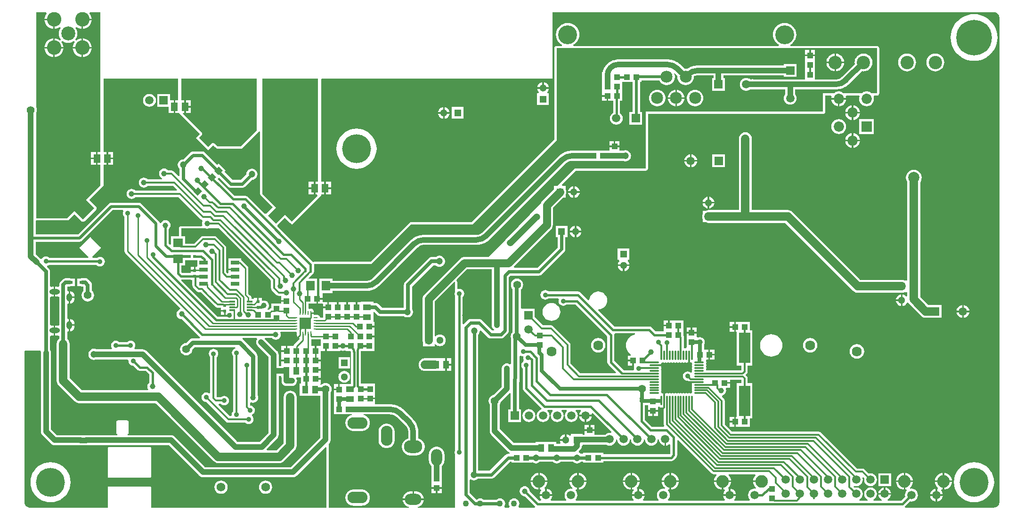
<source format=gbl>
G04*
G04 #@! TF.GenerationSoftware,Altium Limited,Altium Designer,19.1.8 (144)*
G04*
G04 Layer_Physical_Order=2*
G04 Layer_Color=16711680*
%FSLAX25Y25*%
%MOIN*%
G70*
G01*
G75*
%ADD11C,0.00984*%
%ADD17C,0.01181*%
%ADD23C,0.05906*%
%ADD119C,0.07284*%
%ADD120R,0.07284X0.07284*%
%ADD122C,0.01378*%
%ADD123C,0.01968*%
%ADD124C,0.02362*%
%ADD126C,0.02756*%
%ADD130R,0.03937X0.04331*%
%ADD131R,0.04331X0.03937*%
%ADD132R,0.05118X0.05906*%
%ADD155R,0.06299X0.07087*%
G04:AMPARAMS|DCode=157|XSize=39.37mil|YSize=43.31mil|CornerRadius=0mil|HoleSize=0mil|Usage=FLASHONLY|Rotation=315.000|XOffset=0mil|YOffset=0mil|HoleType=Round|Shape=Rectangle|*
%AMROTATEDRECTD157*
4,1,4,-0.02923,-0.00139,0.00139,0.02923,0.02923,0.00139,-0.00139,-0.02923,-0.02923,-0.00139,0.0*
%
%ADD157ROTATEDRECTD157*%

%ADD166R,0.04488X0.05787*%
%ADD167R,0.05787X0.04488*%
%ADD176C,0.07874*%
%ADD177C,0.05906*%
%ADD179C,0.05512*%
%ADD180C,0.04724*%
%ADD187C,0.01575*%
%ADD188C,0.03150*%
%ADD190C,0.01260*%
%ADD193C,0.03937*%
%ADD195C,0.01500*%
%ADD196C,0.04724*%
%ADD198C,0.05512*%
%ADD204C,0.20472*%
%ADD205C,0.08858*%
%ADD206C,0.03937*%
%ADD207R,0.05118X0.05118*%
%ADD208C,0.05118*%
%ADD209R,0.05906X0.05906*%
%ADD210R,0.05906X0.05906*%
%ADD211R,0.05118X0.05118*%
%ADD212O,0.03937X0.05709*%
%ADD213O,0.07480X0.03740*%
%ADD214C,0.04331*%
%ADD215C,0.13386*%
%ADD216C,0.08500*%
%ADD217C,0.07028*%
%ADD218C,0.06201*%
%ADD219C,0.25197*%
%ADD220C,0.10236*%
%ADD221C,0.09937*%
%ADD222O,0.14173X0.08268*%
%ADD223O,0.08268X0.14173*%
%ADD224O,0.07874X0.11811*%
%ADD225O,0.12992X0.09055*%
%ADD226O,0.11811X0.07874*%
%ADD227C,0.09449*%
%ADD228C,0.03543*%
%ADD229C,0.01378*%
%ADD230R,0.02362X0.02362*%
%ADD231R,0.06004X0.02559*%
%ADD232R,0.04409X0.01181*%
%ADD233R,0.07087X0.06299*%
%ADD234R,0.02362X0.02362*%
%ADD235R,0.04370X0.02047*%
%ADD236O,0.01181X0.07087*%
%ADD237O,0.07087X0.01181*%
%ADD238R,0.07874X0.21654*%
%ADD239R,0.08268X0.08268*%
%ADD240O,0.03188X0.00942*%
%ADD241O,0.00942X0.03188*%
%ADD242R,0.00942X0.03188*%
%ADD243C,0.01063*%
%ADD244C,0.00945*%
%ADD245C,0.02559*%
G36*
X55020Y253543D02*
X53051D01*
Y249016D01*
Y244488D01*
X55020D01*
Y229921D01*
X44783Y219685D01*
X50689Y213779D01*
X42667Y205758D01*
X36614Y211811D01*
X31496Y206693D01*
X9547D01*
Y211811D01*
Y281554D01*
X9830Y282236D01*
X9978Y283366D01*
X9830Y284497D01*
X9547Y285178D01*
Y352658D01*
X16448D01*
X16921Y351658D01*
X16495Y351138D01*
X15873Y349975D01*
X15491Y348714D01*
X15419Y347992D01*
X22087D01*
Y347402D01*
X22677D01*
Y340735D01*
X23399Y340806D01*
X24660Y341188D01*
X25823Y341810D01*
X26199Y342119D01*
X26910Y341408D01*
X26620Y341054D01*
X26012Y339918D01*
X25638Y338684D01*
X25512Y337402D01*
X25638Y336119D01*
X26012Y334885D01*
X26620Y333749D01*
X26910Y333395D01*
X26199Y332684D01*
X25823Y332993D01*
X24660Y333615D01*
X23399Y333998D01*
X22677Y334069D01*
Y327992D01*
X28754D01*
X28683Y328714D01*
X28300Y329975D01*
X27678Y331138D01*
X27369Y331515D01*
X28080Y332225D01*
X28434Y331935D01*
X29570Y331327D01*
X30804Y330953D01*
X32087Y330827D01*
X33369Y330953D01*
X34603Y331327D01*
X35739Y331935D01*
X36093Y332225D01*
X36804Y331515D01*
X36495Y331138D01*
X35873Y329975D01*
X35491Y328714D01*
X35419Y327992D01*
X41496D01*
Y334069D01*
X40775Y333998D01*
X39513Y333615D01*
X38350Y332993D01*
X37974Y332684D01*
X37263Y333395D01*
X37554Y333749D01*
X38161Y334885D01*
X38535Y336119D01*
X38662Y337402D01*
X38535Y338684D01*
X38161Y339918D01*
X37554Y341054D01*
X37263Y341408D01*
X37974Y342119D01*
X38350Y341810D01*
X39513Y341188D01*
X40775Y340806D01*
X41496Y340735D01*
Y347402D01*
X42087D01*
Y347992D01*
X48754D01*
X48683Y348714D01*
X48300Y349975D01*
X47679Y351138D01*
X47252Y351658D01*
X47725Y352658D01*
X55020D01*
X55020Y253543D01*
D02*
G37*
G36*
X604528Y327067D02*
X604528Y295177D01*
X600568D01*
X600328Y295387D01*
X599760Y295767D01*
X599146Y296070D01*
X598499Y296290D01*
X597828Y296423D01*
X597146Y296468D01*
X596463Y296423D01*
X595793Y296290D01*
X595145Y296070D01*
X594532Y295767D01*
X593963Y295387D01*
X593724Y295177D01*
X580883D01*
X580643Y295387D01*
X580075Y295767D01*
X579461Y296070D01*
X578814Y296290D01*
X578143Y296423D01*
X577461Y296468D01*
X576778Y296423D01*
X576108Y296290D01*
X575460Y296070D01*
X574847Y295767D01*
X574278Y295387D01*
X574039Y295177D01*
X566339D01*
Y282087D01*
X440846D01*
Y241885D01*
X390581Y241885D01*
X378549Y229429D01*
X376083D01*
Y227299D01*
X367699Y218915D01*
X367325Y218489D01*
X367009Y218017D01*
X366758Y217507D01*
X366609Y217067D01*
X343254Y192888D01*
X342970Y192748D01*
X342541Y192461D01*
X342153Y192121D01*
X341813Y191733D01*
X341526Y191303D01*
X341319Y190884D01*
X329979Y179143D01*
X312500D01*
X312500Y179143D01*
X311933Y179106D01*
X311377Y178995D01*
X310839Y178813D01*
X310330Y178562D01*
X309858Y178246D01*
X309431Y177872D01*
X309431Y177872D01*
X284234Y152675D01*
X283860Y152248D01*
X283545Y151776D01*
X283294Y151267D01*
X283111Y150730D01*
X283000Y150173D01*
X282963Y149606D01*
X282963Y149606D01*
Y120177D01*
X283000Y119611D01*
X283111Y119054D01*
X283169Y118882D01*
Y116043D01*
X286008D01*
X286180Y115985D01*
X286737Y115874D01*
X287303Y115837D01*
X287870Y115874D01*
X288426Y115985D01*
X288598Y116043D01*
X291437D01*
Y117434D01*
X291744Y117584D01*
X291937Y117602D01*
X292248Y117248D01*
X292655Y116891D01*
X293106Y116589D01*
X293592Y116350D01*
X294105Y116176D01*
X294636Y116070D01*
X295177Y116034D01*
X295718Y116070D01*
X296249Y116176D01*
X296762Y116350D01*
X297249Y116589D01*
X297699Y116891D01*
X298107Y117248D01*
X298464Y117655D01*
X298765Y118106D01*
X299005Y118592D01*
X299179Y119105D01*
X299285Y119636D01*
X299320Y120177D01*
X299285Y120718D01*
X299179Y121249D01*
X299005Y121763D01*
X298765Y122248D01*
X298464Y122699D01*
X298107Y123107D01*
X297699Y123464D01*
X297249Y123765D01*
X296762Y124004D01*
X296249Y124179D01*
X295718Y124285D01*
X295177Y124320D01*
X294636Y124285D01*
X294105Y124179D01*
X293592Y124004D01*
X293106Y123765D01*
X292655Y123464D01*
X292248Y123107D01*
X292143Y122987D01*
X291643Y123175D01*
Y147809D01*
X305444Y161609D01*
X305906Y161418D01*
Y154389D01*
X305863Y154285D01*
X305740Y153773D01*
X305698Y153248D01*
X305740Y152723D01*
X305863Y152211D01*
X305906Y152107D01*
X305906Y42127D01*
X305764Y41785D01*
X305641Y41273D01*
X305600Y40748D01*
X305641Y40223D01*
X305764Y39711D01*
X305906Y39370D01*
Y1673D01*
X279479Y1673D01*
X279436Y2173D01*
X279575Y2197D01*
X280170Y2368D01*
X280742Y2605D01*
X281284Y2905D01*
X281788Y3263D01*
X282250Y3675D01*
X282663Y4137D01*
X283021Y4642D01*
X283320Y5184D01*
X283557Y5756D01*
X283729Y6350D01*
X283832Y6961D01*
X283834Y6988D01*
X268922D01*
X268924Y6961D01*
X269027Y6350D01*
X269199Y5756D01*
X269436Y5184D01*
X269735Y4642D01*
X270093Y4137D01*
X270506Y3675D01*
X270968Y3263D01*
X271472Y2905D01*
X272014Y2605D01*
X272586Y2368D01*
X273181Y2197D01*
X273320Y2173D01*
X273277Y1673D01*
X216535Y1673D01*
Y47040D01*
X216785Y47290D01*
X217147Y47714D01*
X217439Y48190D01*
X217652Y48705D01*
X217782Y49247D01*
X217826Y49803D01*
Y83154D01*
X218030Y83460D01*
X218281Y83969D01*
X218464Y84507D01*
X218575Y85063D01*
X218612Y85630D01*
X218575Y86196D01*
X218464Y86753D01*
X218281Y87291D01*
X218030Y87800D01*
X217715Y88272D01*
X217340Y88699D01*
X216914Y89073D01*
X216442Y89389D01*
X215932Y89640D01*
X215395Y89822D01*
X214838Y89933D01*
X214272Y89970D01*
X213705Y89933D01*
X213148Y89822D01*
X212611Y89640D01*
X212102Y89389D01*
X211630Y89073D01*
X211203Y88699D01*
X211169Y88660D01*
X210669Y88849D01*
Y89370D01*
X211024D01*
Y92323D01*
X207283D01*
Y93504D01*
X211024D01*
Y95768D01*
Y98721D01*
X207283D01*
Y99901D01*
X211024D01*
Y102362D01*
Y105315D01*
X207283D01*
Y106496D01*
X211024D01*
Y109055D01*
Y112000D01*
X211024Y112500D01*
X213976D01*
Y116240D01*
X215158D01*
Y112500D01*
X217618D01*
Y112500D01*
X224705D01*
Y112775D01*
X225205Y113013D01*
X225575Y112860D01*
X226117Y112730D01*
X226673Y112686D01*
X227229Y112730D01*
X227772Y112860D01*
X228142Y113013D01*
X228642Y112775D01*
Y112500D01*
X232080D01*
X232181Y112168D01*
X232216Y111814D01*
X232211Y111767D01*
Y89311D01*
X227224D01*
Y89075D01*
X224410D01*
Y85335D01*
X223819D01*
Y84744D01*
X220276D01*
Y81595D01*
Y74902D01*
X220276D01*
X220276Y74901D01*
Y67815D01*
X230570D01*
X230709Y67804D01*
X232841D01*
X232883Y67304D01*
X232783Y67287D01*
X232167Y67109D01*
X231574Y66864D01*
X231013Y66554D01*
X230490Y66183D01*
X230012Y65756D01*
X229585Y65277D01*
X229214Y64755D01*
X228904Y64193D01*
X228658Y63601D01*
X228481Y62985D01*
X228374Y62353D01*
X228338Y61713D01*
X228374Y61072D01*
X228481Y60440D01*
X228658Y59824D01*
X228904Y59232D01*
X229214Y58671D01*
X229585Y58148D01*
X230012Y57670D01*
X230490Y57242D01*
X231013Y56871D01*
X231574Y56561D01*
X232167Y56316D01*
X232783Y56138D01*
X233415Y56031D01*
X234055Y55995D01*
X239961D01*
X240601Y56031D01*
X241233Y56138D01*
X241849Y56316D01*
X242442Y56561D01*
X243003Y56871D01*
X243526Y57242D01*
X244004Y57670D01*
X244431Y58148D01*
X244802Y58671D01*
X245112Y59232D01*
X245357Y59824D01*
X245535Y60440D01*
X245642Y61072D01*
X245678Y61713D01*
X245642Y62353D01*
X245535Y62985D01*
X245357Y63601D01*
X245112Y64193D01*
X244802Y64755D01*
X244431Y65277D01*
X244004Y65756D01*
X243526Y66183D01*
X243003Y66554D01*
X242442Y66864D01*
X241849Y67109D01*
X241233Y67287D01*
X241132Y67304D01*
X241175Y67804D01*
X259444D01*
X259672Y67749D01*
X260228Y67706D01*
Y67706D01*
X260237Y67714D01*
X260951Y67674D01*
X261664Y67553D01*
X262360Y67353D01*
X263029Y67076D01*
X263662Y66725D01*
X264253Y66307D01*
X264741Y65870D01*
X264786Y65818D01*
X270942Y59662D01*
X270994Y59617D01*
X271429Y59130D01*
X271847Y58542D01*
X272196Y57910D01*
X272472Y57244D01*
X272672Y56550D01*
X272793Y55839D01*
X272805Y55611D01*
X272824Y55118D01*
X272824Y54628D01*
X272824Y54622D01*
Y50677D01*
X272391Y50553D01*
X271758Y50290D01*
X271158Y49959D01*
X270599Y49562D01*
X270088Y49105D01*
X269631Y48594D01*
X269234Y48035D01*
X268903Y47435D01*
X268640Y46802D01*
X268451Y46144D01*
X268336Y45468D01*
X268298Y44784D01*
X268336Y44099D01*
X268451Y43424D01*
X268640Y42765D01*
X268903Y42132D01*
X269234Y41532D01*
X269631Y40973D01*
X270088Y40462D01*
X270599Y40005D01*
X271158Y39608D01*
X271758Y39277D01*
X272391Y39015D01*
X273049Y38825D01*
X273725Y38710D01*
X274410Y38672D01*
X278346D01*
X279031Y38710D01*
X279707Y38825D01*
X280365Y39015D01*
X280998Y39277D01*
X281598Y39608D01*
X282157Y40005D01*
X282668Y40462D01*
X283125Y40973D01*
X283522Y41532D01*
X283853Y42132D01*
X284116Y42765D01*
X284305Y43424D01*
X284420Y44099D01*
X284458Y44784D01*
X284420Y45468D01*
X284305Y46144D01*
X284116Y46802D01*
X283853Y47435D01*
X283522Y48035D01*
X283125Y48594D01*
X282668Y49105D01*
X282157Y49562D01*
X281598Y49959D01*
X280998Y50290D01*
X280365Y50553D01*
X279932Y50677D01*
Y55118D01*
X279931Y55132D01*
X279890Y56180D01*
X279765Y57235D01*
X279558Y58277D01*
X279269Y59300D01*
X278902Y60297D01*
X278457Y61262D01*
X277937Y62190D01*
X277347Y63073D01*
X276689Y63908D01*
X275977Y64678D01*
X275968Y64688D01*
X269812Y70844D01*
X269802Y70853D01*
X269030Y71566D01*
X268195Y72225D01*
X267310Y72816D01*
X266381Y73336D01*
X265415Y73782D01*
X264416Y74150D01*
X263392Y74439D01*
X262348Y74647D01*
X261291Y74772D01*
X261168Y74777D01*
X260784Y74869D01*
X260228Y74913D01*
X249692D01*
X249409Y75295D01*
Y78445D01*
X245866D01*
Y79626D01*
X249409D01*
Y81988D01*
Y89468D01*
X242323D01*
Y89468D01*
X239246D01*
Y111864D01*
X239239Y111926D01*
X239277Y112402D01*
X248917D01*
Y119095D01*
Y122244D01*
X245374D01*
Y123425D01*
X248917D01*
Y126575D01*
X248917D01*
Y129232D01*
X245177D01*
Y130413D01*
X248917D01*
Y133366D01*
X248169D01*
Y140340D01*
X248669Y140548D01*
X250957Y138260D01*
X250957Y138260D01*
X251310Y137958D01*
X251707Y137715D01*
X252136Y137537D01*
X252588Y137429D01*
X253051Y137392D01*
X253051Y137392D01*
X269650D01*
X269842Y137224D01*
X270271Y136937D01*
X270734Y136709D01*
X271223Y136543D01*
X271729Y136443D01*
X272244Y136409D01*
X272759Y136443D01*
X273265Y136543D01*
X273754Y136709D01*
X274217Y136937D01*
X274646Y137224D01*
X275034Y137565D01*
X275374Y137952D01*
X275661Y138382D01*
X275889Y138845D01*
X276055Y139333D01*
X276156Y139839D01*
X276190Y140354D01*
X276156Y140869D01*
X276055Y141376D01*
X275889Y141864D01*
X275661Y142327D01*
X275646Y142350D01*
Y158367D01*
X290498Y173219D01*
X292288D01*
X292480Y173051D01*
X292909Y172764D01*
X293372Y172536D01*
X293861Y172370D01*
X294367Y172269D01*
X294882Y172236D01*
X295397Y172269D01*
X295903Y172370D01*
X296392Y172536D01*
X296855Y172764D01*
X297284Y173051D01*
X297672Y173391D01*
X298012Y173779D01*
X298299Y174208D01*
X298527Y174671D01*
X298693Y175160D01*
X298794Y175666D01*
X298827Y176181D01*
X298794Y176696D01*
X298693Y177202D01*
X298527Y177691D01*
X298299Y178154D01*
X298012Y178583D01*
X297672Y178971D01*
X297284Y179311D01*
X296855Y179598D01*
X296392Y179826D01*
X295903Y179992D01*
X295397Y180093D01*
X294882Y180127D01*
X294367Y180093D01*
X293861Y179992D01*
X293372Y179826D01*
X292909Y179598D01*
X292480Y179311D01*
X292288Y179143D01*
X289272D01*
X289272Y179143D01*
X288808Y179106D01*
X288356Y178998D01*
X287927Y178820D01*
X287531Y178577D01*
X287177Y178276D01*
X287177Y178275D01*
X270590Y161688D01*
X270288Y161334D01*
X270045Y160938D01*
X269867Y160509D01*
X269759Y160057D01*
X269722Y159593D01*
X269722Y159593D01*
Y143379D01*
X269650Y143316D01*
X254278D01*
X251838Y145756D01*
X251485Y146058D01*
X251089Y146300D01*
X250659Y146478D01*
X250207Y146587D01*
X249744Y146623D01*
X249744Y146623D01*
X248169D01*
Y147480D01*
X239232D01*
Y147244D01*
X236811D01*
Y143504D01*
X235630D01*
Y147244D01*
X230118D01*
Y143504D01*
X228937D01*
Y147244D01*
X223425D01*
Y143504D01*
X222244D01*
Y147244D01*
X216732D01*
Y143504D01*
X216142D01*
Y142913D01*
X212598D01*
Y139764D01*
Y136191D01*
X210537D01*
X210506Y136503D01*
X210389Y136889D01*
X210199Y137244D01*
X209943Y137556D01*
X209632Y137812D01*
X209276Y138002D01*
X208891Y138119D01*
X208490Y138158D01*
X206557D01*
X206199Y138286D01*
X206071Y138644D01*
Y140577D01*
X206032Y140978D01*
X205915Y141363D01*
X205725Y141719D01*
X205469Y142030D01*
X205158Y142286D01*
X204802Y142476D01*
X204417Y142593D01*
X204016Y142632D01*
X203615Y142593D01*
X203229Y142476D01*
X203031Y142370D01*
X202834Y142476D01*
X202448Y142593D01*
X202136Y142623D01*
Y146063D01*
X207775D01*
Y149606D01*
X208366D01*
Y150197D01*
X212106D01*
Y153142D01*
X212106Y153150D01*
X212125Y153642D01*
X219193D01*
Y155206D01*
X243102D01*
X243115Y155207D01*
X244165Y155248D01*
X245222Y155373D01*
X246266Y155581D01*
X247290Y155869D01*
X248289Y156238D01*
X249255Y156683D01*
X250184Y157203D01*
X251069Y157795D01*
X251904Y158454D01*
X252676Y159167D01*
X252686Y159176D01*
X279407Y185896D01*
X279452Y185949D01*
X279940Y186385D01*
X280531Y186804D01*
X281164Y187154D01*
X281833Y187431D01*
X282529Y187632D01*
X283242Y187753D01*
X283896Y187790D01*
X283965Y187784D01*
X320956D01*
X320969Y187785D01*
X322020Y187827D01*
X323077Y187952D01*
X324120Y188159D01*
X325145Y188448D01*
X326143Y188817D01*
X327110Y189262D01*
X328038Y189782D01*
X328923Y190373D01*
X329759Y191032D01*
X330531Y191746D01*
X330541Y191754D01*
X384230Y245444D01*
X384275Y245496D01*
X384763Y245933D01*
X385353Y246352D01*
X385987Y246702D01*
X386656Y246979D01*
X387351Y247179D01*
X388065Y247300D01*
X388719Y247337D01*
X388788Y247332D01*
X403937D01*
X404076Y247342D01*
X410491D01*
X410630Y247332D01*
X415256D01*
Y247146D01*
X422342D01*
Y247332D01*
X424782D01*
X424966Y247241D01*
X425455Y247075D01*
X425961Y246974D01*
X426476Y246940D01*
X426991Y246974D01*
X427497Y247075D01*
X427986Y247241D01*
X428449Y247469D01*
X428878Y247756D01*
X429266Y248096D01*
X429606Y248484D01*
X429893Y248913D01*
X430122Y249376D01*
X430287Y249865D01*
X430388Y250371D01*
X430422Y250886D01*
X430388Y251401D01*
X430287Y251907D01*
X430122Y252396D01*
X429893Y252859D01*
X429606Y253288D01*
X429266Y253676D01*
X428878Y254016D01*
X428449Y254303D01*
X427986Y254531D01*
X427497Y254697D01*
X426991Y254798D01*
X426476Y254831D01*
X425961Y254798D01*
X425455Y254697D01*
X424966Y254531D01*
X424782Y254440D01*
X422342D01*
Y256988D01*
X415256D01*
Y254440D01*
X410630D01*
X410491Y254429D01*
X404076D01*
X403937Y254440D01*
X388788D01*
X388775Y254439D01*
X387724Y254398D01*
X386667Y254273D01*
X385624Y254065D01*
X384599Y253776D01*
X383601Y253408D01*
X382634Y252962D01*
X381706Y252442D01*
X380821Y251851D01*
X379985Y251192D01*
X379213Y250479D01*
X379204Y250470D01*
X325514Y196781D01*
X325469Y196728D01*
X324981Y196292D01*
X324391Y195873D01*
X323757Y195523D01*
X323088Y195246D01*
X322393Y195045D01*
X321679Y194924D01*
X321025Y194887D01*
X320956Y194893D01*
X283965D01*
X283952Y194892D01*
X282902Y194851D01*
X281845Y194726D01*
X280801Y194518D01*
X279777Y194229D01*
X278778Y193861D01*
X277812Y193415D01*
X276883Y192895D01*
X275998Y192304D01*
X275163Y191645D01*
X274391Y190931D01*
X274381Y190923D01*
X247660Y164202D01*
X247615Y164149D01*
X247127Y163713D01*
X246536Y163294D01*
X245903Y162944D01*
X245234Y162667D01*
X244538Y162467D01*
X243825Y162345D01*
X243171Y162309D01*
X243102Y162314D01*
X219193D01*
Y163878D01*
X209744D01*
Y153650D01*
X209744Y153642D01*
X209725Y153150D01*
X208188D01*
X208169Y153642D01*
X208169D01*
Y163878D01*
X202549D01*
X202358Y164340D01*
X204614Y166596D01*
X204648Y166606D01*
X205059Y166826D01*
X205419Y167121D01*
X205714Y167481D01*
X205933Y167891D01*
X206068Y168336D01*
X206114Y168799D01*
Y174016D01*
X206292Y174213D01*
X246752Y174213D01*
X274677Y202137D01*
X318180Y202137D01*
X377854Y261811D01*
X377854Y327067D01*
X604528Y327067D01*
D02*
G37*
G36*
X688312Y352499D02*
X689065Y352187D01*
X689742Y351735D01*
X690317Y351159D01*
X690770Y350482D01*
X691081Y349729D01*
X691177Y349248D01*
X691240Y348524D01*
Y348523D01*
X691240D01*
X691240Y348523D01*
X691240Y5709D01*
X691240Y5311D01*
X691085Y4532D01*
X690781Y3797D01*
X690339Y3136D01*
X689777Y2574D01*
X689116Y2132D01*
X688382Y1828D01*
X687962Y1745D01*
X687205Y1673D01*
X624526D01*
X624279Y2333D01*
X624272Y2461D01*
X627912Y6100D01*
X628937Y5965D01*
X630119Y6120D01*
X631220Y6577D01*
X632166Y7302D01*
X632892Y8248D01*
X633348Y9350D01*
X633504Y10531D01*
X633348Y11713D01*
X632892Y12815D01*
X632166Y13761D01*
X631220Y14486D01*
X630119Y14942D01*
X628937Y15098D01*
X628169Y14997D01*
X627843Y15748D01*
X628282Y16108D01*
X629032Y17022D01*
X629590Y18065D01*
X629933Y19197D01*
X629991Y19783D01*
X624606D01*
Y14399D01*
X625193Y14457D01*
X625407Y14522D01*
X625772Y13810D01*
X625708Y13761D01*
X624982Y12815D01*
X624526Y11713D01*
X624370Y10531D01*
X624505Y9506D01*
X621542Y6542D01*
X612119D01*
X611963Y7330D01*
X612283Y7463D01*
X613229Y8188D01*
X613955Y9134D01*
X614411Y10235D01*
X614489Y10827D01*
X610000D01*
X605511D01*
X605589Y10235D01*
X606045Y9134D01*
X606771Y8188D01*
X607717Y7463D01*
X608037Y7330D01*
X607881Y6542D01*
X602119D01*
X601963Y7330D01*
X602283Y7463D01*
X603229Y8188D01*
X603955Y9134D01*
X604411Y10235D01*
X604567Y11417D01*
X604411Y12599D01*
X603955Y13701D01*
X603229Y14646D01*
X602283Y15372D01*
X601182Y15828D01*
X600000Y15984D01*
X598818Y15828D01*
X597717Y15372D01*
X596771Y14646D01*
X596045Y13701D01*
X595589Y12599D01*
X595433Y11417D01*
X595589Y10235D01*
X596045Y9134D01*
X596771Y8188D01*
X597717Y7463D01*
X598037Y7330D01*
X597881Y6542D01*
X592119D01*
X591963Y7330D01*
X592283Y7463D01*
X593229Y8188D01*
X593955Y9134D01*
X594411Y10235D01*
X594567Y11417D01*
X594411Y12599D01*
X593955Y13701D01*
X593229Y14646D01*
X592283Y15372D01*
X591182Y15828D01*
X590000Y15984D01*
X588818Y15828D01*
X588742Y15797D01*
X588080Y16460D01*
X588526Y17127D01*
X588818Y17006D01*
X590000Y16851D01*
X591182Y17006D01*
X592283Y17462D01*
X593229Y18188D01*
X593955Y19134D01*
X594411Y20235D01*
X594567Y21417D01*
X594411Y22599D01*
X594290Y22892D01*
X594957Y23338D01*
X595620Y22675D01*
X595589Y22599D01*
X595433Y21417D01*
X595589Y20235D01*
X596045Y19134D01*
X596771Y18188D01*
X597717Y17462D01*
X598818Y17006D01*
X600000Y16851D01*
X601182Y17006D01*
X602283Y17462D01*
X603229Y18188D01*
X603955Y19134D01*
X604411Y20235D01*
X604567Y21417D01*
X604411Y22599D01*
X603955Y23701D01*
X603229Y24646D01*
X602283Y25372D01*
X601182Y25828D01*
X600000Y25984D01*
X598818Y25828D01*
X598742Y25797D01*
X595912Y28628D01*
X595195Y29107D01*
X594350Y29275D01*
X590580D01*
X564947Y54908D01*
X564231Y55386D01*
X563386Y55554D01*
X501899D01*
X496794Y60659D01*
Y77362D01*
X496626Y78207D01*
X496148Y78923D01*
X494811Y80260D01*
X495093Y81091D01*
X495118Y81095D01*
X495980Y81452D01*
X496720Y82020D01*
X497288Y82760D01*
X497645Y83622D01*
X497767Y84547D01*
X497645Y85472D01*
X497539Y85728D01*
X498065Y86515D01*
X500492D01*
Y89468D01*
X496752D01*
Y90649D01*
X500492D01*
Y92378D01*
X508619D01*
Y89763D01*
X505315D01*
Y66043D01*
X504724D01*
Y62500D01*
Y58956D01*
X514567D01*
Y64960D01*
X516338D01*
Y89763D01*
X513035D01*
Y93307D01*
X512866Y94152D01*
X512388Y94868D01*
X511587Y95669D01*
X512388Y96470D01*
X512866Y97186D01*
X513035Y98031D01*
Y102362D01*
X516338D01*
Y127165D01*
X514567D01*
Y133169D01*
X504724D01*
Y129626D01*
Y126082D01*
X505315D01*
Y102362D01*
X508619D01*
Y98946D01*
X508436Y98763D01*
X496161D01*
X496160Y98762D01*
X483853D01*
X483733Y99368D01*
X483639Y99507D01*
X483733Y99647D01*
X483900Y100491D01*
X483733Y101336D01*
X483639Y101476D01*
X483733Y101615D01*
X483900Y102460D01*
X483733Y103305D01*
X483639Y103444D01*
X483733Y103584D01*
X483900Y104428D01*
X483733Y105273D01*
X483442Y105708D01*
X483806Y106496D01*
X485236D01*
Y110039D01*
Y113582D01*
X482112D01*
Y116958D01*
X482229Y117111D01*
X482586Y117973D01*
X482708Y118898D01*
X482586Y119823D01*
X482229Y120685D01*
X481661Y121425D01*
X480921Y121993D01*
X480059Y122350D01*
X479134Y122471D01*
X478209Y122350D01*
X477657Y122121D01*
X476971Y122485D01*
X476870Y122618D01*
Y124901D01*
X469783D01*
Y121752D01*
Y115468D01*
X469725Y115015D01*
X469183Y114607D01*
X468840Y114539D01*
X468701Y114446D01*
X468561Y114539D01*
X467956Y114660D01*
Y122244D01*
X467788Y123089D01*
X467716Y123196D01*
Y127165D01*
Y134252D01*
X457874D01*
Y130709D01*
X457283D01*
Y130118D01*
X453543D01*
Y126424D01*
X447947D01*
X445109Y129262D01*
X444327Y129784D01*
X443405Y129967D01*
X418714D01*
X407204Y141478D01*
X407555Y142240D01*
X408514Y142335D01*
X409698Y142694D01*
X410789Y143277D01*
X411745Y144062D01*
X412530Y145018D01*
X413113Y146109D01*
X413472Y147293D01*
X413593Y148524D01*
X413472Y149755D01*
X413113Y150938D01*
X412530Y152029D01*
X411745Y152985D01*
X410789Y153770D01*
X409698Y154353D01*
X408514Y154712D01*
X407283Y154833D01*
X406052Y154712D01*
X404869Y154353D01*
X403778Y153770D01*
X402822Y152985D01*
X402037Y152029D01*
X401454Y150938D01*
X401095Y149755D01*
X401000Y148795D01*
X400237Y148444D01*
X394616Y154065D01*
X393835Y154587D01*
X392913Y154771D01*
X372142D01*
X371471Y155285D01*
X370657Y155622D01*
X369783Y155737D01*
X368910Y155622D01*
X368096Y155285D01*
X367397Y154749D01*
X366860Y154050D01*
X366523Y153236D01*
X366408Y152362D01*
X366523Y151489D01*
X366860Y150674D01*
X367397Y149976D01*
X368096Y149439D01*
X368910Y149102D01*
X369783Y148987D01*
X370657Y149102D01*
X371471Y149439D01*
X372142Y149954D01*
X378901D01*
X379427Y149166D01*
X379318Y148905D01*
X379203Y148031D01*
X379318Y147158D01*
X379656Y146344D01*
X380192Y145645D01*
X380891Y145108D01*
X381705Y144771D01*
X382579Y144656D01*
X383452Y144771D01*
X384266Y145108D01*
X384937Y145623D01*
X391128D01*
X413733Y123018D01*
Y104724D01*
X413917Y103803D01*
X414439Y103021D01*
X419939Y97521D01*
X419638Y96794D01*
X394517D01*
X387641Y103670D01*
Y116929D01*
X387473Y117774D01*
X386994Y118490D01*
X375380Y130104D01*
X374664Y130583D01*
X373819Y130751D01*
X368218D01*
X362402Y136567D01*
Y142500D01*
X353346D01*
X352683Y142799D01*
Y156298D01*
X352892Y156459D01*
X353586Y157363D01*
X354022Y158417D01*
X354171Y159547D01*
X354022Y160678D01*
X353586Y161731D01*
X352892Y162636D01*
X351987Y163330D01*
X350934Y163767D01*
X349803Y163915D01*
X348673Y163767D01*
X347619Y163330D01*
X346714Y162636D01*
X346020Y161731D01*
X345584Y160678D01*
X345435Y159547D01*
X345584Y158417D01*
X346020Y157363D01*
X346714Y156459D01*
X346726Y156449D01*
Y126107D01*
X346616Y126022D01*
X345922Y125117D01*
X345485Y124064D01*
X345337Y122933D01*
X345485Y121802D01*
X345513Y121737D01*
X345510Y121717D01*
Y118375D01*
X345470Y103565D01*
X344682Y103178D01*
X344405Y103390D01*
X343543Y103747D01*
X342618Y103869D01*
X341693Y103747D01*
X340831Y103390D01*
X340091Y102822D01*
X339523Y102082D01*
X339166Y101220D01*
X339044Y100295D01*
Y87356D01*
X333216Y81528D01*
X332875Y81483D01*
X331822Y81047D01*
X330917Y80352D01*
X330223Y79448D01*
X329787Y78394D01*
X329638Y77264D01*
X329787Y76133D01*
X330223Y75080D01*
X330432Y74807D01*
Y55856D01*
X330554Y54931D01*
X330911Y54069D01*
X331479Y53329D01*
X343438Y41370D01*
X344178Y40803D01*
X344690Y40590D01*
X344532Y39803D01*
X343667Y39806D01*
X342948Y39714D01*
X342276Y39438D01*
X341699Y38998D01*
X330376Y27745D01*
X322268Y27771D01*
Y124139D01*
X322296Y124161D01*
X322927Y124983D01*
X323324Y125941D01*
X323452Y126917D01*
X323608Y127028D01*
X324214Y127269D01*
X329137Y122345D01*
X329713Y121904D01*
X330383Y121626D01*
X331102Y121531D01*
X338484D01*
X339204Y121626D01*
X339874Y121904D01*
X340450Y122345D01*
X343206Y125101D01*
X343647Y125677D01*
X343925Y126347D01*
X344020Y127067D01*
Y164892D01*
X345147Y166019D01*
X365354D01*
X366074Y166114D01*
X366744Y166392D01*
X367320Y166834D01*
X383265Y182779D01*
X383706Y183354D01*
X383984Y184025D01*
X384079Y184744D01*
Y193110D01*
X385531D01*
Y201378D01*
X377264D01*
Y193110D01*
X378520D01*
Y185896D01*
X364203Y171579D01*
X347767D01*
X347441Y172366D01*
X373856Y198781D01*
X374551Y199686D01*
X374987Y200740D01*
X375136Y201870D01*
Y214037D01*
X382260Y221161D01*
X384350D01*
Y223959D01*
X384436Y224165D01*
X384585Y225295D01*
X384436Y226426D01*
X384350Y226632D01*
Y229429D01*
X381876D01*
X381565Y230140D01*
X381567Y230242D01*
X391262Y240280D01*
X440846Y240280D01*
X441461Y240402D01*
X441982Y240750D01*
X442330Y241271D01*
X442452Y241885D01*
Y280481D01*
X566339D01*
X566953Y280603D01*
X567474Y280951D01*
X567822Y281472D01*
X567944Y282087D01*
Y293571D01*
X572072D01*
X572509Y292917D01*
X572378Y292602D01*
X572277Y291831D01*
X577461D01*
Y291240D01*
D01*
Y291831D01*
X582645D01*
X582543Y292602D01*
X582412Y292917D01*
X582850Y293571D01*
X591756D01*
X592194Y292917D01*
X592064Y292602D01*
X591884Y291240D01*
X592064Y289878D01*
X592589Y288609D01*
X593425Y287520D01*
X594515Y286683D01*
X595784Y286158D01*
X597146Y285979D01*
X598507Y286158D01*
X599777Y286683D01*
X600866Y287520D01*
X601702Y288609D01*
X602228Y289878D01*
X602407Y291240D01*
X602228Y292602D01*
X602098Y292917D01*
X602535Y293571D01*
X604528D01*
X605142Y293694D01*
X605663Y294042D01*
X606011Y294563D01*
X606133Y295177D01*
X606133Y327067D01*
X606011Y327681D01*
X605663Y328202D01*
X605142Y328550D01*
X604528Y328673D01*
X543377Y328673D01*
X543180Y329460D01*
X543789Y329785D01*
X545048Y330819D01*
X546081Y332077D01*
X546849Y333514D01*
X547321Y335072D01*
X547481Y336693D01*
X547321Y338314D01*
X546849Y339872D01*
X546081Y341308D01*
X545048Y342567D01*
X543789Y343601D01*
X542352Y344368D01*
X540794Y344841D01*
X539173Y345001D01*
X537552Y344841D01*
X535994Y344368D01*
X534558Y343601D01*
X533299Y342567D01*
X532266Y341308D01*
X531498Y339872D01*
X531025Y338314D01*
X530865Y336693D01*
X531025Y335072D01*
X531498Y333514D01*
X532266Y332077D01*
X533299Y330819D01*
X534558Y329785D01*
X535166Y329460D01*
X534969Y328673D01*
X389834Y328673D01*
X389637Y329460D01*
X390246Y329785D01*
X391504Y330819D01*
X392538Y332077D01*
X393305Y333514D01*
X393778Y335072D01*
X393938Y336693D01*
X393778Y338314D01*
X393305Y339872D01*
X392538Y341308D01*
X391504Y342567D01*
X390246Y343601D01*
X388809Y344368D01*
X387251Y344841D01*
X385630Y345001D01*
X384009Y344841D01*
X382451Y344368D01*
X381014Y343601D01*
X379755Y342567D01*
X378722Y341308D01*
X377955Y339872D01*
X377482Y338314D01*
X377322Y336693D01*
X377482Y335072D01*
X377955Y333514D01*
X378722Y332077D01*
X379755Y330819D01*
X381014Y329785D01*
X381623Y329460D01*
X381426Y328673D01*
X377854D01*
X377240Y328550D01*
X376719Y328202D01*
X376371Y327681D01*
X376249Y327067D01*
X376249Y262476D01*
X317515Y203743D01*
X274677Y203743D01*
X274677Y203743D01*
X274062Y203621D01*
X273541Y203273D01*
X246087Y175818D01*
X206292Y175818D01*
X206253Y175810D01*
X206213Y175816D01*
X205947Y175750D01*
X205678Y175696D01*
X205644Y175674D01*
X205606Y175664D01*
X205463Y175689D01*
X205443Y175719D01*
X180371Y200791D01*
X180417Y201768D01*
X185604Y206955D01*
X189390Y203169D01*
X189911Y202821D01*
X190013Y202801D01*
X190698Y202115D01*
X211417Y222835D01*
Y223425D01*
X213386D01*
Y227953D01*
Y232480D01*
X211417D01*
X211417Y305152D01*
X211974Y305708D01*
X375000Y305610D01*
X375000Y352657D01*
X687106Y352658D01*
X687513Y352658D01*
X688312Y352499D01*
D02*
G37*
G36*
X165748Y305709D02*
Y278346D01*
X165748Y269003D01*
X154355Y257610D01*
X138065Y257610D01*
X135768Y259569D01*
X135549Y259692D01*
X135340Y259831D01*
X135277Y259844D01*
X135221Y259875D01*
X134972Y259905D01*
X134726Y259953D01*
X134663Y259941D01*
X134599Y259948D01*
X134357Y259880D01*
X134111Y259831D01*
X134058Y259796D01*
X133996Y259778D01*
X133799Y259623D01*
X133590Y259483D01*
X131250Y257143D01*
X125060Y263333D01*
Y263833D01*
X126480Y265252D01*
X126828Y265773D01*
X126950Y266388D01*
X126828Y267002D01*
X126480Y267523D01*
X126480Y267523D01*
X113363Y280641D01*
X113554Y281102D01*
X114272D01*
Y285630D01*
X114862D01*
D01*
X114272D01*
Y290158D01*
X112303D01*
Y305709D01*
X139370Y305709D01*
X165748Y305709D01*
D02*
G37*
G36*
X109941Y305709D02*
X109941Y290158D01*
X107973D01*
Y285630D01*
Y281102D01*
X110630D01*
X125345Y266388D01*
X122539Y263583D01*
X131250Y254872D01*
X134726Y258348D01*
X137473Y256004D01*
X155020Y256004D01*
X167292Y268276D01*
X168079Y267950D01*
X168079Y223917D01*
X168202Y223303D01*
X168550Y222782D01*
X168550Y222782D01*
X176962Y214370D01*
X172388Y209797D01*
X171411Y209751D01*
X159380Y221782D01*
X158599Y222304D01*
X157677Y222487D01*
X149856D01*
X137791Y234552D01*
X138831Y235592D01*
X145385Y229038D01*
X145961Y228597D01*
X146631Y228319D01*
X147351Y228224D01*
X155315D01*
X156034Y228319D01*
X156705Y228597D01*
X157281Y229038D01*
X162170Y233927D01*
X162205Y233923D01*
X163233Y234058D01*
X164190Y234455D01*
X165013Y235086D01*
X165644Y235908D01*
X166040Y236866D01*
X166176Y237894D01*
X166040Y238921D01*
X165644Y239879D01*
X165013Y240702D01*
X164190Y241333D01*
X163233Y241729D01*
X162205Y241865D01*
X161177Y241729D01*
X160219Y241333D01*
X159397Y240702D01*
X158766Y239879D01*
X158369Y238921D01*
X158234Y237894D01*
X158238Y237858D01*
X154164Y233784D01*
X148502D01*
X142762Y239523D01*
X143639Y240399D01*
X138628Y245410D01*
X137751Y244534D01*
X129041Y253245D01*
X128465Y253687D01*
X127795Y253964D01*
X127075Y254059D01*
X120553D01*
X119833Y253964D01*
X119163Y253687D01*
X118587Y253245D01*
X113709Y248367D01*
X113673Y248371D01*
X112646Y248236D01*
X111688Y247839D01*
X110866Y247208D01*
X110234Y246386D01*
X109838Y245428D01*
X109703Y244400D01*
X109838Y243373D01*
X110234Y242415D01*
X110866Y241593D01*
X110894Y241571D01*
Y236719D01*
X110166Y236418D01*
X106708Y239877D01*
X105978Y240364D01*
X105118Y240535D01*
X102741D01*
X102527Y240814D01*
X101787Y241383D01*
X100925Y241740D01*
X100000Y241861D01*
X99075Y241740D01*
X98213Y241383D01*
X97473Y240814D01*
X96905Y240074D01*
X96548Y239212D01*
X96426Y238287D01*
X96548Y237362D01*
X96905Y236501D01*
X97473Y235760D01*
X98213Y235192D01*
X98733Y234977D01*
X98576Y234190D01*
X88462D01*
X88248Y234469D01*
X87508Y235037D01*
X86646Y235394D01*
X85721Y235516D01*
X84796Y235394D01*
X83934Y235037D01*
X83194Y234469D01*
X82626Y233729D01*
X82269Y232867D01*
X82147Y231942D01*
X82269Y231017D01*
X82626Y230155D01*
X83194Y229415D01*
X83934Y228847D01*
X84796Y228490D01*
X85721Y228368D01*
X86646Y228490D01*
X87508Y228847D01*
X88248Y229415D01*
X88462Y229694D01*
X106300D01*
X109091Y226903D01*
X108790Y226176D01*
X79801D01*
X79586Y226455D01*
X78846Y227023D01*
X77984Y227380D01*
X77059Y227502D01*
X76134Y227380D01*
X75272Y227023D01*
X74532Y226455D01*
X73964Y225715D01*
X73607Y224853D01*
X73485Y223928D01*
X73607Y223003D01*
X73964Y222141D01*
X74532Y221401D01*
X75272Y220833D01*
X76134Y220476D01*
X77059Y220354D01*
X77984Y220476D01*
X78846Y220833D01*
X79586Y221401D01*
X79801Y221680D01*
X110279D01*
X126068Y205891D01*
X126797Y205403D01*
X126981Y205367D01*
X127193Y205013D01*
X127354Y204490D01*
X127060Y203779D01*
X126938Y202854D01*
X127060Y201929D01*
X127112Y201802D01*
X126586Y201015D01*
X112106D01*
X111492Y200893D01*
X110971Y200545D01*
X110623Y200024D01*
X110501Y199409D01*
Y193799D01*
X104823D01*
Y188293D01*
X104095Y187992D01*
X103393Y188695D01*
Y199055D01*
X103511Y199146D01*
X104079Y199886D01*
X104436Y200748D01*
X104558Y201673D01*
X104436Y202598D01*
X104079Y203460D01*
X103511Y204200D01*
X102771Y204768D01*
X101909Y205125D01*
X100984Y205247D01*
X100059Y205125D01*
X99197Y204768D01*
X98457Y204200D01*
X97889Y203460D01*
X97734Y203087D01*
X96926Y203193D01*
X96883Y203522D01*
X96625Y204145D01*
X96215Y204679D01*
X84010Y216884D01*
X83476Y217294D01*
X82853Y217552D01*
X82185Y217640D01*
X62697D01*
X62029Y217552D01*
X61406Y217294D01*
X60872Y216884D01*
X39187Y195199D01*
X9184D01*
Y204789D01*
X9547Y205087D01*
X31496D01*
X31496Y205087D01*
X32111Y205209D01*
X32631Y205557D01*
X36614Y209540D01*
X41532Y204623D01*
X42053Y204275D01*
X42667Y204152D01*
X42857Y204190D01*
X42864Y204183D01*
X42875Y204193D01*
X43282Y204275D01*
X43803Y204623D01*
X51824Y212644D01*
X52172Y213165D01*
X52253Y213572D01*
X52264Y213583D01*
X52257Y213590D01*
X52295Y213779D01*
X52172Y214394D01*
X51824Y214915D01*
X47149Y219590D01*
X57382Y229823D01*
X57382Y244488D01*
X59350D01*
Y249016D01*
Y253543D01*
X57382D01*
X57382Y305709D01*
X109941Y305709D01*
D02*
G37*
G36*
X209055Y232480D02*
X207087D01*
Y227953D01*
Y223425D01*
X208231D01*
X208646Y222425D01*
X198721Y212500D01*
X190525Y204305D01*
X185604Y209226D01*
X179281Y202904D01*
X173524Y208661D01*
X179232Y214370D01*
X169685Y223917D01*
X169685Y305709D01*
X209055Y305709D01*
X209055Y232480D01*
D02*
G37*
G36*
X175737Y162468D02*
Y157185D01*
X175780Y156753D01*
X175906Y156337D01*
X176111Y155954D01*
X176386Y155619D01*
X179634Y152371D01*
X179970Y152095D01*
X180353Y151890D01*
X180769Y151764D01*
X181201Y151722D01*
X181201Y151722D01*
X183071D01*
Y148622D01*
X186614D01*
Y147441D01*
X183071D01*
Y146260D01*
X176083D01*
Y142923D01*
X175678Y142884D01*
X175288Y142765D01*
X174929Y142573D01*
X174614Y142315D01*
X174228Y141929D01*
X173438D01*
X173282Y142197D01*
X173234Y142429D01*
X173545Y142793D01*
X173836Y143268D01*
X174050Y143784D01*
X174180Y144326D01*
X174224Y144882D01*
X174180Y145438D01*
X174050Y145980D01*
X173836Y146495D01*
X173545Y146971D01*
X173182Y147395D01*
X172758Y147757D01*
X172283Y148049D01*
X171768Y148262D01*
X171225Y148392D01*
X170669Y148436D01*
X170113Y148392D01*
X169693Y148292D01*
X169193Y148558D01*
Y150197D01*
X167028D01*
Y147441D01*
X165847D01*
Y150197D01*
X163681D01*
Y149705D01*
X161861D01*
Y150394D01*
X161820Y150807D01*
X161699Y151204D01*
X161504Y151570D01*
X161241Y151890D01*
X159695Y153436D01*
Y171260D01*
X159695Y171260D01*
X159654Y171673D01*
X159534Y172070D01*
X159338Y172436D01*
X159075Y172756D01*
X159075Y172757D01*
X154961Y176871D01*
X154675Y177105D01*
Y178228D01*
X145522D01*
Y173228D01*
X145522D01*
Y170965D01*
X150098D01*
Y169783D01*
X145522D01*
Y167908D01*
X145022Y167701D01*
X144007Y168716D01*
Y185827D01*
X143965Y186251D01*
X143841Y186659D01*
X143640Y187036D01*
X143369Y187365D01*
X137365Y193369D01*
X137036Y193640D01*
X136659Y193841D01*
X136251Y193965D01*
X135827Y194007D01*
X127461D01*
X127036Y193965D01*
X126628Y193841D01*
X126252Y193640D01*
X125922Y193369D01*
X121244Y188692D01*
X115059D01*
Y193799D01*
X112106D01*
Y199409D01*
X129683D01*
X129956Y199344D01*
X130512Y199300D01*
X131068Y199344D01*
X131341Y199409D01*
X138796D01*
X175737Y162468D01*
D02*
G37*
G36*
X71173Y211690D02*
X70896Y211022D01*
X70781Y210148D01*
X70896Y209275D01*
X71233Y208461D01*
X71770Y207762D01*
X72069Y207532D01*
Y183324D01*
X72228Y182525D01*
X72681Y181848D01*
X111569Y142959D01*
X111298Y142117D01*
X110713Y141875D01*
X109973Y141307D01*
X109405Y140567D01*
X109048Y139705D01*
X108926Y138779D01*
X109048Y137855D01*
X109405Y136993D01*
X109973Y136252D01*
X110713Y135685D01*
X111575Y135327D01*
X112500Y135206D01*
X112648Y135225D01*
X125349Y122525D01*
X125434Y122468D01*
X125195Y121681D01*
X120374D01*
X119552Y121572D01*
X118786Y121255D01*
X118128Y120750D01*
X115605Y118227D01*
X114618Y118097D01*
X113564Y117661D01*
X112659Y116967D01*
X111965Y116062D01*
X111529Y115008D01*
X111380Y113878D01*
X111529Y112747D01*
X111965Y111694D01*
X112659Y110789D01*
X113564Y110095D01*
X114618Y109659D01*
X115748Y109510D01*
X116879Y109659D01*
X117932Y110095D01*
X118837Y110789D01*
X119531Y111694D01*
X119967Y112747D01*
X120097Y113734D01*
X121690Y115327D01*
X150345D01*
X150504Y114579D01*
X149690Y114242D01*
X148991Y113706D01*
X148455Y113007D01*
X148118Y112192D01*
X148003Y111319D01*
X148118Y110445D01*
X148455Y109631D01*
X148991Y108932D01*
X149070Y108872D01*
Y70042D01*
X148893Y69906D01*
X148356Y69207D01*
X148019Y68393D01*
X147904Y67520D01*
X147937Y67269D01*
X147274Y66481D01*
X146429D01*
X138485Y74425D01*
X138786Y75152D01*
X140171D01*
X140231Y75074D01*
X140930Y74537D01*
X141744Y74200D01*
X142618Y74085D01*
X143492Y74200D01*
X144306Y74537D01*
X145005Y75074D01*
X145541Y75773D01*
X145878Y76587D01*
X145993Y77461D01*
X145878Y78334D01*
X145541Y79148D01*
X145005Y79847D01*
X144306Y80384D01*
X143492Y80721D01*
X142618Y80836D01*
X141744Y80721D01*
X140930Y80384D01*
X140231Y79847D01*
X140171Y79769D01*
X137669D01*
X137347Y80090D01*
Y108281D01*
X137426Y108342D01*
X137962Y109041D01*
X138300Y109855D01*
X138415Y110728D01*
X138300Y111602D01*
X137962Y112416D01*
X137426Y113115D01*
X136727Y113652D01*
X135913Y113989D01*
X135039Y114104D01*
X134166Y113989D01*
X133352Y113652D01*
X132653Y113115D01*
X132116Y112416D01*
X131779Y111602D01*
X131664Y110728D01*
X131779Y109855D01*
X132116Y109041D01*
X132653Y108342D01*
X132731Y108281D01*
Y82761D01*
X131944Y82413D01*
X131510Y82746D01*
X130696Y83083D01*
X129823Y83198D01*
X128949Y83083D01*
X128135Y82746D01*
X127436Y82210D01*
X126900Y81511D01*
X126562Y80696D01*
X126447Y79823D01*
X126562Y78949D01*
X126900Y78135D01*
X127436Y77436D01*
X128135Y76900D01*
X128949Y76562D01*
X129823Y76447D01*
X129921Y76460D01*
X143840Y62541D01*
X143840Y62541D01*
X144589Y62041D01*
X145472Y61865D01*
X145473Y61865D01*
X157592D01*
X157653Y61787D01*
X158352Y61250D01*
X159166Y60913D01*
X160039Y60798D01*
X160913Y60913D01*
X161727Y61250D01*
X162426Y61787D01*
X162962Y62486D01*
X163300Y63300D01*
X163415Y64173D01*
X163300Y65047D01*
X162962Y65861D01*
X162426Y66560D01*
X162209Y66727D01*
X162328Y67628D01*
X162613Y67746D01*
X163312Y68283D01*
X163848Y68982D01*
X164186Y69796D01*
X164301Y70669D01*
X164186Y71543D01*
X163848Y72357D01*
X163312Y73056D01*
X162613Y73592D01*
X161799Y73930D01*
X160925Y74045D01*
X160871Y74092D01*
Y75738D01*
X161659Y76245D01*
X162067Y76076D01*
X162992Y75954D01*
X163917Y76076D01*
X164779Y76433D01*
X165519Y77000D01*
X166087Y77741D01*
X166444Y78603D01*
X166566Y79528D01*
X166444Y80453D01*
X166169Y81117D01*
Y109055D01*
X166061Y109877D01*
X165743Y110643D01*
X165238Y111301D01*
X155790Y120750D01*
X155422Y121032D01*
X155690Y121819D01*
X165484D01*
X165872Y121032D01*
X165606Y120685D01*
X165249Y119823D01*
X165127Y118898D01*
X165249Y117973D01*
X165606Y117111D01*
X166174Y116370D01*
X173985Y108559D01*
Y98524D01*
Y54630D01*
X167614Y48259D01*
X151972D01*
X87468Y112763D01*
X86728Y113331D01*
X85866Y113688D01*
X84941Y113810D01*
X79422D01*
X79033Y114597D01*
X79301Y114946D01*
X79638Y115760D01*
X79753Y116634D01*
X79638Y117508D01*
X79301Y118322D01*
X78765Y119021D01*
X78066Y119557D01*
X77252Y119894D01*
X76378Y120009D01*
X75504Y119894D01*
X74690Y119557D01*
X74020Y119042D01*
X68205D01*
X67534Y119557D01*
X66720Y119894D01*
X65847Y120009D01*
X64973Y119894D01*
X64159Y119557D01*
X63460Y119021D01*
X62923Y118322D01*
X62586Y117508D01*
X62471Y116634D01*
X62586Y115760D01*
X62923Y114946D01*
X63191Y114597D01*
X62803Y113810D01*
X52053D01*
X51421Y114072D01*
X50394Y114207D01*
X49366Y114072D01*
X48408Y113675D01*
X47586Y113044D01*
X46955Y112222D01*
X46558Y111264D01*
X46423Y110236D01*
X46558Y109209D01*
X46955Y108251D01*
X47586Y107428D01*
X48408Y106797D01*
X49366Y106401D01*
X50394Y106265D01*
X51421Y106401D01*
X52053Y106662D01*
X74308D01*
X74920Y105875D01*
X74873Y105512D01*
X74988Y104638D01*
X75325Y103824D01*
X75861Y103125D01*
X76560Y102589D01*
X77374Y102252D01*
X78213Y102141D01*
X81072Y99281D01*
X81854Y98759D01*
X82776Y98576D01*
X86994D01*
X89422Y96148D01*
Y90020D01*
X89304Y89929D01*
X88736Y89188D01*
X88379Y88327D01*
X88257Y87402D01*
X88379Y86477D01*
X88736Y85615D01*
X88770Y85571D01*
X88381Y84783D01*
X41951Y84783D01*
X33208Y93525D01*
Y117618D01*
X33053Y118800D01*
X32596Y119901D01*
X31871Y120847D01*
X31521Y121116D01*
Y126189D01*
X32308Y126645D01*
X32480Y126622D01*
Y131004D01*
Y135386D01*
X32308Y135363D01*
X31521Y135819D01*
Y145874D01*
X32308Y146330D01*
X32480Y146307D01*
Y150689D01*
Y155071D01*
X32308Y155048D01*
X31521Y155505D01*
Y158342D01*
X33110D01*
X33855Y158440D01*
X34296Y158622D01*
X36870D01*
Y163819D01*
X34296D01*
X33855Y164001D01*
X33110Y164099D01*
X30315D01*
X29570Y164001D01*
X28875Y163714D01*
X28279Y163256D01*
X26606Y161583D01*
X26149Y160987D01*
X25861Y160292D01*
X25763Y159547D01*
Y158503D01*
X24975Y158013D01*
X24311Y158101D01*
X23031D01*
Y154626D01*
Y151151D01*
X24311D01*
X24975Y151239D01*
X25763Y150749D01*
Y130944D01*
X24975Y130454D01*
X24311Y130542D01*
X23031D01*
Y127067D01*
Y123592D01*
X24311D01*
X24975Y123680D01*
X25763Y123190D01*
Y121116D01*
X25413Y120847D01*
X24687Y119901D01*
X24231Y118800D01*
X24075Y117618D01*
Y91634D01*
X24231Y90452D01*
X24687Y89351D01*
X25413Y88405D01*
X36830Y76987D01*
X37776Y76262D01*
X38877Y75805D01*
X40059Y75650D01*
X93975Y75650D01*
X135157Y34468D01*
X136102Y33742D01*
X137204Y33286D01*
X138386Y33130D01*
X181496D01*
X182678Y33286D01*
X183779Y33742D01*
X184725Y34468D01*
X192501Y42243D01*
X193227Y43189D01*
X193683Y44291D01*
X193838Y45472D01*
Y79921D01*
X193683Y81103D01*
X193227Y82205D01*
X192501Y83150D01*
X191555Y83876D01*
X190454Y84332D01*
X189272Y84488D01*
X188090Y84332D01*
X186988Y83876D01*
X186043Y83150D01*
X185317Y82205D01*
X184861Y81103D01*
X184705Y79921D01*
Y47364D01*
X179604Y42263D01*
X172756D01*
X172455Y42991D01*
X180086Y50622D01*
X180654Y51363D01*
X181011Y52225D01*
X181133Y53150D01*
Y94851D01*
X182835D01*
Y93957D01*
X183139D01*
Y91437D01*
X183261Y90512D01*
X183617Y89650D01*
X184186Y88910D01*
X184926Y88342D01*
X185788Y87985D01*
X186713Y87863D01*
X190551D01*
X191476Y87985D01*
X192338Y88342D01*
X193078Y88910D01*
X193646Y89650D01*
X194003Y90512D01*
X194125Y91437D01*
X194003Y92362D01*
X193646Y93224D01*
X193626Y93251D01*
X193974Y93957D01*
X196850D01*
Y89705D01*
X196024D01*
Y80768D01*
X210669D01*
X210698Y79992D01*
Y51284D01*
X189760Y30345D01*
X129039D01*
X107448Y51937D01*
X106708Y52504D01*
X105846Y52861D01*
X104921Y52983D01*
X74226D01*
X74148Y53771D01*
X74323Y53806D01*
X74583Y53979D01*
X74757Y54240D01*
X74819Y54547D01*
Y62618D01*
X74757Y62925D01*
X74583Y63186D01*
X74323Y63360D01*
X74016Y63421D01*
X67126D01*
X66819Y63360D01*
X66558Y63186D01*
X66384Y62925D01*
X66323Y62618D01*
Y54547D01*
X66384Y54240D01*
X66558Y53979D01*
X66819Y53806D01*
X66994Y53771D01*
X66916Y52983D01*
X44870D01*
X44123Y52885D01*
X41507D01*
X40760Y52983D01*
X24217D01*
X20011Y57189D01*
Y111319D01*
X19889Y112244D01*
X19532Y113106D01*
X19415Y113258D01*
Y123019D01*
X20203Y123641D01*
X20571Y123592D01*
X21850D01*
Y127067D01*
Y130542D01*
X20571D01*
X20203Y130493D01*
X19415Y131115D01*
Y150578D01*
X20203Y151200D01*
X20571Y151151D01*
X21850D01*
Y154626D01*
Y158101D01*
X20571D01*
X20203Y158052D01*
X19415Y158674D01*
Y168898D01*
X19415Y168898D01*
X19314Y169668D01*
X19016Y170387D01*
X18543Y171004D01*
X18543Y171004D01*
X17255Y172292D01*
X17544Y173116D01*
X18125Y173356D01*
X18595Y173717D01*
X52237D01*
X52338Y173586D01*
X53037Y173049D01*
X53851Y172712D01*
X54724Y172597D01*
X55598Y172712D01*
X56412Y173049D01*
X57111Y173586D01*
X57648Y174285D01*
X57985Y175099D01*
X58100Y175972D01*
X57985Y176846D01*
X57648Y177660D01*
X57111Y178359D01*
X56412Y178896D01*
X55598Y179233D01*
X54724Y179348D01*
X53851Y179233D01*
X53037Y178896D01*
X52566Y178534D01*
X49429D01*
X49127Y179262D01*
X55068Y185203D01*
X55242Y185463D01*
X55303Y185770D01*
X55242Y186077D01*
X55068Y186338D01*
X55068Y186338D01*
X48387Y193019D01*
X48126Y193193D01*
X47819Y193254D01*
X47512Y193193D01*
X47251Y193019D01*
X47251Y193019D01*
X40570Y186338D01*
X40396Y186077D01*
X40335Y185770D01*
X40396Y185463D01*
X40570Y185203D01*
X40570Y185203D01*
X46511Y179262D01*
X46209Y178534D01*
X18925D01*
X18824Y178666D01*
X18125Y179203D01*
X17311Y179540D01*
X16437Y179655D01*
X15563Y179540D01*
X14749Y179203D01*
X14050Y178666D01*
X13514Y177967D01*
X13475Y177873D01*
X12573Y177754D01*
X12370Y178019D01*
X9184Y181205D01*
Y190037D01*
X40256D01*
X40924Y190125D01*
X41546Y190383D01*
X42081Y190793D01*
X63766Y212478D01*
X70846D01*
X71173Y211690D01*
D02*
G37*
G36*
X123474Y172520D02*
X123048Y172343D01*
X122343D01*
Y169587D01*
X121752D01*
Y168996D01*
X118996D01*
Y168023D01*
X112893D01*
X112216Y168700D01*
Y173327D01*
X115059D01*
Y176469D01*
X115059Y176969D01*
X123474D01*
Y172520D01*
D02*
G37*
G36*
X118996Y162894D02*
X120068D01*
Y158957D01*
X120088Y158754D01*
X120110Y158532D01*
X120234Y158124D01*
X120304Y157993D01*
X120435Y157748D01*
X120584Y157567D01*
X120705Y157418D01*
X123166Y154957D01*
X123347Y154809D01*
X123496Y154687D01*
X123872Y154486D01*
X124280Y154362D01*
X124667Y154324D01*
X124705Y154320D01*
X125969D01*
X129515Y150775D01*
X129515D01*
Y150774D01*
X136355Y143934D01*
X136536Y143785D01*
X136685Y143663D01*
X137061Y143462D01*
X137469Y143338D01*
X137681Y143317D01*
X137894Y143297D01*
X140256D01*
Y142224D01*
Y141634D01*
X143012D01*
Y141043D01*
X143602D01*
Y138287D01*
X145768D01*
Y139468D01*
X147524D01*
X147530Y139405D01*
X147536Y139385D01*
Y136822D01*
X137794D01*
X112106Y162510D01*
Y163276D01*
X118996D01*
Y162894D01*
D02*
G37*
G36*
X331859Y130905D02*
X331981Y129981D01*
X332338Y129119D01*
X332906Y128378D01*
X333558Y127878D01*
X333544Y127572D01*
X333337Y127091D01*
X332254D01*
X324899Y134446D01*
X324323Y134888D01*
X323653Y135165D01*
X322933Y135260D01*
X316929D01*
X316210Y135165D01*
X315539Y134888D01*
X314964Y134446D01*
X312202Y131684D01*
X311414Y132010D01*
Y150840D01*
X311442Y150861D01*
X311978Y151560D01*
X312315Y152374D01*
X312431Y153248D01*
X312315Y154122D01*
X311978Y154936D01*
X311442Y155635D01*
X310743Y156171D01*
X309929Y156508D01*
X309055Y156623D01*
X308299Y156524D01*
X307924Y156663D01*
X307511Y156939D01*
Y161418D01*
X307511Y161418D01*
X307389Y162032D01*
X307041Y162553D01*
X307041Y162553D01*
X307188Y163314D01*
X314309Y170435D01*
X331859D01*
Y130905D01*
D02*
G37*
G36*
X193958Y126045D02*
X194086Y125687D01*
Y123754D01*
X194125Y123353D01*
X194242Y122968D01*
X194432Y122612D01*
X194688Y122301D01*
X195000Y122045D01*
X195355Y121855D01*
X195740Y121738D01*
X196000Y121712D01*
X196039Y121220D01*
X192311Y117492D01*
X192053Y117177D01*
X191861Y116818D01*
X191743Y116429D01*
X191714Y116142D01*
X187402D01*
Y112598D01*
X186811D01*
Y112008D01*
X183071D01*
Y109055D01*
Y106496D01*
X186811D01*
Y105315D01*
X183071D01*
Y102894D01*
X182835D01*
Y101979D01*
X181113D01*
Y110039D01*
X181070Y110595D01*
X180939Y111138D01*
X180726Y111653D01*
X180435Y112128D01*
X180072Y112553D01*
X171271Y121354D01*
X171306Y121573D01*
X171465Y121854D01*
X176447D01*
X176566Y121715D01*
X176990Y121352D01*
X177466Y121061D01*
X177981Y120848D01*
X178523Y120717D01*
X179079Y120674D01*
X179635Y120717D01*
X180178Y120848D01*
X180693Y121061D01*
X181168Y121352D01*
X181593Y121715D01*
X181955Y122139D01*
X182246Y122614D01*
X182460Y123129D01*
X182590Y123672D01*
X182634Y124228D01*
X182590Y124784D01*
X182460Y125326D01*
X182317Y125671D01*
X182570Y126171D01*
X192790D01*
X192805Y126173D01*
X193600D01*
X193958Y126045D01*
D02*
G37*
G36*
X211024Y116642D02*
X211024Y116142D01*
X207874D01*
Y112598D01*
X206693D01*
Y116142D01*
X204104D01*
Y120651D01*
X204331Y120856D01*
X211024D01*
Y116642D01*
D02*
G37*
G36*
X470809Y104554D02*
X471653Y104386D01*
X472498Y104554D01*
X472638Y104647D01*
X472777Y104554D01*
X473587Y104393D01*
X473747Y103584D01*
X473841Y103444D01*
X473747Y103305D01*
X473580Y102460D01*
X473747Y101615D01*
X473841Y101476D01*
X473747Y101336D01*
X473580Y100491D01*
X473747Y99647D01*
X473841Y99507D01*
X473747Y99368D01*
X473580Y98523D01*
X473727Y97781D01*
X473310Y97374D01*
X473101Y97229D01*
X472907Y97209D01*
X472259Y97707D01*
X471445Y98044D01*
X470571Y98159D01*
X469697Y98044D01*
X468883Y97707D01*
X468184Y97170D01*
X467648Y96471D01*
X467310Y95657D01*
X467196Y94784D01*
X467310Y93910D01*
X467648Y93096D01*
X468184Y92397D01*
X468883Y91860D01*
X469697Y91523D01*
X470571Y91408D01*
X470794Y91438D01*
X471176Y91056D01*
X471892Y90578D01*
X472737Y90410D01*
X473627D01*
X473747Y89804D01*
X473841Y89665D01*
X473747Y89525D01*
X473580Y88680D01*
X473747Y87836D01*
X473841Y87696D01*
X473747Y87557D01*
X473580Y86712D01*
X473747Y85867D01*
X473841Y85728D01*
X473747Y85588D01*
X473580Y84743D01*
X473747Y83899D01*
X473841Y83759D01*
X473747Y83620D01*
X473587Y82810D01*
X472777Y82649D01*
X472638Y82556D01*
X472498Y82649D01*
X471653Y82817D01*
X470809Y82649D01*
X470669Y82556D01*
X470530Y82649D01*
X469685Y82817D01*
X468840Y82649D01*
X468701Y82556D01*
X468561Y82649D01*
X467716Y82817D01*
X466872Y82649D01*
X466732Y82556D01*
X466593Y82649D01*
X465748Y82817D01*
X464903Y82649D01*
X464764Y82556D01*
X464624Y82649D01*
X463779Y82817D01*
X462934Y82649D01*
X462795Y82556D01*
X462656Y82649D01*
X461811Y82817D01*
X460966Y82649D01*
X460827Y82556D01*
X460687Y82649D01*
X459842Y82817D01*
X458997Y82649D01*
X458858Y82556D01*
X458719Y82649D01*
X457874Y82817D01*
X457029Y82649D01*
X456890Y82556D01*
X456750Y82649D01*
X455905Y82817D01*
X455060Y82649D01*
X454921Y82556D01*
X454782Y82649D01*
X453937Y82817D01*
X453092Y82649D01*
X452953Y82556D01*
X452813Y82649D01*
X452004Y82810D01*
X451843Y83620D01*
X451750Y83759D01*
X451843Y83899D01*
X452011Y84743D01*
X451843Y85588D01*
X451750Y85728D01*
X451843Y85867D01*
X452011Y86712D01*
X451843Y87557D01*
X451750Y87696D01*
X451843Y87836D01*
X452011Y88680D01*
X451843Y89525D01*
X451750Y89665D01*
X451843Y89804D01*
X452011Y90649D01*
X451843Y91494D01*
X451750Y91633D01*
X451843Y91773D01*
X452011Y92617D01*
X451843Y93462D01*
X451750Y93602D01*
X451843Y93741D01*
X452011Y94586D01*
X451843Y95431D01*
X451750Y95570D01*
X451843Y95710D01*
X452011Y96554D01*
X451843Y97399D01*
X451750Y97539D01*
X451843Y97678D01*
X452011Y98523D01*
X451843Y99368D01*
X451750Y99507D01*
X451843Y99647D01*
X452011Y100491D01*
X451843Y101336D01*
X451750Y101476D01*
X451843Y101615D01*
X452011Y102460D01*
X451843Y103305D01*
X451750Y103444D01*
X451843Y103584D01*
X452004Y104393D01*
X452813Y104554D01*
X452953Y104647D01*
X453092Y104554D01*
X453937Y104386D01*
X454782Y104554D01*
X454921Y104647D01*
X455060Y104554D01*
X455905Y104386D01*
X456750Y104554D01*
X456890Y104647D01*
X457029Y104554D01*
X457874Y104386D01*
X458719Y104554D01*
X458858Y104647D01*
X458997Y104554D01*
X459842Y104386D01*
X460687Y104554D01*
X460827Y104647D01*
X460966Y104554D01*
X461811Y104386D01*
X462656Y104554D01*
X462795Y104647D01*
X462934Y104554D01*
X463779Y104386D01*
X464624Y104554D01*
X464764Y104647D01*
X464903Y104554D01*
X465748Y104386D01*
X466593Y104554D01*
X466732Y104647D01*
X466872Y104554D01*
X467716Y104386D01*
X468561Y104554D01*
X468701Y104647D01*
X468840Y104554D01*
X469685Y104386D01*
X470530Y104554D01*
X470669Y104647D01*
X470809Y104554D01*
D02*
G37*
G36*
X433299Y124394D02*
X431815Y123944D01*
X430447Y123213D01*
X429248Y122229D01*
X428264Y121030D01*
X427533Y119662D01*
X427082Y118177D01*
X426930Y116634D01*
X427082Y115090D01*
X427533Y113606D01*
X428264Y112238D01*
X429248Y111039D01*
X430347Y110137D01*
X430266Y109350D01*
X428150D01*
Y106397D01*
X431890D01*
Y105807D01*
X432480D01*
Y101734D01*
X432653Y101476D01*
X432566Y101267D01*
X432451Y100394D01*
X432563Y99550D01*
X432567Y99386D01*
X432082Y98762D01*
X425510D01*
X418550Y105722D01*
Y124016D01*
X418481Y124363D01*
X419099Y125151D01*
X433171D01*
X433299Y124394D01*
D02*
G37*
G36*
X352446Y109282D02*
X353260Y108944D01*
X354134Y108829D01*
X354214Y108055D01*
X354203Y107972D01*
X354318Y107099D01*
X354656Y106285D01*
X354680Y106254D01*
X354402Y105322D01*
X353912Y104946D01*
X353376Y104247D01*
X353039Y103433D01*
X352924Y102559D01*
X353039Y101686D01*
X353376Y100871D01*
X353891Y100201D01*
Y86319D01*
X354074Y85397D01*
X354596Y84616D01*
X367156Y72056D01*
X367068Y71576D01*
X366901Y71198D01*
X365906Y70785D01*
X364960Y70060D01*
X364234Y69114D01*
X363778Y68013D01*
X363622Y66831D01*
X363778Y65649D01*
X364234Y64547D01*
X364960Y63602D01*
X365906Y62876D01*
X367007Y62420D01*
X368189Y62264D01*
X369371Y62420D01*
X370472Y62876D01*
X371418Y63602D01*
X372144Y64547D01*
X372600Y65649D01*
X372756Y66831D01*
X372600Y68013D01*
X372144Y69114D01*
X371418Y70060D01*
X371325Y70131D01*
X371593Y70918D01*
X374785D01*
X375052Y70131D01*
X374960Y70060D01*
X374234Y69114D01*
X373778Y68013D01*
X373622Y66831D01*
X373778Y65649D01*
X374234Y64547D01*
X374960Y63602D01*
X375906Y62876D01*
X377007Y62420D01*
X378189Y62264D01*
X379371Y62420D01*
X380472Y62876D01*
X381418Y63602D01*
X382144Y64547D01*
X382600Y65649D01*
X382756Y66831D01*
X382600Y68013D01*
X382144Y69114D01*
X381418Y70060D01*
X381325Y70131D01*
X381593Y70918D01*
X384785D01*
X385052Y70131D01*
X384960Y70060D01*
X384234Y69114D01*
X383778Y68013D01*
X383622Y66831D01*
X383778Y65649D01*
X384234Y64547D01*
X384960Y63602D01*
X385906Y62876D01*
X387007Y62420D01*
X388189Y62264D01*
X389371Y62420D01*
X390472Y62876D01*
X391418Y63602D01*
X392144Y64547D01*
X392600Y65649D01*
X392756Y66831D01*
X392600Y68013D01*
X392144Y69114D01*
X391418Y70060D01*
X391325Y70131D01*
X391593Y70918D01*
X394785D01*
X395053Y70131D01*
X394960Y70060D01*
X394234Y69114D01*
X393778Y68013D01*
X393700Y67421D01*
X402678D01*
X402600Y68013D01*
X402485Y68291D01*
X403152Y68737D01*
X416593Y55296D01*
X416225Y54550D01*
X415354Y54665D01*
X414172Y54510D01*
X413071Y54053D01*
X412190Y53377D01*
X404724D01*
Y55905D01*
X397638D01*
Y53377D01*
X396260D01*
Y53740D01*
X387992D01*
Y52816D01*
X387205Y52549D01*
X387200Y52555D01*
X386337Y53217D01*
X385331Y53634D01*
X384842Y53698D01*
Y49606D01*
X384252D01*
Y49016D01*
X380160D01*
X380224Y48527D01*
X380580Y47668D01*
X380253Y46881D01*
X377697D01*
Y48366D01*
X363051D01*
Y47471D01*
X347445D01*
X337580Y57337D01*
Y74807D01*
X337789Y75080D01*
X338225Y76133D01*
X338270Y76474D01*
X344627Y82831D01*
X345414Y82504D01*
X345384Y71358D01*
X343661D01*
Y62303D01*
X352716D01*
Y71358D01*
X351898D01*
X351342Y71916D01*
X351442Y109060D01*
X352230Y109447D01*
X352446Y109282D01*
D02*
G37*
G36*
X442520Y70866D02*
X446063D01*
X449606D01*
Y72924D01*
X450394Y73163D01*
X450407Y73143D01*
X451124Y72664D01*
X451968Y72496D01*
X452813Y72664D01*
X452953Y72758D01*
X453092Y72664D01*
X453698Y72544D01*
Y60729D01*
X453866Y59884D01*
X453994Y59692D01*
X453573Y58904D01*
X445289D01*
X440204Y63990D01*
Y74089D01*
X442520D01*
Y70866D01*
D02*
G37*
G36*
X455315Y45610D02*
X455906Y45687D01*
X457008Y46144D01*
X457533Y46546D01*
X458320Y46158D01*
Y39876D01*
X457861Y39416D01*
X410827D01*
Y40551D01*
X396654D01*
Y39788D01*
X395054D01*
X395032Y39816D01*
X394210Y40447D01*
X393683Y40665D01*
X393476Y41571D01*
X394653Y42748D01*
X394653Y42748D01*
X395221Y43489D01*
X395578Y44351D01*
X395700Y45276D01*
X396260Y45472D01*
Y46229D01*
X397638D01*
Y46063D01*
X404724D01*
Y46229D01*
X412959D01*
X413071Y46144D01*
X414172Y45687D01*
X415354Y45532D01*
X416536Y45687D01*
X417638Y46144D01*
X418583Y46869D01*
X419309Y47815D01*
X419765Y48917D01*
X419878Y49776D01*
X420673D01*
X420786Y48917D01*
X421242Y47815D01*
X421968Y46869D01*
X422914Y46144D01*
X424015Y45687D01*
X425197Y45532D01*
X426379Y45687D01*
X427480Y46144D01*
X428426Y46869D01*
X429152Y47815D01*
X429608Y48917D01*
X429721Y49776D01*
X430515D01*
X430628Y48917D01*
X431085Y47815D01*
X431810Y46869D01*
X432756Y46144D01*
X433857Y45687D01*
X435039Y45532D01*
X436221Y45687D01*
X437323Y46144D01*
X438269Y46869D01*
X438994Y47815D01*
X439450Y48917D01*
X439564Y49776D01*
X440358D01*
X440471Y48917D01*
X440927Y47815D01*
X441653Y46869D01*
X442599Y46144D01*
X443700Y45687D01*
X444882Y45532D01*
X446064Y45687D01*
X447165Y46144D01*
X448111Y46869D01*
X448837Y47815D01*
X449293Y48917D01*
X449406Y49776D01*
X450200D01*
X450313Y48917D01*
X450770Y47815D01*
X451495Y46869D01*
X452441Y46144D01*
X453543Y45687D01*
X454134Y45610D01*
Y50098D01*
X455315D01*
Y45610D01*
D02*
G37*
G36*
X487514Y25998D02*
X488230Y25519D01*
X489075Y25351D01*
X490756D01*
X490846Y25100D01*
X490948Y24564D01*
X490261Y23726D01*
X489703Y22683D01*
X489360Y21551D01*
X489302Y20965D01*
X501252D01*
X501194Y21551D01*
X500851Y22683D01*
X500293Y23726D01*
X499605Y24564D01*
X499707Y25100D01*
X499797Y25351D01*
X518315D01*
X518405Y25100D01*
X518507Y24564D01*
X517820Y23726D01*
X517262Y22683D01*
X516919Y21551D01*
X516861Y20965D01*
X522836D01*
Y19783D01*
X516861D01*
X516919Y19197D01*
X517262Y18065D01*
X517820Y17022D01*
X518570Y16108D01*
X519008Y15748D01*
X518682Y14997D01*
X517915Y15098D01*
X516733Y14942D01*
X515631Y14486D01*
X514685Y13761D01*
X513960Y12815D01*
X513504Y11713D01*
X513348Y10531D01*
X513504Y9350D01*
X513960Y8248D01*
X514665Y7330D01*
X514645Y7202D01*
X514383Y6542D01*
X503730D01*
X503467Y7202D01*
X503448Y7330D01*
X504153Y8248D01*
X504609Y9350D01*
X504687Y9941D01*
X495709D01*
X495787Y9350D01*
X496243Y8248D01*
X496948Y7330D01*
X496929Y7202D01*
X496666Y6542D01*
X456879D01*
X456616Y7202D01*
X456597Y7330D01*
X457301Y8248D01*
X457758Y9350D01*
X457913Y10531D01*
X457758Y11713D01*
X457301Y12815D01*
X456576Y13761D01*
X456511Y13810D01*
X456877Y14522D01*
X457091Y14457D01*
X457677Y14399D01*
Y19783D01*
X452293D01*
X452351Y19197D01*
X452694Y18065D01*
X453252Y17022D01*
X454002Y16108D01*
X454440Y15748D01*
X454114Y14997D01*
X453346Y15098D01*
X452165Y14942D01*
X451063Y14486D01*
X450117Y13761D01*
X449392Y12815D01*
X448936Y11713D01*
X448780Y10531D01*
X448936Y9350D01*
X449392Y8248D01*
X450096Y7330D01*
X450077Y7202D01*
X449815Y6542D01*
X439162D01*
X438899Y7202D01*
X438880Y7330D01*
X439585Y8248D01*
X440041Y9350D01*
X440119Y9941D01*
X431141D01*
X431219Y9350D01*
X431675Y8248D01*
X432380Y7330D01*
X432361Y7202D01*
X432098Y6542D01*
X391524D01*
X391261Y7202D01*
X391242Y7330D01*
X391947Y8248D01*
X392403Y9350D01*
X392559Y10531D01*
X392403Y11713D01*
X391947Y12815D01*
X391221Y13761D01*
X391157Y13810D01*
X391523Y14522D01*
X391736Y14457D01*
X392323Y14399D01*
Y19783D01*
X386939D01*
X386996Y19197D01*
X387340Y18065D01*
X387897Y17022D01*
X388647Y16108D01*
X389086Y15748D01*
X388760Y14997D01*
X387992Y15098D01*
X386810Y14942D01*
X385709Y14486D01*
X384763Y13761D01*
X384037Y12815D01*
X383581Y11713D01*
X383425Y10531D01*
X383581Y9350D01*
X384037Y8248D01*
X384742Y7330D01*
X384723Y7202D01*
X384460Y6542D01*
X373808D01*
X373545Y7202D01*
X373526Y7330D01*
X374230Y8248D01*
X374687Y9350D01*
X374764Y9941D01*
X365787D01*
X365865Y9350D01*
X366321Y8248D01*
X367025Y7330D01*
X367006Y7202D01*
X366744Y6542D01*
X365368D01*
X358771Y13139D01*
X358790Y13287D01*
X358669Y14212D01*
X358312Y15074D01*
X357744Y15814D01*
X357003Y16383D01*
X356141Y16739D01*
X355217Y16861D01*
X354292Y16739D01*
X353430Y16383D01*
X352689Y15814D01*
X352121Y15074D01*
X351764Y14212D01*
X351643Y13287D01*
X351764Y12362D01*
X352121Y11501D01*
X352689Y10760D01*
X353430Y10192D01*
X354292Y9835D01*
X355217Y9713D01*
X355365Y9733D01*
X362637Y2461D01*
X362630Y2333D01*
X362384Y1673D01*
X351309D01*
X350920Y2461D01*
X350984Y2543D01*
X351360Y3453D01*
X351489Y4429D01*
X351360Y5406D01*
X350984Y6315D01*
X350384Y7097D01*
X349603Y7696D01*
X348693Y8073D01*
X347716Y8202D01*
X346740Y8073D01*
X345830Y7696D01*
X345049Y7097D01*
X344449Y6315D01*
X344073Y5406D01*
X343944Y4429D01*
X344073Y3453D01*
X344449Y2543D01*
X344513Y2461D01*
X344124Y1673D01*
X341309D01*
X340920Y2461D01*
X340984Y2543D01*
X341360Y3453D01*
X341489Y4429D01*
X341360Y5406D01*
X340984Y6315D01*
X340384Y7097D01*
X339603Y7696D01*
X338693Y8073D01*
X337717Y8202D01*
X336740Y8073D01*
X335830Y7696D01*
X335195Y7209D01*
X326222D01*
X325587Y7696D01*
X324677Y8073D01*
X323701Y8202D01*
X322724Y8073D01*
X321815Y7696D01*
X321208Y7231D01*
X316362Y12077D01*
Y21368D01*
X317150Y21756D01*
X317404Y21561D01*
X318362Y21164D01*
X319390Y21029D01*
X320417Y21164D01*
X321375Y21561D01*
X322198Y22192D01*
X322213Y22211D01*
X331510Y22182D01*
X332230Y22275D01*
X332901Y22550D01*
X333478Y22990D01*
X344801Y34243D01*
X345866Y34240D01*
Y33465D01*
X360039D01*
Y33465D01*
X360827Y33783D01*
X361105Y33569D01*
X362063Y33172D01*
X363091Y33037D01*
X364118Y33172D01*
X365076Y33569D01*
X365807Y34130D01*
X375123D01*
X375145Y34102D01*
X375967Y33470D01*
X376925Y33074D01*
X377953Y32939D01*
X378980Y33074D01*
X379938Y33470D01*
X380761Y34102D01*
X380782Y34130D01*
X389508D01*
X390239Y33569D01*
X391197Y33172D01*
X392224Y33037D01*
X393252Y33172D01*
X394210Y33569D01*
X395032Y34200D01*
X395054Y34228D01*
X396654D01*
Y33465D01*
X410827D01*
Y34599D01*
X458858D01*
X459780Y34783D01*
X460561Y35305D01*
X462431Y37175D01*
X462954Y37956D01*
X463137Y38878D01*
Y49346D01*
X463864Y49647D01*
X487514Y25998D01*
D02*
G37*
G36*
X12954Y112008D02*
X12863Y111319D01*
Y55709D01*
X12985Y54784D01*
X13342Y53922D01*
X13910Y53182D01*
X20209Y46882D01*
X20949Y46314D01*
X21811Y45957D01*
X22736Y45836D01*
X40110D01*
X40858Y45737D01*
X44772D01*
X45520Y45836D01*
X103441D01*
X125032Y24245D01*
X125772Y23677D01*
X126634Y23320D01*
X127559Y23198D01*
X191240D01*
X192165Y23320D01*
X193027Y23677D01*
X193767Y24245D01*
X214202Y44680D01*
X214930Y44378D01*
Y1673D01*
X90941Y1673D01*
Y15846D01*
X90879Y16154D01*
X90706Y16414D01*
X90445Y16588D01*
X90138Y16649D01*
X80925D01*
X80618Y16588D01*
X80532Y16530D01*
X80445Y16588D01*
X80138Y16649D01*
X70925D01*
X70618Y16588D01*
X70531Y16530D01*
X70445Y16588D01*
X70138Y16649D01*
X60925D01*
X60618Y16588D01*
X60357Y16414D01*
X60184Y16154D01*
X60122Y15846D01*
Y1673D01*
X5116D01*
X4728Y1674D01*
X3968Y1826D01*
X3252Y2123D01*
X2607Y2554D01*
X2059Y3103D01*
X1629Y3748D01*
X1332Y4465D01*
X1181Y5225D01*
Y5613D01*
X1174Y112239D01*
X1731Y112795D01*
X12463D01*
X12954Y112008D01*
D02*
G37*
%LPC*%
G36*
X48754Y346811D02*
X42677D01*
Y340735D01*
X43399Y340806D01*
X44660Y341188D01*
X45823Y341810D01*
X46842Y342646D01*
X47679Y343665D01*
X48300Y344828D01*
X48683Y346090D01*
X48754Y346811D01*
D02*
G37*
G36*
X21496D02*
X15419D01*
X15491Y346090D01*
X15873Y344828D01*
X16495Y343665D01*
X17331Y342646D01*
X18350Y341810D01*
X19513Y341188D01*
X20775Y340806D01*
X21496Y340735D01*
Y346811D01*
D02*
G37*
G36*
X42677Y334069D02*
Y327992D01*
X48754D01*
X48683Y328714D01*
X48300Y329975D01*
X47679Y331138D01*
X46842Y332157D01*
X45823Y332993D01*
X44660Y333615D01*
X43399Y333998D01*
X42677Y334069D01*
D02*
G37*
G36*
X21496D02*
X20775Y333998D01*
X19513Y333615D01*
X18350Y332993D01*
X17331Y332157D01*
X16495Y331138D01*
X15873Y329975D01*
X15491Y328714D01*
X15419Y327992D01*
X21496D01*
Y334069D01*
D02*
G37*
G36*
X48754Y326811D02*
X42677D01*
Y320735D01*
X43399Y320806D01*
X44660Y321188D01*
X45823Y321810D01*
X46842Y322646D01*
X47679Y323665D01*
X48300Y324828D01*
X48683Y326090D01*
X48754Y326811D01*
D02*
G37*
G36*
X41496D02*
X35419D01*
X35491Y326090D01*
X35873Y324828D01*
X36495Y323665D01*
X37331Y322646D01*
X38350Y321810D01*
X39513Y321188D01*
X40775Y320806D01*
X41496Y320735D01*
Y326811D01*
D02*
G37*
G36*
X28754D02*
X22677D01*
Y320735D01*
X23399Y320806D01*
X24660Y321188D01*
X25823Y321810D01*
X26842Y322646D01*
X27678Y323665D01*
X28300Y324828D01*
X28683Y326090D01*
X28754Y326811D01*
D02*
G37*
G36*
X21496D02*
X15419D01*
X15491Y326090D01*
X15873Y324828D01*
X16495Y323665D01*
X17331Y322646D01*
X18350Y321810D01*
X19513Y321188D01*
X20775Y320806D01*
X21496Y320735D01*
Y326811D01*
D02*
G37*
G36*
X51870Y253543D02*
X48327D01*
Y249606D01*
X51870D01*
Y253543D01*
D02*
G37*
G36*
Y248425D02*
X48327D01*
Y244488D01*
X51870D01*
Y248425D01*
D02*
G37*
G36*
X560728Y325787D02*
X557776D01*
Y322638D01*
X560728D01*
Y325787D01*
D02*
G37*
G36*
X556595D02*
X553642D01*
Y322638D01*
X556595D01*
Y325787D01*
D02*
G37*
G36*
X575630Y323304D02*
Y317618D01*
X581315D01*
X581309Y317734D01*
X581190Y318431D01*
X580995Y319111D01*
X580724Y319765D01*
X580381Y320384D01*
X579972Y320961D01*
X579501Y321489D01*
X578973Y321960D01*
X578396Y322370D01*
X577777Y322712D01*
X577123Y322983D01*
X576443Y323179D01*
X575746Y323297D01*
X575630Y323304D01*
D02*
G37*
G36*
X574449D02*
X574333Y323297D01*
X573635Y323179D01*
X572956Y322983D01*
X572302Y322712D01*
X571683Y322370D01*
X571106Y321960D01*
X570578Y321489D01*
X570107Y320961D01*
X569697Y320384D01*
X569355Y319765D01*
X569084Y319111D01*
X568888Y318431D01*
X568770Y317734D01*
X568763Y317618D01*
X574449D01*
Y323304D01*
D02*
G37*
G36*
X581315Y316437D02*
X575630D01*
Y310752D01*
X575746Y310758D01*
X576443Y310877D01*
X577123Y311072D01*
X577777Y311343D01*
X578396Y311685D01*
X578973Y312095D01*
X579501Y312566D01*
X579972Y313094D01*
X580381Y313671D01*
X580724Y314290D01*
X580995Y314944D01*
X581190Y315624D01*
X581309Y316321D01*
X581315Y316437D01*
D02*
G37*
G36*
X574449D02*
X568763D01*
X568770Y316321D01*
X568888Y315624D01*
X569084Y314944D01*
X569355Y314290D01*
X569697Y313671D01*
X570107Y313094D01*
X570578Y312566D01*
X571106Y312095D01*
X571683Y311685D01*
X572302Y311343D01*
X572956Y311072D01*
X573635Y310877D01*
X574333Y310758D01*
X574449Y310752D01*
Y316437D01*
D02*
G37*
G36*
X456193Y319105D02*
X421408D01*
X421398Y319105D01*
X420433Y319063D01*
X419466Y318935D01*
X418513Y318724D01*
X417583Y318431D01*
X416682Y318057D01*
X415816Y317607D01*
X414994Y317083D01*
X414220Y316489D01*
X413501Y315830D01*
X412842Y315111D01*
X412248Y314337D01*
X411724Y313514D01*
X411273Y312649D01*
X410900Y311748D01*
X410606Y310817D01*
X410478Y310236D01*
X410039D01*
Y303150D01*
Y296850D01*
X410039D01*
Y293898D01*
X413779D01*
Y293307D01*
X414370D01*
Y289764D01*
X417939D01*
Y281454D01*
X417810Y281390D01*
X417316Y281060D01*
X416870Y280669D01*
X416479Y280223D01*
X416149Y279729D01*
X415887Y279197D01*
X415696Y278635D01*
X415580Y278053D01*
X415541Y277461D01*
X415580Y276868D01*
X415696Y276286D01*
X415887Y275724D01*
X416149Y275192D01*
X416479Y274698D01*
X416870Y274252D01*
X417316Y273861D01*
X417810Y273531D01*
X418342Y273269D01*
X418904Y273078D01*
X419486Y272962D01*
X420079Y272923D01*
X420671Y272962D01*
X421253Y273078D01*
X421815Y273269D01*
X422347Y273531D01*
X422841Y273861D01*
X423287Y274252D01*
X423678Y274698D01*
X424008Y275192D01*
X424270Y275724D01*
X424461Y276286D01*
X424577Y276868D01*
X424616Y277461D01*
X424577Y278053D01*
X424461Y278635D01*
X424270Y279197D01*
X424008Y279729D01*
X423678Y280223D01*
X423287Y280669D01*
X422841Y281060D01*
X422611Y281213D01*
Y289764D01*
X424212D01*
Y296457D01*
X424212D01*
Y303150D01*
X431685D01*
Y281988D01*
X429330D01*
Y272933D01*
X438386D01*
Y281988D01*
X436819D01*
Y303150D01*
X437992D01*
Y304175D01*
X450499D01*
X450769Y303688D01*
X451148Y303154D01*
X451583Y302666D01*
X452071Y302230D01*
X452605Y301852D01*
X453177Y301535D01*
X453782Y301285D01*
X454411Y301104D01*
X455056Y300994D01*
X455709Y300957D01*
X456362Y300994D01*
X457007Y301104D01*
X457635Y301285D01*
X458240Y301535D01*
X458813Y301852D01*
X459346Y302230D01*
X459834Y302666D01*
X460270Y303154D01*
X460648Y303688D01*
X460965Y304260D01*
X461215Y304865D01*
X461396Y305493D01*
X461506Y306138D01*
X461543Y306791D01*
X461506Y307445D01*
X461396Y308089D01*
X461215Y308718D01*
X461061Y309092D01*
X461484Y309375D01*
X463314Y307545D01*
X463297Y307445D01*
X463261Y306791D01*
X463297Y306138D01*
X463407Y305493D01*
X463588Y304865D01*
X463838Y304260D01*
X464155Y303688D01*
X464533Y303154D01*
X464969Y302666D01*
X465457Y302230D01*
X465991Y301852D01*
X466563Y301535D01*
X467168Y301285D01*
X467796Y301104D01*
X468441Y300994D01*
X469095Y300957D01*
X469748Y300994D01*
X470393Y301104D01*
X471021Y301285D01*
X471626Y301535D01*
X472198Y301852D01*
X472732Y302230D01*
X473220Y302666D01*
X473656Y303154D01*
X474034Y303688D01*
X474351Y304260D01*
X474601Y304865D01*
X474782Y305493D01*
X474892Y306138D01*
X474929Y306791D01*
X474911Y307106D01*
X474964Y307135D01*
X475632Y307412D01*
X476328Y307612D01*
X477041Y307733D01*
X477695Y307770D01*
X477764Y307765D01*
X488769D01*
Y306004D01*
X487795D01*
Y296949D01*
X496850D01*
Y306004D01*
X495877D01*
Y307765D01*
X538583D01*
Y306791D01*
X547638D01*
Y315846D01*
X538583D01*
Y314873D01*
X477764D01*
X477751Y314872D01*
X476701Y314831D01*
X475644Y314706D01*
X474600Y314498D01*
X473576Y314209D01*
X472577Y313841D01*
X471611Y313395D01*
X470682Y312875D01*
X470151Y312520D01*
X469748Y312589D01*
X469095Y312625D01*
X468441Y312589D01*
X468341Y312572D01*
X465777Y315136D01*
X465767Y315144D01*
X464995Y315858D01*
X464159Y316516D01*
X463274Y317108D01*
X462346Y317628D01*
X461379Y318073D01*
X460381Y318442D01*
X459357Y318730D01*
X458313Y318938D01*
X457256Y319063D01*
X456206Y319104D01*
X456193Y319105D01*
D02*
G37*
G36*
X595039Y323337D02*
X594333Y323297D01*
X593636Y323179D01*
X592956Y322983D01*
X592302Y322712D01*
X591683Y322370D01*
X591106Y321960D01*
X590578Y321489D01*
X590107Y320961D01*
X589697Y320384D01*
X589355Y319765D01*
X589084Y319111D01*
X588888Y318431D01*
X588770Y317734D01*
X588730Y317028D01*
X588770Y316321D01*
X588848Y315862D01*
X579904Y306919D01*
X579859Y306866D01*
X579371Y306430D01*
X578780Y306011D01*
X578147Y305661D01*
X577478Y305384D01*
X576782Y305183D01*
X576069Y305062D01*
X575415Y305025D01*
X575346Y305031D01*
X560728D01*
Y311614D01*
Y318307D01*
Y321457D01*
X553642D01*
Y318307D01*
Y311614D01*
Y305031D01*
X517590D01*
X517385Y305031D01*
X517157Y305056D01*
X516576Y305297D01*
Y305297D01*
X516152Y305114D01*
X515783Y305085D01*
X515555Y305031D01*
X514822D01*
X514770Y305076D01*
X514277Y305406D01*
X513744Y305668D01*
X513182Y305859D01*
X512600Y305975D01*
X512008Y306014D01*
X511416Y305975D01*
X510834Y305859D01*
X510272Y305668D01*
X509739Y305406D01*
X509246Y305076D01*
X508800Y304685D01*
X508408Y304239D01*
X508078Y303745D01*
X507816Y303213D01*
X507625Y302651D01*
X507509Y302069D01*
X507471Y301476D01*
X507509Y300884D01*
X507625Y300302D01*
X507816Y299740D01*
X508078Y299208D01*
X508408Y298714D01*
X508800Y298268D01*
X509246Y297877D01*
X509739Y297547D01*
X510272Y297285D01*
X510834Y297094D01*
X511416Y296978D01*
X512008Y296939D01*
X512600Y296978D01*
X513182Y297094D01*
X513744Y297285D01*
X514277Y297547D01*
X514770Y297877D01*
X514822Y297922D01*
X539556D01*
Y294448D01*
X539511Y294396D01*
X539181Y293902D01*
X538918Y293370D01*
X538728Y292808D01*
X538612Y292226D01*
X538573Y291634D01*
X538612Y291042D01*
X538728Y290459D01*
X538918Y289897D01*
X539181Y289365D01*
X539511Y288872D01*
X539902Y288425D01*
X540348Y288034D01*
X540842Y287704D01*
X541374Y287442D01*
X541936Y287251D01*
X542518Y287135D01*
X543110Y287097D01*
X543703Y287135D01*
X544285Y287251D01*
X544847Y287442D01*
X545379Y287704D01*
X545872Y288034D01*
X546319Y288425D01*
X546710Y288872D01*
X547040Y289365D01*
X547302Y289897D01*
X547493Y290459D01*
X547609Y291042D01*
X547647Y291634D01*
X547609Y292226D01*
X547493Y292808D01*
X547302Y293370D01*
X547040Y293902D01*
X546710Y294396D01*
X546664Y294448D01*
Y297922D01*
X553642D01*
Y297736D01*
X560728D01*
Y297922D01*
X575346D01*
X575359Y297923D01*
X576409Y297964D01*
X577466Y298090D01*
X578510Y298297D01*
X579534Y298586D01*
X580533Y298954D01*
X581499Y299400D01*
X582428Y299920D01*
X583313Y300511D01*
X584149Y301170D01*
X584921Y301884D01*
X584930Y301892D01*
X593874Y310836D01*
X594333Y310758D01*
X595039Y310718D01*
X595746Y310758D01*
X596443Y310877D01*
X597123Y311072D01*
X597777Y311343D01*
X598396Y311685D01*
X598973Y312095D01*
X599501Y312566D01*
X599972Y313094D01*
X600382Y313671D01*
X600724Y314290D01*
X600994Y314944D01*
X601190Y315624D01*
X601309Y316321D01*
X601348Y317028D01*
X601309Y317734D01*
X601190Y318431D01*
X600994Y319111D01*
X600724Y319765D01*
X600382Y320384D01*
X599972Y320961D01*
X599501Y321489D01*
X598973Y321960D01*
X598396Y322370D01*
X597777Y322712D01*
X597123Y322983D01*
X596443Y323179D01*
X595746Y323297D01*
X595039Y323337D01*
D02*
G37*
G36*
X462992Y297592D02*
Y292382D01*
X468202D01*
X468199Y292445D01*
X468089Y293090D01*
X467908Y293718D01*
X467658Y294323D01*
X467341Y294895D01*
X466963Y295429D01*
X466527Y295917D01*
X466039Y296353D01*
X465506Y296731D01*
X464933Y297048D01*
X464328Y297298D01*
X463700Y297479D01*
X463055Y297589D01*
X462992Y297592D01*
D02*
G37*
G36*
X461811D02*
X461748Y297589D01*
X461103Y297479D01*
X460475Y297298D01*
X459870Y297048D01*
X459298Y296731D01*
X458764Y296353D01*
X458276Y295917D01*
X457840Y295429D01*
X457462Y294895D01*
X457145Y294323D01*
X456895Y293718D01*
X456714Y293090D01*
X456604Y292445D01*
X456601Y292382D01*
X461811D01*
Y297592D01*
D02*
G37*
G36*
X413189Y292717D02*
X410039D01*
Y289764D01*
X413189D01*
Y292717D01*
D02*
G37*
G36*
X468202Y291201D02*
X462992D01*
Y285991D01*
X463055Y285994D01*
X463700Y286104D01*
X464328Y286285D01*
X464933Y286535D01*
X465506Y286852D01*
X466039Y287230D01*
X466527Y287666D01*
X466963Y288154D01*
X467341Y288687D01*
X467658Y289260D01*
X467908Y289864D01*
X468089Y290493D01*
X468199Y291138D01*
X468202Y291201D01*
D02*
G37*
G36*
X461811D02*
X456601D01*
X456604Y291138D01*
X456714Y290493D01*
X456895Y289864D01*
X457145Y289260D01*
X457462Y288687D01*
X457840Y288154D01*
X458276Y287666D01*
X458764Y287230D01*
X459298Y286852D01*
X459870Y286535D01*
X460475Y286285D01*
X461103Y286104D01*
X461748Y285994D01*
X461811Y285991D01*
Y291201D01*
D02*
G37*
G36*
X475787Y297625D02*
X475134Y297589D01*
X474489Y297479D01*
X473861Y297298D01*
X473256Y297048D01*
X472684Y296731D01*
X472150Y296353D01*
X471662Y295917D01*
X471226Y295429D01*
X470848Y294895D01*
X470531Y294323D01*
X470281Y293718D01*
X470100Y293090D01*
X469990Y292445D01*
X469953Y291791D01*
X469990Y291138D01*
X470100Y290493D01*
X470281Y289864D01*
X470531Y289260D01*
X470848Y288687D01*
X471226Y288154D01*
X471662Y287666D01*
X472150Y287230D01*
X472684Y286852D01*
X473256Y286535D01*
X473861Y286285D01*
X474489Y286104D01*
X475134Y285994D01*
X475787Y285957D01*
X476441Y285994D01*
X477086Y286104D01*
X477714Y286285D01*
X478319Y286535D01*
X478891Y286852D01*
X479425Y287230D01*
X479913Y287666D01*
X480349Y288154D01*
X480727Y288687D01*
X481044Y289260D01*
X481294Y289864D01*
X481475Y290493D01*
X481585Y291138D01*
X481621Y291791D01*
X481585Y292445D01*
X481475Y293090D01*
X481294Y293718D01*
X481044Y294323D01*
X480727Y294895D01*
X480349Y295429D01*
X479913Y295917D01*
X479425Y296353D01*
X478891Y296731D01*
X478319Y297048D01*
X477714Y297298D01*
X477086Y297479D01*
X476441Y297589D01*
X475787Y297625D01*
D02*
G37*
G36*
X449016D02*
X448363Y297589D01*
X447718Y297479D01*
X447089Y297298D01*
X446485Y297048D01*
X445912Y296731D01*
X445378Y296353D01*
X444890Y295917D01*
X444455Y295429D01*
X444076Y294895D01*
X443759Y294323D01*
X443509Y293718D01*
X443328Y293090D01*
X443219Y292445D01*
X443182Y291791D01*
X443219Y291138D01*
X443328Y290493D01*
X443509Y289864D01*
X443759Y289260D01*
X444076Y288687D01*
X444455Y288154D01*
X444890Y287666D01*
X445378Y287230D01*
X445912Y286852D01*
X446485Y286535D01*
X447089Y286285D01*
X447718Y286104D01*
X448363Y285994D01*
X449016Y285957D01*
X449669Y285994D01*
X450314Y286104D01*
X450943Y286285D01*
X451547Y286535D01*
X452120Y286852D01*
X452653Y287230D01*
X453141Y287666D01*
X453577Y288154D01*
X453956Y288687D01*
X454272Y289260D01*
X454522Y289864D01*
X454704Y290493D01*
X454813Y291138D01*
X454850Y291791D01*
X454813Y292445D01*
X454704Y293090D01*
X454522Y293718D01*
X454272Y294323D01*
X453956Y294895D01*
X453577Y295429D01*
X453141Y295917D01*
X452653Y296353D01*
X452120Y296731D01*
X451547Y297048D01*
X450943Y297298D01*
X450314Y297479D01*
X449669Y297589D01*
X449016Y297625D01*
D02*
G37*
G36*
X422342Y261319D02*
X419390D01*
Y258169D01*
X422342D01*
Y261319D01*
D02*
G37*
G36*
X418209D02*
X415256D01*
Y258169D01*
X418209D01*
Y261319D01*
D02*
G37*
G36*
X212106Y149016D02*
X208957D01*
Y146063D01*
X212106D01*
Y146063D01*
X212598Y146044D01*
Y144095D01*
X215551D01*
Y147244D01*
X212598D01*
Y147244D01*
X212106Y147263D01*
Y149016D01*
D02*
G37*
G36*
X303386Y107421D02*
X300157D01*
Y103543D01*
X303386D01*
Y107421D01*
D02*
G37*
G36*
X231693Y108366D02*
X223425D01*
Y100098D01*
X231693D01*
Y108366D01*
D02*
G37*
G36*
X303386Y102362D02*
X300157D01*
Y98484D01*
X303386D01*
Y102362D01*
D02*
G37*
G36*
X291634Y107490D02*
X284646D01*
X284053Y107451D01*
X283471Y107335D01*
X282909Y107145D01*
X282377Y106882D01*
X281884Y106552D01*
X281437Y106161D01*
X281046Y105715D01*
X280716Y105221D01*
X280454Y104689D01*
X280263Y104127D01*
X280147Y103545D01*
X280108Y102953D01*
X280147Y102360D01*
X280263Y101778D01*
X280454Y101216D01*
X280716Y100684D01*
X281046Y100191D01*
X281437Y99744D01*
X281884Y99353D01*
X282377Y99023D01*
X282909Y98761D01*
X283471Y98570D01*
X284053Y98454D01*
X284646Y98415D01*
X291634D01*
X292226Y98454D01*
X292377Y98484D01*
X298976D01*
Y102953D01*
Y107421D01*
X292377D01*
X292226Y107451D01*
X291634Y107490D01*
D02*
G37*
G36*
X227559Y98532D02*
X227018Y98497D01*
X226487Y98391D01*
X225974Y98217D01*
X225488Y97978D01*
X225037Y97676D01*
X224630Y97319D01*
X224272Y96912D01*
X223971Y96461D01*
X223732Y95975D01*
X223557Y95462D01*
X223452Y94930D01*
X223416Y94390D01*
X223452Y93849D01*
X223557Y93318D01*
X223732Y92804D01*
X223971Y92318D01*
X224272Y91868D01*
X224630Y91460D01*
X225037Y91103D01*
X225488Y90802D01*
X225974Y90562D01*
X226487Y90388D01*
X227018Y90282D01*
X227559Y90247D01*
X228100Y90282D01*
X228631Y90388D01*
X229144Y90562D01*
X229630Y90802D01*
X230081Y91103D01*
X230488Y91460D01*
X230846Y91868D01*
X231147Y92318D01*
X231386Y92804D01*
X231561Y93318D01*
X231666Y93849D01*
X231702Y94390D01*
X231666Y94930D01*
X231561Y95462D01*
X231386Y95975D01*
X231147Y96461D01*
X230846Y96912D01*
X230488Y97319D01*
X230081Y97676D01*
X229630Y97978D01*
X229144Y98217D01*
X228631Y98391D01*
X228100Y98497D01*
X227559Y98532D01*
D02*
G37*
G36*
X223228Y89075D02*
X220276D01*
Y85925D01*
X223228D01*
Y89075D01*
D02*
G37*
G36*
X257480Y61131D02*
X256840Y61095D01*
X256208Y60988D01*
X255592Y60810D01*
X255000Y60565D01*
X254438Y60255D01*
X253916Y59884D01*
X253437Y59456D01*
X253010Y58978D01*
X252639Y58455D01*
X252329Y57894D01*
X252084Y57302D01*
X251906Y56686D01*
X251799Y56054D01*
X251763Y55413D01*
Y49508D01*
X251799Y48868D01*
X251906Y48236D01*
X252084Y47620D01*
X252329Y47027D01*
X252639Y46466D01*
X253010Y45943D01*
X253437Y45465D01*
X253916Y45038D01*
X254438Y44667D01*
X255000Y44357D01*
X255592Y44111D01*
X256208Y43934D01*
X256840Y43826D01*
X257480Y43790D01*
X258120Y43826D01*
X258753Y43934D01*
X259369Y44111D01*
X259961Y44357D01*
X260522Y44667D01*
X261045Y45038D01*
X261523Y45465D01*
X261951Y45943D01*
X262322Y46466D01*
X262632Y47027D01*
X262877Y47620D01*
X263055Y48236D01*
X263162Y48868D01*
X263198Y49508D01*
Y55413D01*
X263162Y56054D01*
X263055Y56686D01*
X262877Y57302D01*
X262632Y57894D01*
X262322Y58455D01*
X261951Y58978D01*
X261523Y59456D01*
X261045Y59884D01*
X260522Y60255D01*
X259961Y60565D01*
X259369Y60810D01*
X258753Y60988D01*
X258120Y61095D01*
X257480Y61131D01*
D02*
G37*
G36*
X292913Y44792D02*
X292295Y44758D01*
X291685Y44654D01*
X291090Y44482D01*
X290518Y44245D01*
X289976Y43946D01*
X289471Y43588D01*
X289010Y43175D01*
X288597Y42714D01*
X288239Y42209D01*
X287940Y41667D01*
X287703Y41095D01*
X287531Y40500D01*
X287428Y39890D01*
X287393Y39272D01*
Y35335D01*
X287428Y34717D01*
X287531Y34106D01*
X287703Y33511D01*
X287940Y32939D01*
X288239Y32398D01*
X288597Y31893D01*
X289010Y31431D01*
X289359Y31119D01*
Y22244D01*
X289370Y22106D01*
Y18504D01*
Y16142D01*
X296457D01*
Y18504D01*
Y22104D01*
X296468Y22244D01*
Y31119D01*
X296817Y31431D01*
X297230Y31893D01*
X297588Y32398D01*
X297887Y32939D01*
X298124Y33511D01*
X298295Y34106D01*
X298399Y34717D01*
X298434Y35335D01*
Y39272D01*
X298399Y39890D01*
X298295Y40500D01*
X298124Y41095D01*
X297887Y41667D01*
X297588Y42209D01*
X297230Y42714D01*
X296817Y43175D01*
X296355Y43588D01*
X295850Y43946D01*
X295309Y44245D01*
X294737Y44482D01*
X294142Y44654D01*
X293531Y44758D01*
X292913Y44792D01*
D02*
G37*
G36*
X296457Y14961D02*
X293504D01*
Y11811D01*
X296457D01*
Y14961D01*
D02*
G37*
G36*
X292323D02*
X289370D01*
Y11811D01*
X292323D01*
Y14961D01*
D02*
G37*
G36*
X278346Y13099D02*
X276969D01*
Y8169D01*
X283834D01*
X283832Y8197D01*
X283729Y8807D01*
X283557Y9402D01*
X283320Y9974D01*
X283021Y10516D01*
X282663Y11021D01*
X282250Y11482D01*
X281788Y11895D01*
X281284Y12253D01*
X280742Y12553D01*
X280170Y12789D01*
X279575Y12961D01*
X278965Y13065D01*
X278346Y13099D01*
D02*
G37*
G36*
X275787D02*
X274410D01*
X273791Y13065D01*
X273181Y12961D01*
X272586Y12789D01*
X272014Y12553D01*
X271472Y12253D01*
X270968Y11895D01*
X270506Y11482D01*
X270093Y11021D01*
X269735Y10516D01*
X269436Y9974D01*
X269199Y9402D01*
X269027Y8807D01*
X268924Y8197D01*
X268922Y8169D01*
X275787D01*
Y13099D01*
D02*
G37*
G36*
X239961Y14478D02*
X234055D01*
X233415Y14442D01*
X232783Y14334D01*
X232167Y14157D01*
X231574Y13911D01*
X231013Y13601D01*
X230490Y13230D01*
X230012Y12803D01*
X229585Y12325D01*
X229214Y11802D01*
X228904Y11241D01*
X228658Y10648D01*
X228481Y10032D01*
X228374Y9400D01*
X228338Y8760D01*
X228374Y8120D01*
X228481Y7488D01*
X228658Y6871D01*
X228904Y6279D01*
X229214Y5718D01*
X229585Y5195D01*
X230012Y4717D01*
X230490Y4290D01*
X231013Y3919D01*
X231574Y3608D01*
X232167Y3363D01*
X232783Y3186D01*
X233415Y3078D01*
X234055Y3042D01*
X239961D01*
X240601Y3078D01*
X241233Y3186D01*
X241849Y3363D01*
X242442Y3608D01*
X243003Y3919D01*
X243526Y4290D01*
X244004Y4717D01*
X244431Y5195D01*
X244802Y5718D01*
X245112Y6279D01*
X245357Y6871D01*
X245535Y7488D01*
X245642Y8120D01*
X245678Y8760D01*
X245642Y9400D01*
X245535Y10032D01*
X245357Y10648D01*
X245112Y11241D01*
X244802Y11802D01*
X244431Y12325D01*
X244004Y12803D01*
X243526Y13230D01*
X243003Y13601D01*
X242442Y13911D01*
X241849Y14157D01*
X241233Y14334D01*
X240601Y14442D01*
X239961Y14478D01*
D02*
G37*
%LPD*%
G36*
X288740Y103543D02*
X292559D01*
Y102362D01*
X288740D01*
Y100021D01*
X284698D01*
X284263Y100050D01*
X283888Y100124D01*
X283525Y100248D01*
X283182Y100417D01*
X282863Y100630D01*
X282575Y100882D01*
X282323Y101170D01*
X282110Y101489D01*
X281940Y101832D01*
X281817Y102195D01*
X281743Y102571D01*
X281717Y102953D01*
X281743Y103335D01*
X281817Y103711D01*
X281940Y104073D01*
X282110Y104417D01*
X282323Y104735D01*
X282575Y105023D01*
X282863Y105276D01*
X283182Y105489D01*
X283525Y105658D01*
X283888Y105781D01*
X284263Y105856D01*
X284698Y105884D01*
X288740D01*
Y103543D01*
D02*
G37*
%LPC*%
G36*
X673228Y351217D02*
X671065Y351075D01*
X668939Y350652D01*
X666887Y349955D01*
X664943Y348996D01*
X663141Y347792D01*
X661511Y346363D01*
X660082Y344733D01*
X658878Y342931D01*
X657919Y340987D01*
X657222Y338934D01*
X656799Y336809D01*
X656657Y334646D01*
X656799Y332483D01*
X657222Y330357D01*
X657919Y328304D01*
X658878Y326360D01*
X660082Y324558D01*
X661511Y322928D01*
X663141Y321499D01*
X664943Y320295D01*
X666887Y319336D01*
X668939Y318639D01*
X671065Y318216D01*
X673228Y318075D01*
X675391Y318216D01*
X677517Y318639D01*
X679570Y319336D01*
X681514Y320295D01*
X683316Y321499D01*
X684946Y322928D01*
X686375Y324558D01*
X687579Y326360D01*
X688538Y328304D01*
X689235Y330357D01*
X689657Y332483D01*
X689799Y334646D01*
X689657Y336809D01*
X689235Y338934D01*
X688538Y340987D01*
X687579Y342931D01*
X686375Y344733D01*
X684946Y346363D01*
X683316Y347792D01*
X681514Y348996D01*
X679570Y349955D01*
X677517Y350652D01*
X675391Y351075D01*
X673228Y351217D01*
D02*
G37*
G36*
X645827Y323357D02*
X644592Y323236D01*
X643404Y322875D01*
X642310Y322290D01*
X641351Y321503D01*
X640564Y320544D01*
X639979Y319450D01*
X639619Y318262D01*
X639497Y317028D01*
X639619Y315793D01*
X639979Y314605D01*
X640564Y313511D01*
X641351Y312552D01*
X642310Y311765D01*
X643404Y311180D01*
X644592Y310820D01*
X645827Y310698D01*
X647062Y310820D01*
X648249Y311180D01*
X649343Y311765D01*
X650303Y312552D01*
X651090Y313511D01*
X651675Y314605D01*
X652035Y315793D01*
X652156Y317028D01*
X652035Y318262D01*
X651675Y319450D01*
X651090Y320544D01*
X650303Y321503D01*
X649343Y322290D01*
X648249Y322875D01*
X647062Y323236D01*
X645827Y323357D01*
D02*
G37*
G36*
X625827D02*
X624592Y323236D01*
X623405Y322875D01*
X622310Y322290D01*
X621351Y321503D01*
X620564Y320544D01*
X619979Y319450D01*
X619619Y318262D01*
X619497Y317028D01*
X619619Y315793D01*
X619979Y314605D01*
X620564Y313511D01*
X621351Y312552D01*
X622310Y311765D01*
X623405Y311180D01*
X624592Y310820D01*
X625827Y310698D01*
X627062Y310820D01*
X628249Y311180D01*
X629343Y311765D01*
X630302Y312552D01*
X631090Y313511D01*
X631675Y314605D01*
X632035Y315793D01*
X632156Y317028D01*
X632035Y318262D01*
X631675Y319450D01*
X631090Y320544D01*
X630302Y321503D01*
X629343Y322290D01*
X628249Y322875D01*
X627062Y323236D01*
X625827Y323357D01*
D02*
G37*
G36*
X368799Y302911D02*
Y299410D01*
X372300D01*
X372236Y299898D01*
X371820Y300904D01*
X371157Y301767D01*
X370293Y302430D01*
X369288Y302846D01*
X368799Y302911D01*
D02*
G37*
G36*
X367618Y302911D02*
X367129Y302846D01*
X366124Y302430D01*
X365260Y301767D01*
X364598Y300904D01*
X364181Y299898D01*
X364117Y299410D01*
X367618D01*
Y302911D01*
D02*
G37*
G36*
X372300Y298228D02*
X368209D01*
X364117D01*
X364181Y297740D01*
X364598Y296734D01*
X365260Y295871D01*
X365266Y295866D01*
X364999Y295079D01*
X364075D01*
Y286811D01*
X372342D01*
Y295079D01*
X371418D01*
X371151Y295866D01*
X371157Y295871D01*
X371820Y296734D01*
X372236Y297740D01*
X372300Y298228D01*
D02*
G37*
G36*
X582645Y290650D02*
X578051D01*
Y286056D01*
X578823Y286158D01*
X580091Y286683D01*
X581181Y287520D01*
X582017Y288609D01*
X582543Y289878D01*
X582645Y290650D01*
D02*
G37*
G36*
X576870D02*
X572277D01*
X572378Y289878D01*
X572904Y288609D01*
X573740Y287520D01*
X574830Y286683D01*
X576099Y286158D01*
X576870Y286056D01*
Y290650D01*
D02*
G37*
G36*
X587894Y286581D02*
Y281988D01*
X592487D01*
X592385Y282759D01*
X591860Y284028D01*
X591024Y285118D01*
X589934Y285954D01*
X588665Y286480D01*
X587894Y286581D01*
D02*
G37*
G36*
X586713Y286581D02*
X585941Y286480D01*
X584672Y285954D01*
X583583Y285118D01*
X582747Y284028D01*
X582221Y282759D01*
X582119Y281988D01*
X586713D01*
Y286581D01*
D02*
G37*
G36*
X298622Y285391D02*
Y281890D01*
X302123D01*
X302059Y282378D01*
X301642Y283384D01*
X300980Y284247D01*
X300116Y284910D01*
X299111Y285327D01*
X298622Y285391D01*
D02*
G37*
G36*
X297441D02*
X296952Y285327D01*
X295947Y284910D01*
X295083Y284247D01*
X294421Y283384D01*
X294004Y282378D01*
X293940Y281890D01*
X297441D01*
Y285391D01*
D02*
G37*
G36*
X302123Y280709D02*
X298622D01*
Y277207D01*
X299111Y277272D01*
X300116Y277688D01*
X300980Y278351D01*
X301642Y279215D01*
X302059Y280220D01*
X302123Y280709D01*
D02*
G37*
G36*
X297441D02*
X293940D01*
X294004Y280220D01*
X294421Y279215D01*
X295083Y278351D01*
X295947Y277688D01*
X296952Y277272D01*
X297441Y277207D01*
Y280709D01*
D02*
G37*
G36*
X312008Y285433D02*
X303740D01*
Y277165D01*
X312008D01*
Y285433D01*
D02*
G37*
G36*
X592487Y280807D02*
X587894D01*
Y276214D01*
X588665Y276315D01*
X589934Y276841D01*
X591024Y277677D01*
X591860Y278767D01*
X592385Y280036D01*
X592487Y280807D01*
D02*
G37*
G36*
X586713D02*
X582119D01*
X582221Y280036D01*
X582747Y278767D01*
X583583Y277677D01*
X584672Y276841D01*
X585941Y276315D01*
X586713Y276214D01*
Y280807D01*
D02*
G37*
G36*
X602362Y276771D02*
X591929D01*
Y266338D01*
X602362D01*
Y276771D01*
D02*
G37*
G36*
X577461Y276817D02*
X576099Y276637D01*
X574830Y276112D01*
X573740Y275275D01*
X572904Y274186D01*
X572378Y272917D01*
X572199Y271555D01*
X572378Y270193D01*
X572904Y268924D01*
X573740Y267834D01*
X574830Y266998D01*
X576099Y266473D01*
X577461Y266293D01*
X578823Y266473D01*
X580091Y266998D01*
X581181Y267834D01*
X582017Y268924D01*
X582543Y270193D01*
X582722Y271555D01*
X582543Y272917D01*
X582017Y274186D01*
X581181Y275275D01*
X580091Y276112D01*
X578823Y276637D01*
X577461Y276817D01*
D02*
G37*
G36*
X587894Y266896D02*
Y262303D01*
X592487D01*
X592385Y263074D01*
X591860Y264343D01*
X591024Y265433D01*
X589934Y266269D01*
X588665Y266795D01*
X587894Y266896D01*
D02*
G37*
G36*
X586713Y266896D02*
X585941Y266795D01*
X584672Y266269D01*
X583583Y265433D01*
X582747Y264343D01*
X582221Y263074D01*
X582119Y262303D01*
X586713D01*
Y266896D01*
D02*
G37*
G36*
X592487Y261122D02*
X587894D01*
Y256529D01*
X588665Y256630D01*
X589934Y257156D01*
X591024Y257992D01*
X591860Y259082D01*
X592385Y260351D01*
X592487Y261122D01*
D02*
G37*
G36*
X586713D02*
X582119D01*
X582221Y260351D01*
X582747Y259082D01*
X583583Y257992D01*
X584672Y257156D01*
X585941Y256630D01*
X586713Y256529D01*
Y261122D01*
D02*
G37*
G36*
X473327Y251831D02*
Y247933D01*
X477225D01*
X477147Y248524D01*
X476691Y249626D01*
X475965Y250572D01*
X475020Y251297D01*
X473918Y251753D01*
X473327Y251831D01*
D02*
G37*
G36*
X472146D02*
X471554Y251753D01*
X470453Y251297D01*
X469507Y250572D01*
X468781Y249626D01*
X468325Y248524D01*
X468247Y247933D01*
X472146D01*
Y251831D01*
D02*
G37*
G36*
X477225Y246752D02*
X473327D01*
Y242854D01*
X473918Y242932D01*
X475020Y243388D01*
X475965Y244113D01*
X476691Y245059D01*
X477147Y246161D01*
X477225Y246752D01*
D02*
G37*
G36*
X472146D02*
X468247D01*
X468325Y246161D01*
X468781Y245059D01*
X469507Y244113D01*
X470453Y243388D01*
X471554Y242932D01*
X472146Y242854D01*
Y246752D01*
D02*
G37*
G36*
X496949Y251870D02*
X487894D01*
Y242815D01*
X496949D01*
Y251870D01*
D02*
G37*
G36*
X236221Y270123D02*
X233996Y269948D01*
X231827Y269427D01*
X229766Y268573D01*
X227864Y267407D01*
X226167Y265958D01*
X224719Y264262D01*
X223553Y262360D01*
X222699Y260299D01*
X222179Y258130D01*
X222003Y255906D01*
X222179Y253681D01*
X222699Y251512D01*
X223553Y249451D01*
X224719Y247549D01*
X226167Y245852D01*
X227864Y244404D01*
X229766Y243238D01*
X231827Y242384D01*
X233996Y241863D01*
X236221Y241688D01*
X238444Y241863D01*
X240614Y242384D01*
X242675Y243238D01*
X244577Y244404D01*
X246273Y245852D01*
X247722Y247549D01*
X248888Y249451D01*
X249742Y251512D01*
X250262Y253681D01*
X250437Y255906D01*
X250262Y258130D01*
X249742Y260299D01*
X248888Y262360D01*
X247722Y264262D01*
X246273Y265958D01*
X244577Y267407D01*
X242675Y268573D01*
X240614Y269427D01*
X238444Y269948D01*
X236221Y270123D01*
D02*
G37*
G36*
X218110Y232480D02*
X214567D01*
Y228543D01*
X218110D01*
Y232480D01*
D02*
G37*
G36*
X390650Y229387D02*
Y225886D01*
X394151D01*
X394087Y226374D01*
X393670Y227380D01*
X393007Y228244D01*
X392144Y228906D01*
X391138Y229323D01*
X390650Y229387D01*
D02*
G37*
G36*
X389469Y229387D02*
X388980Y229323D01*
X387974Y228906D01*
X387111Y228244D01*
X386448Y227380D01*
X386032Y226374D01*
X385967Y225886D01*
X389469D01*
Y229387D01*
D02*
G37*
G36*
X218110Y227362D02*
X214567D01*
Y223425D01*
X218110D01*
Y227362D01*
D02*
G37*
G36*
X389469Y224705D02*
X385967D01*
X386032Y224216D01*
X386448Y223211D01*
X387111Y222347D01*
X387974Y221684D01*
X388980Y221268D01*
X389469Y221203D01*
Y224705D01*
D02*
G37*
G36*
X394151D02*
X390650D01*
Y221203D01*
X391138Y221268D01*
X392144Y221684D01*
X393007Y222347D01*
X393670Y223211D01*
X394087Y224216D01*
X394151Y224705D01*
D02*
G37*
G36*
X485925Y221808D02*
Y218307D01*
X489426D01*
X489362Y218796D01*
X488946Y219801D01*
X488283Y220665D01*
X487419Y221327D01*
X486414Y221744D01*
X485925Y221808D01*
D02*
G37*
G36*
X484744Y221808D02*
X484256Y221744D01*
X483250Y221327D01*
X482386Y220665D01*
X481724Y219801D01*
X481307Y218796D01*
X481243Y218307D01*
X484744D01*
Y221808D01*
D02*
G37*
G36*
X489426Y217126D02*
X485925D01*
Y213625D01*
X486414Y213689D01*
X487419Y214106D01*
X488283Y214768D01*
X488946Y215632D01*
X489362Y216637D01*
X489426Y217126D01*
D02*
G37*
G36*
X484744D02*
X481243D01*
X481307Y216637D01*
X481724Y215632D01*
X482386Y214768D01*
X483250Y214106D01*
X484256Y213689D01*
X484744Y213625D01*
Y217126D01*
D02*
G37*
G36*
X391831Y201336D02*
Y197835D01*
X395332D01*
X395268Y198323D01*
X394851Y199329D01*
X394188Y200192D01*
X393325Y200855D01*
X392319Y201272D01*
X391831Y201336D01*
D02*
G37*
G36*
X390650Y201336D02*
X390161Y201272D01*
X389155Y200855D01*
X388292Y200192D01*
X387629Y199329D01*
X387213Y198323D01*
X387148Y197835D01*
X390650D01*
Y201336D01*
D02*
G37*
G36*
X395332Y196653D02*
X391831D01*
Y193152D01*
X392319Y193217D01*
X393325Y193633D01*
X394188Y194296D01*
X394851Y195159D01*
X395268Y196165D01*
X395332Y196653D01*
D02*
G37*
G36*
X390650D02*
X387148D01*
X387213Y196165D01*
X387629Y195159D01*
X388292Y194296D01*
X389155Y193633D01*
X390161Y193217D01*
X390650Y193152D01*
Y196653D01*
D02*
G37*
G36*
X429331Y185335D02*
X421063D01*
Y177067D01*
X421987D01*
X422254Y176280D01*
X422249Y176275D01*
X421586Y175412D01*
X421169Y174406D01*
X421105Y173917D01*
X425197D01*
X429289D01*
X429224Y174406D01*
X428808Y175412D01*
X428145Y176275D01*
X428139Y176280D01*
X428407Y177067D01*
X429331D01*
Y185335D01*
D02*
G37*
G36*
X429289Y172736D02*
X425787D01*
Y169235D01*
X426276Y169299D01*
X427282Y169716D01*
X428145Y170378D01*
X428808Y171242D01*
X429224Y172248D01*
X429289Y172736D01*
D02*
G37*
G36*
X424606D02*
X421105D01*
X421169Y172248D01*
X421586Y171242D01*
X422249Y170378D01*
X423112Y169716D01*
X424118Y169299D01*
X424606Y169235D01*
Y172736D01*
D02*
G37*
G36*
X511417Y267559D02*
X510235Y267403D01*
X509134Y266947D01*
X508188Y266221D01*
X507463Y265275D01*
X507006Y264174D01*
X506851Y262992D01*
Y212441D01*
X485335D01*
X484153Y212285D01*
X483484Y212008D01*
X481201D01*
Y209725D01*
X480924Y209056D01*
X480768Y207874D01*
X480924Y206692D01*
X481201Y206023D01*
Y203740D01*
X483484D01*
X484153Y203463D01*
X485335Y203307D01*
X539545D01*
X587617Y155236D01*
X587617Y155236D01*
X588563Y154510D01*
X589665Y154053D01*
X590846Y153898D01*
X622047D01*
X623229Y154053D01*
X623898Y154331D01*
X626044D01*
Y151498D01*
X625256Y151231D01*
X624996Y151570D01*
X624132Y152233D01*
X623126Y152649D01*
X622638Y152714D01*
Y148622D01*
Y144530D01*
X623126Y144595D01*
X624132Y145011D01*
X624996Y145674D01*
X625658Y146537D01*
X625791Y146859D01*
X626644D01*
X626655Y146831D01*
X627381Y145885D01*
X635846Y137421D01*
X635846Y137420D01*
X636792Y136695D01*
X637893Y136239D01*
X639075Y136083D01*
X639075Y136083D01*
X645669D01*
X645966Y136122D01*
X650197D01*
Y140353D01*
X650236Y140650D01*
X650197Y140946D01*
Y145177D01*
X645966D01*
X645669Y145216D01*
X640966D01*
X635177Y151006D01*
Y232330D01*
X635425Y232653D01*
X635980Y233994D01*
X636170Y235433D01*
X635980Y236872D01*
X635425Y238213D01*
X634541Y239364D01*
X633390Y240248D01*
X632049Y240803D01*
X630610Y240992D01*
X629171Y240803D01*
X627831Y240248D01*
X626679Y239364D01*
X625796Y238213D01*
X625240Y236872D01*
X625051Y235433D01*
X625240Y233994D01*
X625796Y232653D01*
X626044Y232330D01*
Y162598D01*
X623898D01*
X623229Y162876D01*
X622047Y163031D01*
X592738D01*
X544666Y211103D01*
X543720Y211829D01*
X542619Y212285D01*
X541437Y212441D01*
X515984D01*
Y262992D01*
X515828Y264174D01*
X515372Y265275D01*
X514646Y266221D01*
X513701Y266947D01*
X512599Y267403D01*
X511417Y267559D01*
D02*
G37*
G36*
X621457Y152714D02*
X620968Y152649D01*
X619963Y152233D01*
X619099Y151570D01*
X618436Y150707D01*
X618020Y149701D01*
X617955Y149213D01*
X621457D01*
Y152714D01*
D02*
G37*
G36*
Y148031D02*
X617955D01*
X618020Y147543D01*
X618436Y146537D01*
X619099Y145674D01*
X619963Y145011D01*
X620968Y144595D01*
X621457Y144530D01*
Y148031D01*
D02*
G37*
G36*
X665945Y145139D02*
Y141240D01*
X669843D01*
X669765Y141832D01*
X669309Y142933D01*
X668583Y143879D01*
X667638Y144604D01*
X666536Y145061D01*
X665945Y145139D01*
D02*
G37*
G36*
X664764D02*
X664172Y145061D01*
X663071Y144604D01*
X662125Y143879D01*
X661400Y142933D01*
X660943Y141832D01*
X660865Y141240D01*
X664764D01*
Y145139D01*
D02*
G37*
G36*
X669843Y140059D02*
X665945D01*
Y136161D01*
X666536Y136239D01*
X667638Y136695D01*
X668583Y137420D01*
X669309Y138366D01*
X669765Y139468D01*
X669843Y140059D01*
D02*
G37*
G36*
X664764D02*
X660865D01*
X660943Y139468D01*
X661400Y138366D01*
X662125Y137420D01*
X663071Y136695D01*
X664172Y136239D01*
X664764Y136161D01*
Y140059D01*
D02*
G37*
G36*
X374213Y146566D02*
X372982Y146445D01*
X371798Y146086D01*
X370707Y145502D01*
X369751Y144718D01*
X368966Y143762D01*
X368383Y142671D01*
X368024Y141487D01*
X367903Y140256D01*
X368024Y139025D01*
X368383Y137841D01*
X368966Y136750D01*
X369751Y135794D01*
X370707Y135009D01*
X371798Y134426D01*
X372982Y134067D01*
X374213Y133946D01*
X375444Y134067D01*
X376627Y134426D01*
X377718Y135009D01*
X378674Y135794D01*
X379459Y136750D01*
X380042Y137841D01*
X380401Y139025D01*
X380522Y140256D01*
X380401Y141487D01*
X380042Y142671D01*
X379459Y143762D01*
X378674Y144718D01*
X377718Y145502D01*
X376627Y146086D01*
X375444Y146445D01*
X374213Y146566D01*
D02*
G37*
G36*
X456693Y134252D02*
X453543D01*
Y131299D01*
X456693D01*
Y134252D01*
D02*
G37*
G36*
X503543Y133169D02*
X500394D01*
Y130216D01*
X503543D01*
Y133169D01*
D02*
G37*
G36*
Y129035D02*
X500394D01*
Y126082D01*
X503543D01*
Y129035D01*
D02*
G37*
G36*
X476870Y129232D02*
X473917D01*
Y126082D01*
X476870D01*
Y129232D01*
D02*
G37*
G36*
X472736D02*
X469783D01*
Y126082D01*
X472736D01*
Y129232D01*
D02*
G37*
G36*
X557283Y121766D02*
X555955Y121591D01*
X554717Y121079D01*
X553654Y120263D01*
X552839Y119200D01*
X552326Y117962D01*
X552151Y116634D01*
X552326Y115305D01*
X552839Y114068D01*
X553654Y113005D01*
X554717Y112189D01*
X555955Y111676D01*
X557283Y111501D01*
X558612Y111676D01*
X559850Y112189D01*
X560913Y113005D01*
X561728Y114068D01*
X562241Y115305D01*
X562416Y116634D01*
X562241Y117962D01*
X561728Y119200D01*
X560913Y120263D01*
X559850Y121079D01*
X558612Y121591D01*
X557283Y121766D01*
D02*
G37*
G36*
X407283D02*
X405955Y121591D01*
X404717Y121079D01*
X403654Y120263D01*
X402839Y119200D01*
X402326Y117962D01*
X402151Y116634D01*
X402326Y115305D01*
X402839Y114068D01*
X403654Y113005D01*
X404717Y112189D01*
X405955Y111676D01*
X407283Y111501D01*
X408612Y111676D01*
X409850Y112189D01*
X410913Y113005D01*
X411728Y114068D01*
X412241Y115305D01*
X412416Y116634D01*
X412241Y117962D01*
X411728Y119200D01*
X410913Y120263D01*
X409850Y121079D01*
X408612Y121591D01*
X407283Y121766D01*
D02*
G37*
G36*
X489567Y113582D02*
X486417D01*
Y110629D01*
X489567D01*
Y113582D01*
D02*
G37*
G36*
X529724Y124546D02*
X528181Y124394D01*
X526697Y123944D01*
X525329Y123213D01*
X524130Y122229D01*
X523146Y121030D01*
X522415Y119662D01*
X521964Y118177D01*
X521812Y116634D01*
X521964Y115090D01*
X522415Y113606D01*
X523146Y112238D01*
X524130Y111039D01*
X525329Y110055D01*
X526697Y109324D01*
X528181Y108874D01*
X529724Y108722D01*
X531268Y108874D01*
X532752Y109324D01*
X534120Y110055D01*
X535319Y111039D01*
X536303Y112238D01*
X537034Y113606D01*
X537485Y115090D01*
X537637Y116634D01*
X537485Y118177D01*
X537034Y119662D01*
X536303Y121030D01*
X535319Y122229D01*
X534120Y123213D01*
X532752Y123944D01*
X531268Y124394D01*
X529724Y124546D01*
D02*
G37*
G36*
X590354Y117436D02*
X589026Y117261D01*
X587788Y116748D01*
X586725Y115932D01*
X585910Y114869D01*
X585397Y113631D01*
X585222Y112303D01*
X585397Y110975D01*
X585910Y109737D01*
X586725Y108674D01*
X587788Y107858D01*
X589026Y107345D01*
X590354Y107171D01*
X591683Y107345D01*
X592921Y107858D01*
X593984Y108674D01*
X594799Y109737D01*
X595312Y110975D01*
X595487Y112303D01*
X595312Y113631D01*
X594799Y114869D01*
X593984Y115932D01*
X592921Y116748D01*
X591683Y117261D01*
X590354Y117436D01*
D02*
G37*
G36*
X489567Y109448D02*
X486417D01*
Y106496D01*
X489567D01*
Y109448D01*
D02*
G37*
G36*
X503543Y66043D02*
X500394D01*
Y63090D01*
X503543D01*
Y66043D01*
D02*
G37*
G36*
Y61909D02*
X500394D01*
Y58956D01*
X503543D01*
Y61909D01*
D02*
G37*
G36*
X652165Y26349D02*
Y20965D01*
X657550D01*
X657492Y21551D01*
X657149Y22683D01*
X656591Y23726D01*
X655841Y24640D01*
X654927Y25390D01*
X653884Y25948D01*
X652752Y26291D01*
X652165Y26349D01*
D02*
G37*
G36*
X650984D02*
X650398Y26291D01*
X649266Y25948D01*
X648223Y25390D01*
X647309Y24640D01*
X646559Y23726D01*
X646001Y22683D01*
X645658Y21551D01*
X645600Y20965D01*
X650984D01*
Y26349D01*
D02*
G37*
G36*
X624606D02*
Y20965D01*
X629991D01*
X629933Y21551D01*
X629590Y22683D01*
X629032Y23726D01*
X628282Y24640D01*
X627367Y25390D01*
X626325Y25948D01*
X625193Y26291D01*
X624606Y26349D01*
D02*
G37*
G36*
X623425D02*
X622839Y26291D01*
X621707Y25948D01*
X620664Y25390D01*
X619750Y24640D01*
X618999Y23726D01*
X618442Y22683D01*
X618099Y21551D01*
X618041Y20965D01*
X623425D01*
Y26349D01*
D02*
G37*
G36*
X614528Y25945D02*
X605473D01*
Y16890D01*
X614528D01*
Y25945D01*
D02*
G37*
G36*
X650984Y19783D02*
X645600D01*
X645658Y19197D01*
X646001Y18065D01*
X646559Y17022D01*
X647309Y16108D01*
X647747Y15748D01*
X647422Y14997D01*
X647244Y15020D01*
Y11122D01*
X651142D01*
X651065Y11713D01*
X650608Y12815D01*
X649883Y13761D01*
X649818Y13810D01*
X650184Y14522D01*
X650398Y14457D01*
X650984Y14399D01*
Y19783D01*
D02*
G37*
G36*
X657550D02*
X652165D01*
Y14399D01*
X652752Y14457D01*
X653884Y14800D01*
X654927Y15358D01*
X655841Y16108D01*
X656591Y17022D01*
X657149Y18065D01*
X657492Y19197D01*
X657550Y19783D01*
D02*
G37*
G36*
X623425D02*
X618041D01*
X618099Y19197D01*
X618442Y18065D01*
X618999Y17022D01*
X619750Y16108D01*
X620664Y15358D01*
X621707Y14800D01*
X622839Y14457D01*
X623425Y14399D01*
Y19783D01*
D02*
G37*
G36*
X610591Y15906D02*
Y12008D01*
X614489D01*
X614411Y12599D01*
X613955Y13701D01*
X613229Y14646D01*
X612283Y15372D01*
X611182Y15828D01*
X610591Y15906D01*
D02*
G37*
G36*
X609410Y15906D02*
X608818Y15828D01*
X607717Y15372D01*
X606771Y14646D01*
X606045Y13701D01*
X605589Y12599D01*
X605511Y12008D01*
X609410D01*
Y15906D01*
D02*
G37*
G36*
X646063Y15020D02*
X645472Y14942D01*
X644370Y14486D01*
X643425Y13761D01*
X642699Y12815D01*
X642242Y11713D01*
X642165Y11122D01*
X646063D01*
Y15020D01*
D02*
G37*
G36*
X651142Y9941D02*
X647244D01*
Y6043D01*
X647835Y6120D01*
X648937Y6577D01*
X649883Y7302D01*
X650608Y8248D01*
X651065Y9350D01*
X651142Y9941D01*
D02*
G37*
G36*
X646063D02*
X642165D01*
X642242Y9350D01*
X642699Y8248D01*
X643425Y7302D01*
X644370Y6577D01*
X645472Y6120D01*
X646063Y6043D01*
Y9941D01*
D02*
G37*
G36*
X673228Y33902D02*
X671004Y33727D01*
X668835Y33206D01*
X666774Y32353D01*
X664872Y31187D01*
X663175Y29738D01*
X661727Y28042D01*
X660561Y26139D01*
X659707Y24078D01*
X659186Y21909D01*
X659011Y19685D01*
X659186Y17461D01*
X659707Y15292D01*
X660561Y13231D01*
X661727Y11328D01*
X663175Y9632D01*
X664872Y8183D01*
X666774Y7017D01*
X668835Y6164D01*
X671004Y5643D01*
X673228Y5468D01*
X675452Y5643D01*
X677622Y6164D01*
X679683Y7017D01*
X681585Y8183D01*
X683281Y9632D01*
X684730Y11328D01*
X685896Y13231D01*
X686750Y15292D01*
X687270Y17461D01*
X687445Y19685D01*
X687270Y21909D01*
X686750Y24078D01*
X685896Y26139D01*
X684730Y28042D01*
X683281Y29738D01*
X681585Y31187D01*
X679683Y32353D01*
X677622Y33206D01*
X675452Y33727D01*
X673228Y33902D01*
D02*
G37*
G36*
X118996Y290158D02*
X115453D01*
Y286221D01*
X118996D01*
Y290158D01*
D02*
G37*
G36*
Y285039D02*
X115453D01*
Y281102D01*
X118996D01*
Y285039D01*
D02*
G37*
G36*
X89685Y294724D02*
X88503Y294568D01*
X87402Y294112D01*
X86456Y293387D01*
X85730Y292441D01*
X85274Y291339D01*
X85118Y290158D01*
X85274Y288976D01*
X85730Y287874D01*
X86456Y286928D01*
X87402Y286203D01*
X88503Y285747D01*
X89685Y285591D01*
X90867Y285747D01*
X91968Y286203D01*
X92914Y286928D01*
X93640Y287874D01*
X94096Y288976D01*
X94252Y290158D01*
X94096Y291339D01*
X93640Y292441D01*
X92914Y293387D01*
X91968Y294112D01*
X90867Y294568D01*
X89685Y294724D01*
D02*
G37*
G36*
X104213Y294685D02*
X95157D01*
Y285630D01*
X103248D01*
Y281102D01*
X106791D01*
Y285630D01*
Y290158D01*
X104213D01*
Y294685D01*
D02*
G37*
G36*
X64075Y253543D02*
X60532D01*
Y249606D01*
X64075D01*
Y253543D01*
D02*
G37*
G36*
Y248425D02*
X60532D01*
Y244488D01*
X64075D01*
Y248425D01*
D02*
G37*
G36*
X205906Y232480D02*
X202362D01*
Y228543D01*
X205906D01*
Y232480D01*
D02*
G37*
G36*
Y227362D02*
X202362D01*
Y223425D01*
X205906D01*
Y227362D01*
D02*
G37*
G36*
X33661Y155071D02*
Y151280D01*
X36645D01*
Y151575D01*
X36523Y152500D01*
X36166Y153362D01*
X35598Y154102D01*
X34858Y154670D01*
X33996Y155027D01*
X33661Y155071D01*
D02*
G37*
G36*
X44172Y164199D02*
X42283D01*
X41513Y164097D01*
X40841Y163819D01*
X38524D01*
Y158622D01*
X40841D01*
X41513Y158344D01*
X42283Y158242D01*
X42938D01*
X43085Y158096D01*
Y155240D01*
X42974Y155156D01*
X42280Y154251D01*
X41844Y153198D01*
X41695Y152067D01*
X41844Y150936D01*
X42280Y149883D01*
X42974Y148978D01*
X43879Y148284D01*
X44932Y147848D01*
X46063Y147699D01*
X47194Y147848D01*
X48247Y148284D01*
X49152Y148978D01*
X49846Y149883D01*
X50282Y150936D01*
X50431Y152067D01*
X50282Y153198D01*
X49846Y154251D01*
X49152Y155156D01*
X49041Y155240D01*
Y159329D01*
X49041Y159329D01*
X48940Y160100D01*
X48642Y160818D01*
X48169Y161435D01*
X48169Y161435D01*
X46278Y163326D01*
X46043Y163506D01*
Y163819D01*
X45614D01*
X44943Y164097D01*
X44172Y164199D01*
D02*
G37*
G36*
X36645Y150099D02*
X33661D01*
Y146307D01*
X33996Y146351D01*
X34858Y146708D01*
X35598Y147276D01*
X36166Y148016D01*
X36523Y148878D01*
X36645Y149803D01*
Y150099D01*
D02*
G37*
G36*
X33661Y135386D02*
Y131595D01*
X36645D01*
Y131890D01*
X36523Y132815D01*
X36166Y133677D01*
X35598Y134417D01*
X34858Y134985D01*
X33996Y135342D01*
X33661Y135386D01*
D02*
G37*
G36*
X36645Y130413D02*
X33661D01*
Y126622D01*
X33996Y126666D01*
X34858Y127023D01*
X35598Y127591D01*
X36166Y128331D01*
X36523Y129193D01*
X36645Y130118D01*
Y130413D01*
D02*
G37*
G36*
X121161Y172343D02*
X118996D01*
Y170177D01*
X121161D01*
Y172343D01*
D02*
G37*
G36*
X142421Y140453D02*
X140256D01*
Y138287D01*
X142421D01*
Y140453D01*
D02*
G37*
G36*
X186221Y116142D02*
X183071D01*
Y113189D01*
X186221D01*
Y116142D01*
D02*
G37*
G36*
X431299Y105216D02*
X428150D01*
Y102263D01*
X431299D01*
Y105216D01*
D02*
G37*
G36*
X402678Y66240D02*
X398780D01*
Y62342D01*
X399371Y62420D01*
X400472Y62876D01*
X401418Y63602D01*
X402144Y64547D01*
X402600Y65649D01*
X402678Y66240D01*
D02*
G37*
G36*
X397598D02*
X393700D01*
X393778Y65649D01*
X394234Y64547D01*
X394960Y63602D01*
X395906Y62876D01*
X397007Y62420D01*
X397598Y62342D01*
Y66240D01*
D02*
G37*
G36*
X358189Y71397D02*
X357007Y71242D01*
X355906Y70785D01*
X354960Y70060D01*
X354234Y69114D01*
X353778Y68013D01*
X353622Y66831D01*
X353778Y65649D01*
X354234Y64547D01*
X354960Y63602D01*
X355906Y62876D01*
X357007Y62420D01*
X358189Y62264D01*
X359371Y62420D01*
X360472Y62876D01*
X361418Y63602D01*
X362144Y64547D01*
X362600Y65649D01*
X362756Y66831D01*
X362600Y68013D01*
X362144Y69114D01*
X361418Y70060D01*
X360472Y70785D01*
X359371Y71242D01*
X358189Y71397D01*
D02*
G37*
G36*
X404724Y60236D02*
X401772D01*
Y57087D01*
X404724D01*
Y60236D01*
D02*
G37*
G36*
X400591D02*
X397638D01*
Y57087D01*
X400591D01*
Y60236D01*
D02*
G37*
G36*
X383661Y53698D02*
X383173Y53634D01*
X382167Y53217D01*
X381304Y52555D01*
X380641Y51691D01*
X380224Y50685D01*
X380160Y50197D01*
X383661D01*
Y53698D01*
D02*
G37*
G36*
X449606Y69685D02*
X446654D01*
Y66535D01*
X449606D01*
Y69685D01*
D02*
G37*
G36*
X445472D02*
X442520D01*
Y66535D01*
X445472D01*
Y69685D01*
D02*
G37*
G36*
X458858Y26349D02*
Y20965D01*
X464243D01*
X464185Y21551D01*
X463841Y22683D01*
X463284Y23726D01*
X462534Y24640D01*
X461620Y25390D01*
X460576Y25948D01*
X459445Y26291D01*
X458858Y26349D01*
D02*
G37*
G36*
X457677D02*
X457091Y26291D01*
X455959Y25948D01*
X454916Y25390D01*
X454002Y24640D01*
X453252Y23726D01*
X452694Y22683D01*
X452351Y21551D01*
X452293Y20965D01*
X457677D01*
Y26349D01*
D02*
G37*
G36*
X431299D02*
Y20965D01*
X436684D01*
X436626Y21551D01*
X436282Y22683D01*
X435725Y23726D01*
X434975Y24640D01*
X434060Y25390D01*
X433017Y25948D01*
X431886Y26291D01*
X431299Y26349D01*
D02*
G37*
G36*
X430118D02*
X429532Y26291D01*
X428400Y25948D01*
X427357Y25390D01*
X426443Y24640D01*
X425692Y23726D01*
X425135Y22683D01*
X424792Y21551D01*
X424734Y20965D01*
X430118D01*
Y26349D01*
D02*
G37*
G36*
X393504D02*
Y20965D01*
X398888D01*
X398830Y21551D01*
X398487Y22683D01*
X397930Y23726D01*
X397179Y24640D01*
X396265Y25390D01*
X395222Y25948D01*
X394090Y26291D01*
X393504Y26349D01*
D02*
G37*
G36*
X392323D02*
X391736Y26291D01*
X390605Y25948D01*
X389562Y25390D01*
X388647Y24640D01*
X387897Y23726D01*
X387340Y22683D01*
X386996Y21551D01*
X386939Y20965D01*
X392323D01*
Y26349D01*
D02*
G37*
G36*
X365945D02*
Y20965D01*
X371329D01*
X371271Y21551D01*
X370928Y22683D01*
X370371Y23726D01*
X369620Y24640D01*
X368706Y25390D01*
X367663Y25948D01*
X366531Y26291D01*
X365945Y26349D01*
D02*
G37*
G36*
X364764D02*
X364177Y26291D01*
X363046Y25948D01*
X362003Y25390D01*
X361088Y24640D01*
X360338Y23726D01*
X359781Y22683D01*
X359437Y21551D01*
X359380Y20965D01*
X364764D01*
Y26349D01*
D02*
G37*
G36*
X494686Y19783D02*
X489302D01*
X489360Y19197D01*
X489703Y18065D01*
X490261Y17022D01*
X491011Y16108D01*
X491925Y15358D01*
X492968Y14800D01*
X494100Y14457D01*
X494686Y14399D01*
Y19783D01*
D02*
G37*
G36*
X464243D02*
X458858D01*
Y14399D01*
X459445Y14457D01*
X460576Y14800D01*
X461620Y15358D01*
X462534Y16108D01*
X463284Y17022D01*
X463841Y18065D01*
X464185Y19197D01*
X464243Y19783D01*
D02*
G37*
G36*
X430118D02*
X424734D01*
X424792Y19197D01*
X425135Y18065D01*
X425692Y17022D01*
X426443Y16108D01*
X427357Y15358D01*
X428400Y14800D01*
X429532Y14457D01*
X430118Y14399D01*
Y19783D01*
D02*
G37*
G36*
X398888D02*
X393504D01*
Y14399D01*
X394090Y14457D01*
X395222Y14800D01*
X396265Y15358D01*
X397179Y16108D01*
X397930Y17022D01*
X398487Y18065D01*
X398830Y19197D01*
X398888Y19783D01*
D02*
G37*
G36*
X364764D02*
X359380D01*
X359437Y19197D01*
X359781Y18065D01*
X360338Y17022D01*
X361088Y16108D01*
X362003Y15358D01*
X363046Y14800D01*
X364177Y14457D01*
X364764Y14399D01*
Y19783D01*
D02*
G37*
G36*
X500789Y15020D02*
Y11122D01*
X504687D01*
X504609Y11713D01*
X504153Y12815D01*
X503427Y13761D01*
X502481Y14486D01*
X501380Y14942D01*
X500789Y15020D01*
D02*
G37*
G36*
X501252Y19783D02*
X495867D01*
Y14399D01*
X496454Y14457D01*
X496668Y14522D01*
X497033Y13810D01*
X496969Y13761D01*
X496243Y12815D01*
X495787Y11713D01*
X495709Y11122D01*
X499608D01*
Y15020D01*
X499430Y14997D01*
X499104Y15748D01*
X499543Y16108D01*
X500293Y17022D01*
X500851Y18065D01*
X501194Y19197D01*
X501252Y19783D01*
D02*
G37*
G36*
X436221Y15020D02*
Y11122D01*
X440119D01*
X440041Y11713D01*
X439585Y12815D01*
X438859Y13761D01*
X437913Y14486D01*
X436812Y14942D01*
X436221Y15020D01*
D02*
G37*
G36*
X436684Y19783D02*
X431299D01*
Y14399D01*
X431886Y14457D01*
X432099Y14522D01*
X432465Y13810D01*
X432401Y13761D01*
X431675Y12815D01*
X431219Y11713D01*
X431141Y11122D01*
X435039D01*
Y15020D01*
X434862Y14997D01*
X434536Y15748D01*
X434975Y16108D01*
X435725Y17022D01*
X436282Y18065D01*
X436626Y19197D01*
X436684Y19783D01*
D02*
G37*
G36*
X370866Y15020D02*
Y11122D01*
X374764D01*
X374687Y11713D01*
X374230Y12815D01*
X373505Y13761D01*
X372559Y14486D01*
X371458Y14942D01*
X370866Y15020D01*
D02*
G37*
G36*
X371329Y19783D02*
X365945D01*
Y14399D01*
X366531Y14457D01*
X366745Y14522D01*
X367111Y13810D01*
X367046Y13761D01*
X366321Y12815D01*
X365865Y11713D01*
X365787Y11122D01*
X369685D01*
Y15020D01*
X369508Y14997D01*
X369182Y15748D01*
X369620Y16108D01*
X370371Y17022D01*
X370928Y18065D01*
X371271Y19197D01*
X371329Y19783D01*
D02*
G37*
G36*
X90138Y44602D02*
X80925D01*
X80618Y44541D01*
X80532Y44483D01*
X80445Y44541D01*
X80138Y44602D01*
X70925D01*
X70618Y44541D01*
X70531Y44483D01*
X70445Y44541D01*
X70138Y44602D01*
X60925D01*
X60618Y44541D01*
X60357Y44367D01*
X60184Y44106D01*
X60122Y43799D01*
Y23720D01*
X60184Y23413D01*
X60357Y23153D01*
X60618Y22979D01*
X60925Y22918D01*
X70138D01*
X70445Y22979D01*
X70531Y23036D01*
X70618Y22979D01*
X70925Y22918D01*
X80138D01*
X80445Y22979D01*
X80532Y23036D01*
X80618Y22979D01*
X80925Y22918D01*
X90138D01*
X90445Y22979D01*
X90706Y23153D01*
X90879Y23413D01*
X90941Y23720D01*
Y43799D01*
X90879Y44106D01*
X90706Y44367D01*
X90445Y44541D01*
X90138Y44602D01*
D02*
G37*
G36*
X171851Y20857D02*
X170631Y20697D01*
X169493Y20226D01*
X168517Y19476D01*
X167767Y18500D01*
X167296Y17362D01*
X167135Y16142D01*
X167296Y14921D01*
X167767Y13784D01*
X168517Y12808D01*
X169493Y12058D01*
X170631Y11587D01*
X171851Y11426D01*
X173071Y11587D01*
X174209Y12058D01*
X175185Y12808D01*
X175935Y13784D01*
X176406Y14921D01*
X176567Y16142D01*
X176406Y17362D01*
X175935Y18500D01*
X175185Y19476D01*
X174209Y20226D01*
X173071Y20697D01*
X171851Y20857D01*
D02*
G37*
G36*
X140355D02*
X139134Y20697D01*
X137997Y20226D01*
X137021Y19476D01*
X136271Y18500D01*
X135800Y17362D01*
X135639Y16142D01*
X135800Y14921D01*
X136271Y13784D01*
X137021Y12808D01*
X137997Y12058D01*
X139134Y11587D01*
X140355Y11426D01*
X141575Y11587D01*
X142713Y12058D01*
X143689Y12808D01*
X144439Y13784D01*
X144910Y14921D01*
X145070Y16142D01*
X144910Y17362D01*
X144439Y18500D01*
X143689Y19476D01*
X142713Y20226D01*
X141575Y20697D01*
X140355Y20857D01*
D02*
G37*
G36*
X19685Y33902D02*
X17461Y33727D01*
X15292Y33206D01*
X13231Y32353D01*
X11328Y31187D01*
X9632Y29738D01*
X8183Y28042D01*
X7017Y26139D01*
X6164Y24078D01*
X5643Y21909D01*
X5468Y19685D01*
X5643Y17461D01*
X6164Y15292D01*
X7017Y13231D01*
X8183Y11328D01*
X9632Y9632D01*
X11328Y8183D01*
X13231Y7017D01*
X15292Y6164D01*
X17461Y5643D01*
X19685Y5468D01*
X21909Y5643D01*
X24078Y6164D01*
X26139Y7017D01*
X28042Y8183D01*
X29738Y9632D01*
X31187Y11328D01*
X32353Y13231D01*
X33206Y15292D01*
X33727Y17461D01*
X33902Y19685D01*
X33727Y21909D01*
X33206Y24078D01*
X32353Y26139D01*
X31187Y28042D01*
X29738Y29738D01*
X28042Y31187D01*
X26139Y32353D01*
X24078Y33206D01*
X21909Y33727D01*
X19685Y33902D01*
D02*
G37*
%LPD*%
D11*
X181102Y140847D02*
X186614D01*
X173524Y138287D02*
X176083Y140847D01*
X177953D01*
X208347Y141614D02*
Y149606D01*
X207362Y105787D02*
Y112480D01*
X196142Y123796D02*
Y128032D01*
X177953Y140847D02*
X179626Y142520D01*
X123531Y233063D02*
Y233695D01*
X186614Y137697D02*
Y140847D01*
X179626Y142323D02*
X181102Y140847D01*
X179626Y142323D02*
Y142520D01*
X178150Y140847D02*
X179626Y142323D01*
X208366Y149606D02*
X208957Y150197D01*
X186614Y137697D02*
X188209Y136102D01*
X232185Y122933D02*
Y125591D01*
X193780Y112480D02*
Y116024D01*
X193661Y97933D02*
Y112402D01*
X229547Y128228D02*
X232185Y125591D01*
X191634Y147343D02*
Y156693D01*
Y147343D02*
X196142Y142835D01*
X239173Y79035D02*
X239173Y79035D01*
X245866D01*
X201673Y156988D02*
X203445Y158760D01*
X201673Y149606D02*
Y156988D01*
X204331Y122933D02*
X214961D01*
X204016Y123248D02*
X204331Y122933D01*
X220866Y123031D02*
X221654D01*
X221555Y122933D02*
X221654Y123031D01*
X204016Y123248D02*
Y124877D01*
X214961Y122933D02*
X221555D01*
X235827Y129823D02*
X238484D01*
X233484Y132165D02*
X235827Y129823D01*
X220866Y123031D02*
X220866Y123031D01*
X200079Y124877D02*
Y131968D01*
X188209Y136102D02*
X192790D01*
X236221Y136811D02*
X243543D01*
X229528D02*
X236221D01*
X222835D02*
X229528D01*
X216142D02*
X222835D01*
X243543D02*
X243701Y136653D01*
X216142Y136614D02*
Y136811D01*
X213661Y134134D02*
X216142Y136614D01*
X193583Y112480D02*
X193661Y112402D01*
X204016Y139454D02*
X206186D01*
X200079Y131968D02*
Y132166D01*
X204016Y136102D01*
Y139454D01*
X196142Y128032D02*
X200079Y131968D01*
X206186Y139454D02*
X208347Y141614D01*
X192992Y120748D02*
X193093D01*
X196142Y123796D01*
X201693Y112323D02*
X201850Y112480D01*
X193780Y116024D02*
X198110Y120354D01*
X198110Y124877D02*
X198110Y124877D01*
X193583Y112480D02*
X193780D01*
D17*
X493307Y36220D02*
X542520D01*
X463779Y65748D02*
X493307Y36220D01*
X463779Y65748D02*
Y77657D01*
X492126Y34055D02*
X538681D01*
X461811Y64370D02*
X492126Y34055D01*
X461811Y64370D02*
Y77657D01*
X529970Y8219D02*
X530315D01*
X491142Y31890D02*
X536713D01*
X459842Y63189D02*
X491142Y31890D01*
X459842Y63189D02*
Y77657D01*
X490059Y29724D02*
X531693D01*
X457874Y61910D02*
X490059Y29724D01*
X457874Y61910D02*
Y77657D01*
X489075Y27559D02*
X528346D01*
X455905Y60729D02*
X489075Y27559D01*
X455905Y60729D02*
Y77657D01*
X494390Y38189D02*
X544390D01*
X465748Y66831D02*
X494390Y38189D01*
X465748Y66831D02*
Y77657D01*
X495177Y40354D02*
X548228D01*
X467716Y67815D02*
X495177Y40354D01*
X467716Y67815D02*
Y77657D01*
X496161Y42520D02*
X550591D01*
X469685Y68996D02*
X496161Y42520D01*
X469685Y68996D02*
Y77657D01*
X497146Y44685D02*
X553937D01*
X471653Y70177D02*
X497146Y44685D01*
X471653Y70177D02*
Y77657D01*
X498032Y46850D02*
X555709D01*
X473622Y71260D02*
X498032Y46850D01*
X473622Y71260D02*
Y77657D01*
X499016Y49016D02*
X559547D01*
X489764Y58268D02*
X499016Y49016D01*
X489764Y58268D02*
Y76378D01*
X500000Y51181D02*
X561319D01*
X492224Y58957D02*
X500000Y51181D01*
X492224Y58957D02*
Y76870D01*
X500984Y53347D02*
X563386D01*
X494587Y59744D02*
X500984Y53347D01*
X494587Y59744D02*
Y77362D01*
X473622Y109547D02*
Y118799D01*
X488681Y88680D02*
X490354Y90354D01*
X134558Y183366D02*
X136713Y181212D01*
Y161417D02*
Y181212D01*
Y161417D02*
X145079Y153051D01*
X144272Y165374D02*
X150098D01*
X141831Y167815D02*
X144272Y165374D01*
X141831Y167815D02*
Y185827D01*
X135827Y191831D02*
X141831Y185827D01*
X135236Y187894D02*
X139272Y183858D01*
Y162992D02*
Y183858D01*
Y162992D02*
X146457Y155807D01*
X133858Y159744D02*
X143405Y150197D01*
X150098Y165374D02*
X151181D01*
X137894Y145472D02*
X141772D01*
X122244Y158957D02*
Y164764D01*
Y158957D02*
X124705Y156496D01*
X109941Y189075D02*
Y190059D01*
Y188484D02*
Y189075D01*
X111909Y186516D02*
X122146D01*
X109941Y188484D02*
X111909Y186516D01*
X127461Y191831D02*
X135827D01*
X122146Y186516D02*
X127461Y191831D01*
X146457Y155807D02*
X151279D01*
X150886Y153051D02*
X152165Y151772D01*
X145079Y153051D02*
X150886D01*
X131053Y152313D02*
X137894Y145472D01*
X126870Y156496D02*
X131053Y152313D01*
X124705Y156496D02*
X126870D01*
X129429Y187894D02*
X135236D01*
X133858Y183366D02*
X134558D01*
X191634Y160728D02*
X200000Y169095D01*
X191634Y156693D02*
Y160728D01*
X472737Y92617D02*
X478740D01*
X470571Y94784D02*
X472737Y92617D01*
X471062Y90649D02*
X478740D01*
X470768Y90354D02*
X471062Y90649D01*
X365846Y123425D02*
X374213D01*
X362421D02*
X365846D01*
X451870Y70472D02*
X453937Y72539D01*
Y77657D01*
X530315Y8219D02*
X531841Y6693D01*
X547933D01*
X550000Y8760D01*
Y11417D01*
X560000Y8327D02*
Y11417D01*
X528346Y27559D02*
X532972Y22933D01*
Y19390D02*
Y22933D01*
Y19390D02*
X540000Y12362D01*
X531693Y29724D02*
X540000Y21417D01*
X536713Y31890D02*
X544882Y23720D01*
X538681Y34055D02*
X550000Y22736D01*
X544390Y38189D02*
X560000Y22579D01*
X548228Y40354D02*
X564961Y23622D01*
X550591Y42520D02*
X570000Y23110D01*
X553937Y44685D02*
X575000Y23622D01*
X555709Y46850D02*
X580000Y22559D01*
X559547Y49016D02*
X585039Y23524D01*
X561319Y51181D02*
X590000Y22500D01*
X563386Y53347D02*
X589665Y27067D01*
X570000Y21417D02*
Y23110D01*
X557185Y308169D02*
Y315354D01*
X195768Y153150D02*
Y160827D01*
X203740Y168799D01*
X471653Y103150D02*
X471654Y103150D01*
X471653Y103150D02*
Y109547D01*
X453937Y84941D02*
X453937Y84941D01*
X453937Y77657D02*
Y84941D01*
X454724Y102460D02*
X454823Y102559D01*
X446850Y102460D02*
X454724D01*
X374213Y123425D02*
X382283Y115354D01*
X357874Y127972D02*
X362421Y123425D01*
X367303Y128543D02*
X373819D01*
X357874Y137972D02*
X367303Y128543D01*
X478740Y96554D02*
X496161D01*
X509547Y94586D02*
X509547Y94586D01*
X478740Y94586D02*
X509547D01*
X496161Y96554D02*
X496161Y96555D01*
X544882Y16535D02*
Y23720D01*
X550000Y21417D02*
Y22736D01*
X560000Y21417D02*
Y22579D01*
X594350Y27067D02*
X600000Y21417D01*
X589665Y27067D02*
X594350D01*
X590000Y21417D02*
Y22500D01*
X580000Y21417D02*
Y22559D01*
X564961Y16457D02*
Y23622D01*
X575000Y16417D02*
Y23622D01*
X585039Y16378D02*
Y23524D01*
X575000Y16417D02*
X580000Y11417D01*
X555118Y16299D02*
Y23622D01*
X542520Y36220D02*
X555118Y23622D01*
X510827Y62500D02*
Y77362D01*
Y114763D02*
Y129626D01*
X564961Y16457D02*
X570000Y11417D01*
X585039Y16378D02*
X590000Y11417D01*
X555118Y16299D02*
X560000Y11417D01*
X544882Y16535D02*
X550000Y11417D01*
X540000D02*
Y12362D01*
X455905Y109547D02*
Y118504D01*
X463976Y124016D02*
X465748Y122244D01*
X463976Y124016D02*
Y130709D01*
X450000Y118365D02*
Y118898D01*
Y118365D02*
X451968Y116397D01*
Y109547D02*
Y116397D01*
X424016Y96554D02*
X446850D01*
X435827Y100394D02*
X435924Y100491D01*
X446850D01*
X385433Y102756D02*
Y116929D01*
X373819Y128543D02*
X385433Y116929D01*
Y102756D02*
X393603Y94586D01*
X390060Y92617D02*
X446850D01*
X382283Y100394D02*
X390060Y92617D01*
X382283Y100394D02*
Y115354D01*
X485237Y86712D02*
X494587Y77362D01*
X478740Y86712D02*
X485237D01*
X484351Y84743D02*
X492224Y76870D01*
X478740Y84743D02*
X484351D01*
X483366Y82775D02*
X489764Y76378D01*
X478740Y82775D02*
X483366D01*
X490059Y90059D02*
X491535Y88582D01*
Y86122D02*
Y88582D01*
Y86122D02*
X493110Y84547D01*
X494193D01*
X490354Y90354D02*
X490551D01*
X478740Y88680D02*
X488681D01*
X510827Y77362D02*
Y93307D01*
X509547Y94586D02*
X510827Y93307D01*
Y98031D02*
Y114763D01*
X509350Y96555D02*
X510827Y98031D01*
X496161Y96555D02*
X509350D01*
X393603Y94586D02*
X446850D01*
X465748Y109547D02*
Y122244D01*
X438583Y105807D02*
X439960Y104429D01*
X446850D01*
D23*
X511417Y207874D02*
X541437D01*
X485335D02*
X511417D01*
Y262992D01*
X630610Y149114D02*
Y235433D01*
Y149114D02*
X639075Y140650D01*
X590846Y158465D02*
X622047D01*
X541437Y207874D02*
X590846Y158465D01*
X639075Y140650D02*
X645669D01*
X95866Y80216D02*
X138386Y37697D01*
X40059Y80216D02*
X95866Y80216D01*
X138386Y37697D02*
X181496D01*
X284646Y102953D02*
X291634D01*
X28642Y91634D02*
X40059Y80216D01*
X28642Y91634D02*
Y117618D01*
X181496Y37697D02*
X189272Y45472D01*
Y79921D01*
D119*
X577461Y291240D02*
D03*
Y271555D02*
D03*
X597146Y291240D02*
D03*
X587303Y261712D02*
D03*
Y281398D02*
D03*
D120*
X597146Y271555D02*
D03*
D122*
X151575Y67126D02*
G03*
X151378Y67051I0J-295D01*
G01*
X151378Y67051D02*
G03*
X151279Y66831I197J-220D01*
G01*
X136713Y77461D02*
X142618D01*
X135039Y79134D02*
X136713Y77461D01*
X135039Y79134D02*
Y110728D01*
X158563Y73032D02*
Y102559D01*
Y73032D02*
X160925Y70669D01*
X151378Y67051D02*
Y111319D01*
X151279Y67149D02*
X151378Y67051D01*
X151279Y66831D02*
Y67149D01*
X145472Y64173D02*
X160039D01*
X129823Y79823D02*
X145472Y64173D01*
X151279Y67149D02*
Y67520D01*
D123*
X109843Y179724D02*
X117815D01*
X166437Y143307D02*
X166634Y143504D01*
X169291D02*
X170669Y144882D01*
X166634Y143504D02*
X169291D01*
X156496Y215059D02*
Y215354D01*
Y215059D02*
X181299Y190256D01*
X101575Y179724D02*
X109843D01*
X94390Y186909D02*
X101575Y179724D01*
X94390Y186909D02*
Y202854D01*
X62697Y215059D02*
X82185D01*
X40256Y192618D02*
X62697Y215059D01*
X5610Y192618D02*
X40256D01*
X82185Y215059D02*
X94390Y202854D01*
X433858Y277461D02*
X434252Y277854D01*
Y306693D01*
X455659Y306742D02*
X455709Y306791D01*
X434301Y306742D02*
X455659D01*
X434252Y306693D02*
X434301Y306742D01*
D124*
X319488Y25000D02*
Y126969D01*
X127075Y251279D02*
X147351Y231004D01*
X155315D02*
X162205Y237894D01*
X147351Y231004D02*
X155315D01*
X381299Y184744D02*
Y197638D01*
X320079Y4429D02*
X337717D01*
X380709Y198228D02*
X381299Y197638D01*
X365354Y168799D02*
X381299Y184744D01*
X343996Y168799D02*
X365354D01*
X341240Y166043D02*
X343996Y168799D01*
X341240Y127067D02*
Y166043D01*
X338484Y124311D02*
X341240Y127067D01*
X363091Y37008D02*
X363189Y36909D01*
X392126D02*
X392224Y37008D01*
X363189Y36909D02*
X377953D01*
X392126D01*
X392224Y37008D02*
X400394D01*
X343659Y37027D02*
X349606Y37008D01*
X356299D02*
X363091D01*
X331519Y24962D02*
X343659Y37027D01*
X319488Y25000D02*
X331519Y24962D01*
X313583Y10925D02*
X320079Y4429D01*
X313583Y10925D02*
X313583Y129134D01*
X113673Y234448D02*
Y244400D01*
Y234448D02*
X123027Y225094D01*
X120553Y251279D02*
X127075D01*
X113673Y244400D02*
X120553Y251279D01*
X319390Y25000D02*
X319488Y25000D01*
X322933Y132480D02*
X331102Y124311D01*
X316929Y132480D02*
X322933D01*
X331102Y124311D02*
X338484D01*
X313583Y129134D02*
X316929Y132480D01*
D126*
X349410Y159547D02*
X349705Y159252D01*
X355807Y116831D02*
X365846D01*
X348140Y66880D02*
X348351Y67090D01*
X272684Y140157D02*
Y159593D01*
X348091Y66831D02*
X348140Y66880D01*
X348091Y66831D02*
Y66831D01*
X9843Y175492D02*
X16437Y168898D01*
Y111319D02*
Y168898D01*
X207441Y85433D02*
X207539Y85532D01*
X214173D01*
X348488Y121717D02*
X349705Y122933D01*
X348488Y118370D02*
Y121717D01*
X349705Y122933D02*
Y159252D01*
Y122933D02*
X355807Y116831D01*
X289272Y176181D02*
X294882D01*
X272684Y159593D02*
X289272Y176181D01*
X473720Y118799D02*
X473819Y118898D01*
X479134D01*
X44172Y161221D02*
X46063Y159329D01*
Y152067D02*
Y159329D01*
X438091Y77362D02*
Y78997D01*
Y85827D01*
X438021Y78928D02*
X438091Y78997D01*
X380118Y85827D02*
X438091D01*
X367323Y98622D02*
X380118Y85827D01*
X437795Y77067D02*
X438091Y77362D01*
X365748Y116634D02*
X365846Y116732D01*
X365748Y111319D02*
Y116634D01*
Y111319D02*
X367323Y109744D01*
Y98622D02*
Y109744D01*
X42283Y161221D02*
X44172D01*
X276378Y55118D02*
X276378Y55118D01*
X249744Y143661D02*
X253051Y140354D01*
X272244D01*
X243701Y143661D02*
X249744D01*
X348351Y67090D02*
X348488Y118370D01*
X478937Y105216D02*
Y109842D01*
X479134Y110039D01*
X479134Y110039D02*
Y118898D01*
X479134Y110039D02*
X479134Y110039D01*
X437795Y77067D02*
X445965D01*
X446407Y77313D02*
X451181D01*
X446063Y76968D02*
X446407Y77313D01*
X445965Y77067D02*
X446063Y76968D01*
X223898Y78563D02*
X231614D01*
X223504D02*
X223898D01*
X223917Y78543D01*
X223819Y78642D02*
X223898Y78563D01*
X223917Y71457D02*
X224016Y71358D01*
X223917Y71457D02*
Y78543D01*
X223327Y78543D02*
X223425Y78642D01*
X223504Y78563D01*
X231614D02*
X231693Y78484D01*
D130*
X418799Y257579D02*
D03*
Y250886D02*
D03*
X401181Y56496D02*
D03*
Y49803D02*
D03*
X365846Y123425D02*
D03*
Y116732D02*
D03*
X557185Y322047D02*
D03*
Y315354D02*
D03*
X245374Y122835D02*
D03*
Y116142D02*
D03*
X179626Y142520D02*
D03*
Y135827D02*
D03*
X221161Y116240D02*
D03*
Y122933D02*
D03*
X530315Y14961D02*
D03*
Y8268D02*
D03*
X292913Y22244D02*
D03*
Y15551D02*
D03*
X446063Y76968D02*
D03*
Y70276D02*
D03*
X473327Y118799D02*
D03*
Y125492D02*
D03*
X557185Y301476D02*
D03*
Y308169D02*
D03*
X214567Y116240D02*
D03*
Y122933D02*
D03*
X238779Y116142D02*
D03*
Y122835D02*
D03*
X232185Y116240D02*
D03*
Y122933D02*
D03*
X186614Y148031D02*
D03*
Y141339D02*
D03*
X236221Y136811D02*
D03*
Y143504D02*
D03*
X229527Y136811D02*
D03*
Y143504D02*
D03*
X216142Y136811D02*
D03*
Y143504D02*
D03*
X222835Y136811D02*
D03*
Y143504D02*
D03*
X239173Y85728D02*
D03*
Y79035D02*
D03*
X245866Y79035D02*
D03*
Y85728D02*
D03*
X223819Y78642D02*
D03*
Y85335D02*
D03*
D131*
X166732Y138386D02*
D03*
X173425D02*
D03*
X410630Y250886D02*
D03*
X403937D02*
D03*
X457283Y124016D02*
D03*
X463976D02*
D03*
X457283Y130709D02*
D03*
X463976D02*
D03*
X413779Y293307D02*
D03*
X420472D02*
D03*
X420472Y300000D02*
D03*
X413779D02*
D03*
X434252Y306693D02*
D03*
X427559D02*
D03*
X400394Y37008D02*
D03*
X407087D02*
D03*
X230709Y71358D02*
D03*
X224016D02*
D03*
X349606Y37008D02*
D03*
X356299D02*
D03*
X490059Y90059D02*
D03*
X496752D02*
D03*
X504134Y62500D02*
D03*
X510827D02*
D03*
X504134Y129626D02*
D03*
X510827D02*
D03*
X479134Y110039D02*
D03*
X485827D02*
D03*
X438583Y105807D02*
D03*
X431890D02*
D03*
X413779Y306693D02*
D03*
X420472D02*
D03*
X208366Y149606D02*
D03*
X201673D02*
D03*
X245177Y129823D02*
D03*
X238484D02*
D03*
X200590Y105905D02*
D03*
X207283D02*
D03*
X200590Y99311D02*
D03*
X207283D02*
D03*
X193504Y105905D02*
D03*
X186811D02*
D03*
X200590Y112598D02*
D03*
X207283D02*
D03*
X193504D02*
D03*
X186811D02*
D03*
X200590Y92913D02*
D03*
X207283D02*
D03*
D132*
X52461Y249016D02*
D03*
X59941D02*
D03*
X114862Y285630D02*
D03*
X107382D02*
D03*
X206496Y227953D02*
D03*
X213976D02*
D03*
D155*
X214468Y158760D02*
D03*
X203445D02*
D03*
D157*
X138488Y240260D02*
D03*
X133756Y235527D02*
D03*
X123815Y225685D02*
D03*
X128547Y230417D02*
D03*
D166*
X366870Y43898D02*
D03*
X373878D02*
D03*
X299567Y102953D02*
D03*
X292559D02*
D03*
X186654Y98425D02*
D03*
X193661D02*
D03*
X206850Y85236D02*
D03*
X199842D02*
D03*
D167*
X243701Y143661D02*
D03*
Y136653D02*
D03*
X231693Y85492D02*
D03*
Y78484D02*
D03*
D176*
X630610Y235433D02*
D03*
D177*
X628937Y10531D02*
D03*
X646654D02*
D03*
X472736Y247342D02*
D03*
X543110Y291634D02*
D03*
X387992Y10531D02*
D03*
X370276D02*
D03*
X453346D02*
D03*
X435630D02*
D03*
X517915D02*
D03*
X500198D02*
D03*
X420079Y277461D02*
D03*
X89685Y290158D02*
D03*
X357874Y127972D02*
D03*
X378189Y66831D02*
D03*
X368189D02*
D03*
X358189D02*
D03*
X388189D02*
D03*
X398189D02*
D03*
X454724Y50098D02*
D03*
X444882D02*
D03*
X435039D02*
D03*
X425197D02*
D03*
X415354D02*
D03*
X540000Y11417D02*
D03*
Y21417D02*
D03*
X550000Y11417D02*
D03*
Y21417D02*
D03*
X560000Y11417D02*
D03*
Y21417D02*
D03*
X570000Y11417D02*
D03*
Y21417D02*
D03*
X580000Y11417D02*
D03*
Y21417D02*
D03*
X590000Y11417D02*
D03*
Y21417D02*
D03*
X600000Y11417D02*
D03*
Y21417D02*
D03*
X610000Y11417D02*
D03*
X512008Y301476D02*
D03*
X665354Y140650D02*
D03*
D179*
X115748Y113878D02*
D03*
X511417Y262992D02*
D03*
X334006Y77264D02*
D03*
X349705Y122933D02*
D03*
X46063Y152067D02*
D03*
X284646Y102953D02*
D03*
X438091Y85827D02*
D03*
X5610Y283366D02*
D03*
X214272Y85630D02*
D03*
X189272Y79921D02*
D03*
X349803Y159547D02*
D03*
D180*
X162205Y237894D02*
D03*
X363779Y207579D02*
D03*
X344943Y189331D02*
D03*
X377953Y36909D02*
D03*
X294882Y176181D02*
D03*
X50394Y110236D02*
D03*
X272244Y140354D02*
D03*
X319390Y25000D02*
D03*
X363091Y37008D02*
D03*
X392224D02*
D03*
X426476Y250886D02*
D03*
X319488Y126969D02*
D03*
X113673Y244400D02*
D03*
D187*
X126876Y242061D02*
X148858Y220079D01*
X364370Y4134D02*
X622539D01*
X628937Y10531D01*
X109843Y167717D02*
Y179724D01*
X133858Y159744D02*
Y177264D01*
X127657Y183465D02*
X133858Y177264D01*
X105217Y183465D02*
X127657D01*
X121890Y165512D02*
X127913D01*
X111909Y165650D02*
X121752D01*
X123531Y233063D02*
X139862Y216732D01*
X148721D02*
X184547Y180905D01*
X139862Y216732D02*
X148721D01*
X157677Y220079D02*
X203740Y174016D01*
X148858Y220079D02*
X157677D01*
X100984Y187697D02*
X105217Y183465D01*
X100984Y187697D02*
Y201673D01*
X109843Y167717D02*
X111909Y165650D01*
X145866Y138287D02*
X146161Y137992D01*
X149606Y134449D02*
X180020D01*
X136811D02*
X149606D01*
X92116Y179143D02*
X136811Y134449D01*
X92116Y179143D02*
Y181004D01*
X128642Y175866D02*
Y177461D01*
X126378Y179724D02*
X128642Y177461D01*
X121752Y179724D02*
X126378D01*
X126091Y242061D02*
X126876D01*
X128642Y175866D02*
X129134Y175374D01*
X184547Y180905D02*
X190000D01*
X200000Y170905D01*
X203740Y168799D02*
Y174016D01*
X16437Y176279D02*
X16590Y176126D01*
X54571D01*
X54724Y175972D01*
X355217Y13287D02*
X364370Y4134D01*
X208957Y150197D02*
Y166043D01*
X127052Y124228D02*
X179079D01*
X112500Y138779D02*
X127052Y124228D01*
X413287Y81693D02*
X444882Y50098D01*
X200000Y169095D02*
Y170905D01*
X527795Y14961D02*
X530315D01*
X523366Y10531D02*
X527795Y14961D01*
X517915Y10531D02*
X523366D01*
X356299Y86319D02*
X369291Y73327D01*
X356299Y86319D02*
Y102559D01*
X444291Y56496D02*
X455709D01*
X437795Y62992D02*
X444291Y56496D01*
X437795Y62992D02*
Y77067D01*
X455709Y56496D02*
X460728Y51476D01*
Y38878D02*
Y51476D01*
X458858Y37008D02*
X460728Y38878D01*
X407087Y37008D02*
X458858D01*
X438583Y105905D02*
X444488Y111811D01*
X438583Y105807D02*
Y105905D01*
X392126Y148031D02*
X416142Y124016D01*
X382579Y148031D02*
X392126D01*
X392913Y152362D02*
X417717Y127559D01*
X369783Y152362D02*
X392913D01*
X456299Y124016D02*
X457283Y123031D01*
X91831Y87402D02*
Y97146D01*
X87992Y100984D02*
X91831Y97146D01*
X82776Y100984D02*
X87992D01*
X78248Y105512D02*
X82776Y100984D01*
X65847Y116634D02*
X76378D01*
X309006Y153199D02*
X309055Y153248D01*
X309006Y40994D02*
Y153199D01*
X308957Y40945D02*
X309006Y40994D01*
X446949Y124016D02*
X456299D01*
X443405Y127559D02*
X446949Y124016D01*
X417717Y127559D02*
X443405D01*
X456299Y124016D02*
X457283D01*
X416142Y104724D02*
X424016Y96850D01*
X416142Y104724D02*
Y124016D01*
X363681Y91142D02*
Y107677D01*
X359154Y112205D02*
X363681Y107677D01*
X354134Y112205D02*
X359154D01*
X373130Y81693D02*
X413287D01*
X363681Y91142D02*
X373130Y81693D01*
X370965Y77559D02*
X407579D01*
X360138Y88386D02*
X370965Y77559D01*
X360138Y88386D02*
Y106398D01*
X358563Y107972D02*
X360138Y106398D01*
X357579Y107972D02*
X358563D01*
X369291Y73327D02*
X401968D01*
X407579Y77559D02*
X435039Y50098D01*
X401968Y73327D02*
X425197Y50098D01*
D188*
X153543Y118504D02*
X162992Y109055D01*
X120374Y118504D02*
X153543D01*
X115748Y113878D02*
X120374Y118504D01*
X162992Y79528D02*
Y109055D01*
D190*
X181201Y153937D02*
X186516D01*
X177953Y157185D02*
X181201Y153937D01*
X177953Y157185D02*
Y163386D01*
X138484Y202854D02*
X177953Y163386D01*
X140059Y205315D02*
X181595Y163779D01*
X135039Y205315D02*
X140059D01*
X132874Y207480D02*
X135039Y205315D01*
X142027Y208268D02*
X184843Y165453D01*
X135827Y208268D02*
X142027D01*
X132874Y211221D02*
X135827Y208268D01*
X144095Y211122D02*
X180020Y175197D01*
X136909Y211122D02*
X144095D01*
X132579Y215453D02*
X136909Y211122D01*
X146457Y214075D02*
X182579Y177953D01*
X138091Y214075D02*
X146457D01*
X134153Y218012D02*
X138091Y214075D01*
X132090Y218012D02*
X134153D01*
X128347Y221756D02*
X132090Y218012D01*
X130512Y202854D02*
X138484D01*
X127657Y207480D02*
X132874D01*
X111210Y223928D02*
X127657Y207480D01*
X127953Y211221D02*
X132874D01*
X107231Y231942D02*
X127953Y211221D01*
Y215453D02*
X132579D01*
X105118Y238287D02*
X127953Y215453D01*
X100000Y238287D02*
X105118D01*
X184843Y163583D02*
Y165453D01*
Y163583D02*
X185827Y162598D01*
Y162598D02*
Y162598D01*
X181595Y159252D02*
Y163779D01*
Y159252D02*
X182185Y158661D01*
X180020Y175197D02*
X181693D01*
X190650Y166240D01*
X182579Y177953D02*
X186516D01*
X194980Y169488D01*
X77059Y223928D02*
X111210D01*
X85721Y231942D02*
X107231D01*
D193*
X388788Y250886D02*
G03*
X381717Y247957I0J-10000D01*
G01*
X320956Y191339D02*
G03*
X328027Y194267I0J10000D01*
G01*
X283965Y191339D02*
G03*
X276894Y188410I0J-10000D01*
G01*
X243102Y158760D02*
G03*
X250173Y161689I0J10000D01*
G01*
X492421Y311319D02*
G03*
X492323Y311081I238J-238D01*
G01*
X477764Y311319D02*
G03*
X470693Y308390I0J-10000D01*
G01*
X463264Y312622D02*
G03*
X456193Y315551I-7071J-7071D01*
G01*
X421408D02*
G03*
X413779Y307923I0J-7628D01*
G01*
X575346Y301476D02*
G03*
X582417Y304405I0J10000D01*
G01*
X516339Y301575D02*
G03*
X516576Y301476I238J238D01*
G01*
X276378Y55118D02*
G03*
X273455Y62175I-9980J0D01*
G01*
X267299Y68331D02*
G03*
X260228Y71260I-7071J-7071D01*
G01*
X214173Y85532D02*
X214272Y85433D01*
X186713Y91437D02*
Y97579D01*
X5610Y192618D02*
Y283366D01*
Y179724D02*
Y192618D01*
Y179724D02*
X9843Y175492D01*
X16437Y55709D02*
Y111319D01*
Y55709D02*
X22736Y49409D01*
X40858Y49311D02*
X44772D01*
X40760Y49409D02*
X40858Y49311D01*
X44772D02*
X44870Y49409D01*
X214272Y49803D02*
Y85433D01*
X191240Y26772D02*
X214272Y49803D01*
X127559Y26772D02*
X191240D01*
X104921Y49409D02*
X127559Y26772D01*
X44870Y49409D02*
X104921D01*
X22736D02*
X40760D01*
X177559Y98524D02*
Y110039D01*
X168701Y118898D02*
X177559Y110039D01*
Y53150D02*
Y98524D01*
X177657Y98425D01*
X186654D01*
X186713Y91437D02*
X190551D01*
X366673Y43898D02*
X366870Y44094D01*
X169095Y44685D02*
X177559Y53150D01*
X250173Y161689D02*
X276894Y188410D01*
X388788Y250886D02*
X403937D01*
X328027Y194267D02*
X381717Y247957D01*
X283965Y191339D02*
X320956D01*
X214468Y158760D02*
X243102D01*
X213681D02*
X214468D01*
X410630Y250886D02*
X426476D01*
X492421Y311319D02*
X543110D01*
X477764D02*
X492421D01*
X492323Y301476D02*
Y311081D01*
X463264Y312622D02*
X469095Y306791D01*
X470693Y308390D01*
X421408Y315551D02*
X456193D01*
X413779Y306693D02*
Y307923D01*
X516576Y301476D02*
X543898D01*
X543110Y300689D02*
X543898Y301476D01*
X543110Y291634D02*
Y300689D01*
X582417Y304405D02*
X595039Y317028D01*
X557185Y301476D02*
X575346D01*
X512008D02*
X516576D01*
X543898D02*
X557185D01*
X342618Y85876D02*
Y100295D01*
X334006Y77264D02*
X342618Y85876D01*
X373878Y43307D02*
X390158D01*
X345965Y43898D02*
X366673D01*
X334006Y55856D02*
X345965Y43898D01*
X392126Y49606D02*
X392323Y49803D01*
X401181D01*
X415059D01*
X415354Y50098D01*
X390158Y43307D02*
X392126Y45276D01*
Y49606D02*
X392126Y49606D01*
X392126Y45276D02*
Y49606D01*
X334006Y55856D02*
Y77264D01*
X335433Y130905D02*
Y174803D01*
X150492Y44685D02*
X169095D01*
X84941Y110236D02*
X150492Y44685D01*
X50394Y110236D02*
X84941D01*
X413779Y300000D02*
Y306693D01*
X230709Y71358D02*
X260228D01*
X267299Y68331D02*
X273455Y62175D01*
X276378Y44784D02*
Y55118D01*
Y43799D02*
Y44784D01*
X292913Y22244D02*
Y37303D01*
D195*
X234547Y111767D02*
G03*
X233263Y114867I-4383J0D01*
G01*
X238678Y116139D02*
G03*
X236910Y111864I4280J-4274D01*
G01*
X238681Y116142D02*
G03*
X238678Y116139I4277J-4277D01*
G01*
X231890Y116240D02*
X233263Y114867D01*
X234547Y87797D02*
Y111767D01*
X200512Y99311D02*
Y112520D01*
Y85512D02*
Y99311D01*
X200433Y85433D02*
X200512Y85512D01*
X226673Y116240D02*
X226772D01*
X221654D02*
X226673D01*
X226772D02*
X226772Y116240D01*
X230217D01*
X420472Y293307D02*
X420472D01*
X420079Y277461D02*
X420275Y277657D01*
Y293110D01*
X420472Y293307D01*
X238681Y116142D02*
X245374D01*
X236910Y87992D02*
Y111864D01*
Y87992D02*
X239173Y85729D01*
Y85728D02*
Y85729D01*
X232242Y85492D02*
X234547Y87797D01*
X239173Y85728D02*
X245866D01*
X231693Y85492D02*
X232242D01*
X420472Y293307D02*
Y300000D01*
X200512Y112520D02*
X200591Y112598D01*
X231693Y85847D02*
X232167D01*
X420472Y300000D02*
X420472Y300000D01*
X420472Y306693D02*
X427559D01*
X239173Y85729D02*
X239173Y85728D01*
X239173Y85728D01*
X200709Y112480D02*
X200787Y112402D01*
D196*
X345335Y189331D02*
X363681Y207677D01*
X344943Y189331D02*
X345335D01*
D198*
X370768Y201870D02*
Y215846D01*
X343701Y174803D02*
X370768Y201870D01*
X335433Y174803D02*
X343701D01*
X370768Y215846D02*
X380217Y225295D01*
X312500Y174803D02*
X335433D01*
X287303Y149606D02*
X312500Y174803D01*
X287303Y120177D02*
Y149606D01*
D204*
X673228Y19685D02*
D03*
X19685D02*
D03*
X236221Y255906D02*
D03*
D205*
X624016Y20374D02*
D03*
X651575D02*
D03*
X392913D02*
D03*
X365354D02*
D03*
X458268D02*
D03*
X430709D02*
D03*
X522836D02*
D03*
X495277D02*
D03*
D206*
X668057Y207163D02*
D03*
Y199289D02*
D03*
Y191415D02*
D03*
Y183541D02*
D03*
Y175667D02*
D03*
X658608Y207163D02*
D03*
Y199289D02*
D03*
Y191415D02*
D03*
Y183541D02*
D03*
Y175667D02*
D03*
X649159Y207163D02*
D03*
Y199289D02*
D03*
Y191415D02*
D03*
Y183541D02*
D03*
Y175667D02*
D03*
X639710D02*
D03*
Y183541D02*
D03*
Y191415D02*
D03*
Y199289D02*
D03*
Y207163D02*
D03*
X653233Y59995D02*
D03*
X645359D02*
D03*
X637485D02*
D03*
X629611D02*
D03*
X621737D02*
D03*
X653233Y69443D02*
D03*
X645359D02*
D03*
X637485D02*
D03*
X629611D02*
D03*
X621737D02*
D03*
X653233Y78892D02*
D03*
X645359D02*
D03*
X637485D02*
D03*
X629611D02*
D03*
X621737D02*
D03*
Y88341D02*
D03*
X629611D02*
D03*
X637485D02*
D03*
X645359D02*
D03*
X653233D02*
D03*
X288878Y211417D02*
D03*
Y219291D02*
D03*
Y227165D02*
D03*
Y235039D02*
D03*
Y242913D02*
D03*
X298327Y211417D02*
D03*
Y219291D02*
D03*
Y227165D02*
D03*
Y235039D02*
D03*
Y242913D02*
D03*
X307776Y211417D02*
D03*
Y219291D02*
D03*
Y227165D02*
D03*
Y235039D02*
D03*
Y242913D02*
D03*
X317224D02*
D03*
Y235039D02*
D03*
Y227165D02*
D03*
Y219291D02*
D03*
Y211417D02*
D03*
X130315Y90256D02*
D03*
X186516Y153937D02*
D03*
X170669Y144882D02*
D03*
X116043Y170866D02*
D03*
X117421Y160827D02*
D03*
X156496Y215354D02*
D03*
X100984Y201673D02*
D03*
X130512Y202854D02*
D03*
X153445Y138583D02*
D03*
X159646Y138091D02*
D03*
X120669Y192815D02*
D03*
X129429Y187894D02*
D03*
X133858Y183366D02*
D03*
X168701Y118898D02*
D03*
X182185Y158661D02*
D03*
X185827Y162598D02*
D03*
X126091Y242061D02*
D03*
X123531Y233695D02*
D03*
X355217Y13287D02*
D03*
X181299Y190256D02*
D03*
X179626Y149016D02*
D03*
X179079Y124228D02*
D03*
X112500Y138779D02*
D03*
X342618Y100295D02*
D03*
X194980Y169488D02*
D03*
X119685Y102264D02*
D03*
X374311Y185827D02*
D03*
X162992Y79528D02*
D03*
X449114Y62106D02*
D03*
X146949Y89961D02*
D03*
X90847Y215650D02*
D03*
X99410Y145177D02*
D03*
X108465Y202953D02*
D03*
X100000Y238287D02*
D03*
X626083Y344980D02*
D03*
X509842D02*
D03*
X65945Y273228D02*
D03*
Y286221D02*
D03*
Y299213D02*
D03*
X82874D02*
D03*
X101772D02*
D03*
X556496Y87205D02*
D03*
X530512D02*
D03*
X543504D02*
D03*
X483366Y146949D02*
D03*
X446063D02*
D03*
X623917Y283366D02*
D03*
X683957Y250197D02*
D03*
Y278740D02*
D03*
Y311024D02*
D03*
X645571Y344980D02*
D03*
X610335D02*
D03*
X594783D02*
D03*
X574705D02*
D03*
X556398D02*
D03*
X486221D02*
D03*
X462598D02*
D03*
X438976D02*
D03*
X415354D02*
D03*
X277165Y285728D02*
D03*
X247244Y217913D02*
D03*
X234252D02*
D03*
X220472D02*
D03*
X264173Y285728D02*
D03*
X251181D02*
D03*
X238189D02*
D03*
X6004Y7579D02*
D03*
Y34055D02*
D03*
X527362Y188878D02*
D03*
X524705Y146949D02*
D03*
X562402D02*
D03*
X604724Y116240D02*
D03*
X676673Y110236D02*
D03*
Y120669D02*
D03*
X203248Y7579D02*
D03*
X118110D02*
D03*
Y18898D02*
D03*
X35335Y7579D02*
D03*
X5906Y57677D02*
D03*
Y69488D02*
D03*
Y81299D02*
D03*
Y93110D02*
D03*
Y104921D02*
D03*
X349705Y245965D02*
D03*
X5906Y45866D02*
D03*
X191634Y156693D02*
D03*
X195768Y153150D02*
D03*
X190650Y166240D02*
D03*
X91831Y87402D02*
D03*
X128347Y221756D02*
D03*
X203248Y18898D02*
D03*
X190551Y91437D02*
D03*
X186516Y122343D02*
D03*
X327362Y144882D02*
D03*
X312992Y137894D02*
D03*
X316732Y167815D02*
D03*
X327756D02*
D03*
X357185Y54528D02*
D03*
X422933Y113484D02*
D03*
X464370Y86221D02*
D03*
X500591Y69488D02*
D03*
X30276Y60382D02*
D03*
Y72973D02*
D03*
X325689Y50689D02*
D03*
X334547Y16732D02*
D03*
X226673Y116240D02*
D03*
X335433Y130905D02*
D03*
X479134Y118898D02*
D03*
X444488Y111811D02*
D03*
X494193Y84547D02*
D03*
X77059Y223928D02*
D03*
X85721Y231942D02*
D03*
D207*
X622047Y158465D02*
D03*
X485335Y207874D02*
D03*
X227559Y104232D02*
D03*
X425197Y181201D02*
D03*
X368209Y290945D02*
D03*
D208*
X622047Y148622D02*
D03*
X384252Y49606D02*
D03*
X485335Y217717D02*
D03*
X295177Y120177D02*
D03*
X227559Y94390D02*
D03*
X425197Y173327D02*
D03*
X390059Y225295D02*
D03*
X368209Y298819D02*
D03*
X391240Y197244D02*
D03*
X298031Y281299D02*
D03*
D209*
X492421Y247342D02*
D03*
X433858Y277461D02*
D03*
X99685Y290158D02*
D03*
X348189Y66831D02*
D03*
X610000Y21417D02*
D03*
X492323Y301476D02*
D03*
X645669Y140650D02*
D03*
D210*
X543110Y311319D02*
D03*
X357874Y137972D02*
D03*
D211*
X392126Y49606D02*
D03*
X287303Y120177D02*
D03*
X380217Y225295D02*
D03*
X381398Y197244D02*
D03*
X307874Y281299D02*
D03*
D212*
X33071Y150689D02*
D03*
Y131004D02*
D03*
D213*
X22441Y154626D02*
D03*
Y127067D02*
D03*
D214*
X323701Y4429D02*
D03*
X313701D02*
D03*
X337717D02*
D03*
X347716D02*
D03*
D215*
X539173Y336693D02*
D03*
X385630D02*
D03*
D216*
X475787Y291791D02*
D03*
X469095Y306791D02*
D03*
X462402Y291791D02*
D03*
X455709Y306791D02*
D03*
X449016Y291791D02*
D03*
D217*
X557283Y116634D02*
D03*
X407283D02*
D03*
X374213Y112303D02*
D03*
X590354D02*
D03*
D218*
X171851Y16142D02*
D03*
X140355D02*
D03*
D219*
X673228Y334646D02*
D03*
D220*
X22087Y327402D02*
D03*
X42087D02*
D03*
Y347402D02*
D03*
X22087D02*
D03*
D221*
X32087Y337402D02*
D03*
D222*
X237008Y8760D02*
D03*
Y61713D02*
D03*
D223*
X257480Y52461D02*
D03*
D224*
X292913Y37303D02*
D03*
D225*
X276378Y44784D02*
D03*
D226*
Y7579D02*
D03*
D227*
X645827Y317028D02*
D03*
X625827D02*
D03*
X595039D02*
D03*
X575039D02*
D03*
D228*
X158563Y102559D02*
D03*
X60236Y90748D02*
D03*
X146161Y137992D02*
D03*
X161417Y153445D02*
D03*
X16437Y176279D02*
D03*
X54724Y175972D02*
D03*
X85532Y58465D02*
D03*
X60630D02*
D03*
X665748Y221949D02*
D03*
Y161909D02*
D03*
X135039Y110728D02*
D03*
X470571Y94784D02*
D03*
X70571Y71358D02*
D03*
X82677Y71260D02*
D03*
X639764Y221949D02*
D03*
X151279Y67520D02*
D03*
X129823Y79823D02*
D03*
X160039Y64173D02*
D03*
X356299Y102559D02*
D03*
X142618Y77461D02*
D03*
X151378Y111319D02*
D03*
X160925Y70669D02*
D03*
X382579Y148031D02*
D03*
X369783Y152362D02*
D03*
X92116Y181004D02*
D03*
X87904Y190945D02*
D03*
X670079Y91535D02*
D03*
Y82677D02*
D03*
Y73819D02*
D03*
Y65158D02*
D03*
Y56496D02*
D03*
Y47835D02*
D03*
X662008D02*
D03*
X653937D02*
D03*
X645866D02*
D03*
X637795D02*
D03*
X629724D02*
D03*
X621654D02*
D03*
X613583Y47835D02*
D03*
X605512Y47835D02*
D03*
Y56496D02*
D03*
Y65158D02*
D03*
Y73819D02*
D03*
Y82677D02*
D03*
Y91142D02*
D03*
X674409Y221949D02*
D03*
X657087D02*
D03*
X648425D02*
D03*
X639764Y161909D02*
D03*
X648425D02*
D03*
X657087D02*
D03*
X674409D02*
D03*
X683071D02*
D03*
Y169980D02*
D03*
Y178642D02*
D03*
Y187303D02*
D03*
Y195965D02*
D03*
Y204626D02*
D03*
Y213287D02*
D03*
Y221949D02*
D03*
X150098Y292395D02*
D03*
X161122Y291977D02*
D03*
X123622Y276673D02*
D03*
X154429Y267075D02*
D03*
X161122Y283366D02*
D03*
X161122Y300886D02*
D03*
X150098D02*
D03*
X139075D02*
D03*
X117027D02*
D03*
X128051Y285138D02*
D03*
Y300886D02*
D03*
X117027Y293012D02*
D03*
X197146Y297638D02*
D03*
Y288189D02*
D03*
Y222047D02*
D03*
X174705Y288189D02*
D03*
Y278740D02*
D03*
Y269291D02*
D03*
X174705Y231496D02*
D03*
X45768Y310236D02*
D03*
X18307Y215748D02*
D03*
X45768Y234646D02*
D03*
Y244094D02*
D03*
X18307Y225197D02*
D03*
Y234646D02*
D03*
X17421Y198130D02*
D03*
X197146Y269291D02*
D03*
Y278740D02*
D03*
Y231496D02*
D03*
Y240945D02*
D03*
Y259842D02*
D03*
Y250394D02*
D03*
X139075Y292649D02*
D03*
X128051Y293012D02*
D03*
X161122Y273524D02*
D03*
X145472Y263287D02*
D03*
X48917Y146752D02*
D03*
X76378Y116634D02*
D03*
X52067Y124016D02*
D03*
X65847Y116634D02*
D03*
X78248Y105512D02*
D03*
X18307Y300787D02*
D03*
Y310236D02*
D03*
X45768Y300787D02*
D03*
Y291339D02*
D03*
Y253543D02*
D03*
X18307Y244094D02*
D03*
Y272441D02*
D03*
X45768Y281890D02*
D03*
Y272441D02*
D03*
Y262992D02*
D03*
X92118Y118810D02*
D03*
X174705Y259842D02*
D03*
Y250394D02*
D03*
Y240945D02*
D03*
X308957Y40748D02*
D03*
X309055Y153248D02*
D03*
X18307Y262992D02*
D03*
Y253543D02*
D03*
X59842Y129331D02*
D03*
X455905Y118504D02*
D03*
X450000Y118898D02*
D03*
X435827Y100394D02*
D03*
X357579Y107972D02*
D03*
X354134Y112205D02*
D03*
X81517Y208574D02*
D03*
X74156Y210148D02*
D03*
D229*
X151378Y67051D02*
D03*
D230*
X121752Y169587D02*
D03*
Y165650D02*
D03*
X143012Y144980D02*
D03*
Y141043D02*
D03*
X166437Y143504D02*
D03*
Y147441D02*
D03*
D231*
X150098Y175374D02*
D03*
X150098Y170374D02*
D03*
X150098Y160374D02*
D03*
X150098Y165374D02*
D03*
X128051Y170374D02*
D03*
Y165374D02*
D03*
X128051Y175374D02*
D03*
Y160374D02*
D03*
D232*
X148327Y141634D02*
D03*
Y143602D02*
D03*
Y147539D02*
D03*
X160531Y141634D02*
D03*
Y143602D02*
D03*
Y147539D02*
D03*
X148327Y145571D02*
D03*
X160531D02*
D03*
D233*
X109941Y189075D02*
D03*
Y178051D02*
D03*
D234*
X121752Y179724D02*
D03*
X117815D02*
D03*
D235*
X42283Y161221D02*
D03*
X33110D02*
D03*
D236*
X473622Y109547D02*
D03*
X471653D02*
D03*
X469685D02*
D03*
X467716D02*
D03*
X465748D02*
D03*
X463779D02*
D03*
X461811D02*
D03*
X459842D02*
D03*
X457874D02*
D03*
X455905D02*
D03*
X453937D02*
D03*
X451968D02*
D03*
Y77657D02*
D03*
X453937D02*
D03*
X455905D02*
D03*
X457874D02*
D03*
X459842D02*
D03*
X461811D02*
D03*
X463779D02*
D03*
X465748D02*
D03*
X467716D02*
D03*
X469685D02*
D03*
X471653D02*
D03*
X473622D02*
D03*
D237*
X446850Y104428D02*
D03*
Y102460D02*
D03*
Y100491D02*
D03*
Y98523D02*
D03*
Y96554D02*
D03*
Y94586D02*
D03*
Y92617D02*
D03*
Y90649D02*
D03*
Y88680D02*
D03*
Y86712D02*
D03*
Y84743D02*
D03*
Y82775D02*
D03*
X478740D02*
D03*
Y84743D02*
D03*
Y86712D02*
D03*
Y88680D02*
D03*
Y90649D02*
D03*
Y92617D02*
D03*
Y94586D02*
D03*
Y96554D02*
D03*
Y98523D02*
D03*
Y100491D02*
D03*
Y102460D02*
D03*
Y104428D02*
D03*
D238*
X510827Y114763D02*
D03*
Y77362D02*
D03*
D239*
X200079Y132165D02*
D03*
D240*
X207367Y128228D02*
D03*
Y130197D02*
D03*
Y132165D02*
D03*
Y134134D02*
D03*
Y136102D02*
D03*
X192790D02*
D03*
Y134134D02*
D03*
Y132165D02*
D03*
Y130197D02*
D03*
Y128228D02*
D03*
D241*
X204016Y139454D02*
D03*
X202047D02*
D03*
X200079D02*
D03*
X198110D02*
D03*
X196142D02*
D03*
Y124877D02*
D03*
X198110D02*
D03*
X200079D02*
D03*
X202047D02*
D03*
D242*
X204016D02*
D03*
D243*
X129995Y160374D02*
X130512Y159857D01*
Y157973D02*
Y159857D01*
Y157973D02*
X140945Y147539D01*
X128051Y160374D02*
X129995D01*
X141772Y145571D02*
X148327D01*
X166240Y138484D02*
X167126D01*
X163091Y141634D02*
X166240Y138484D01*
X167126D02*
X167126Y138484D01*
X160531Y141634D02*
X163091D01*
X160531Y143602D02*
X166732D01*
X166279Y147480D02*
X166929Y148130D01*
X165689Y147480D02*
X166279D01*
X163779Y145571D02*
X165689Y147480D01*
X160531Y145571D02*
X163779D01*
X121752Y165650D02*
X121890Y165512D01*
X127913D02*
X128051Y165374D01*
X121752Y169587D02*
X122146Y169980D01*
X127657D01*
X128051Y170374D01*
X159744Y147539D02*
Y150394D01*
X157579Y152559D02*
Y171260D01*
X153465Y175374D02*
X157579Y171260D01*
X151181Y175374D02*
X153465D01*
X157579Y152559D02*
X159744Y150394D01*
Y147539D02*
X160531D01*
X140945D02*
X148327D01*
X151279Y155807D02*
X156299Y150787D01*
X150984Y150197D02*
X151850Y149331D01*
X143405Y150197D02*
X150984D01*
X149606Y139818D02*
Y141634D01*
Y139818D02*
X149653Y139771D01*
Y134495D02*
Y139771D01*
X149606Y134449D02*
X149653Y134495D01*
X148327Y141634D02*
X149606D01*
X152165Y151772D02*
X154035Y149902D01*
Y139173D02*
Y149902D01*
X153445Y138583D02*
X154035Y139173D01*
X156299Y140772D02*
Y150787D01*
Y140772D02*
X158981Y138091D01*
X151850Y144272D02*
Y149331D01*
X158981Y138091D02*
X159646D01*
X148327Y143602D02*
X151181D01*
X151850Y144272D01*
X129095Y170413D02*
X129134Y170374D01*
D244*
X134528Y132106D02*
X192731D01*
X132008Y130197D02*
X192790D01*
X87904Y178730D02*
X134528Y132106D01*
X81517Y180688D02*
X117717Y144488D01*
X81517Y180688D02*
Y208574D01*
X117717Y144488D02*
X132008Y130197D01*
X87904Y178730D02*
Y190945D01*
X192731Y132106D02*
X192790Y132165D01*
X129252Y128228D02*
X192790D01*
X179626Y135827D02*
X181319Y134134D01*
X115108Y142372D02*
X129252Y128228D01*
X181319Y134134D02*
X192790D01*
X202047Y112323D02*
Y124877D01*
X231417Y130197D02*
X238779Y122835D01*
X195768Y149213D02*
Y153150D01*
Y149213D02*
X198110Y146870D01*
X74156Y183324D02*
X115108Y142372D01*
X74156Y183324D02*
Y210148D01*
X200079Y139454D02*
Y149606D01*
X198110Y139454D02*
Y146870D01*
X207367Y130197D02*
X231417D01*
X207367Y132165D02*
X233484D01*
X207367Y128228D02*
X229547D01*
X196142Y139454D02*
Y142835D01*
X207367Y134134D02*
X213661D01*
X198110Y120354D02*
Y124877D01*
D245*
X30315Y161221D02*
X33110D01*
X28642Y159547D02*
X30315Y161221D01*
X28642Y117618D02*
Y159547D01*
M02*

</source>
